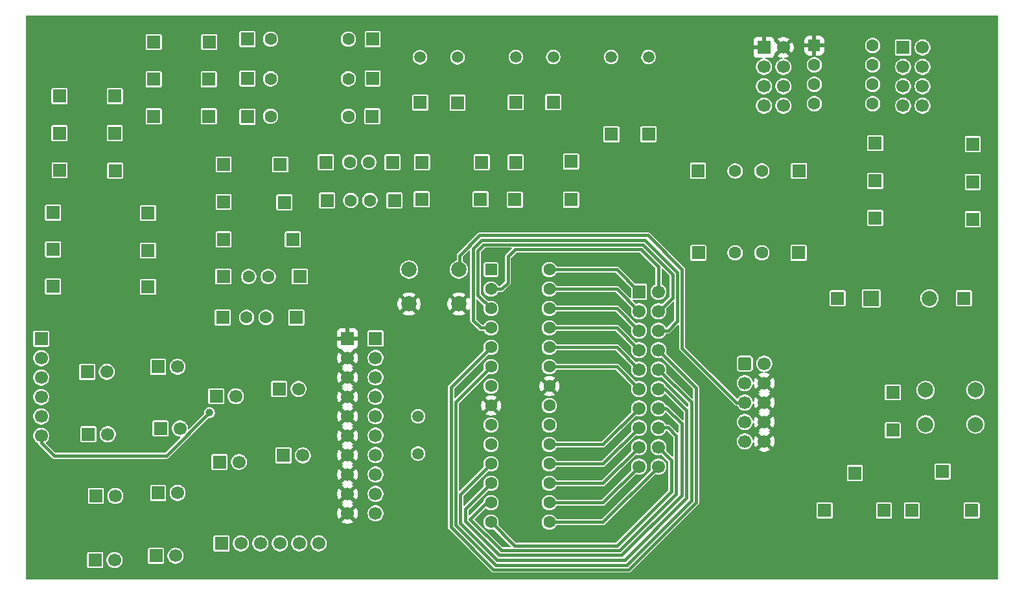
<source format=gbr>
%TF.GenerationSoftware,KiCad,Pcbnew,9.0.6*%
%TF.CreationDate,2025-11-04T19:56:49+01:00*%
%TF.ProjectId,Load_Board,4c6f6164-5f42-46f6-9172-642e6b696361,1.0*%
%TF.SameCoordinates,Original*%
%TF.FileFunction,Copper,L2,Bot*%
%TF.FilePolarity,Positive*%
%FSLAX46Y46*%
G04 Gerber Fmt 4.6, Leading zero omitted, Abs format (unit mm)*
G04 Created by KiCad (PCBNEW 9.0.6) date 2025-11-04 19:56:49*
%MOMM*%
%LPD*%
G01*
G04 APERTURE LIST*
G04 Aperture macros list*
%AMRoundRect*
0 Rectangle with rounded corners*
0 $1 Rounding radius*
0 $2 $3 $4 $5 $6 $7 $8 $9 X,Y pos of 4 corners*
0 Add a 4 corners polygon primitive as box body*
4,1,4,$2,$3,$4,$5,$6,$7,$8,$9,$2,$3,0*
0 Add four circle primitives for the rounded corners*
1,1,$1+$1,$2,$3*
1,1,$1+$1,$4,$5*
1,1,$1+$1,$6,$7*
1,1,$1+$1,$8,$9*
0 Add four rect primitives between the rounded corners*
20,1,$1+$1,$2,$3,$4,$5,0*
20,1,$1+$1,$4,$5,$6,$7,0*
20,1,$1+$1,$6,$7,$8,$9,0*
20,1,$1+$1,$8,$9,$2,$3,0*%
G04 Aperture macros list end*
%TA.AperFunction,ComponentPad*%
%ADD10C,5.600000*%
%TD*%
%TA.AperFunction,ComponentPad*%
%ADD11R,1.700000X1.700000*%
%TD*%
%TA.AperFunction,ComponentPad*%
%ADD12C,1.700000*%
%TD*%
%TA.AperFunction,ComponentPad*%
%ADD13C,1.600000*%
%TD*%
%TA.AperFunction,ComponentPad*%
%ADD14C,2.000000*%
%TD*%
%TA.AperFunction,ComponentPad*%
%ADD15RoundRect,0.250000X-0.550000X-0.550000X0.550000X-0.550000X0.550000X0.550000X-0.550000X0.550000X0*%
%TD*%
%TA.AperFunction,ComponentPad*%
%ADD16RoundRect,0.250000X-0.600000X-0.600000X0.600000X-0.600000X0.600000X0.600000X-0.600000X0.600000X0*%
%TD*%
%TA.AperFunction,ComponentPad*%
%ADD17C,1.500000*%
%TD*%
%TA.AperFunction,ComponentPad*%
%ADD18R,2.000000X2.000000*%
%TD*%
%TA.AperFunction,ViaPad*%
%ADD19C,1.000000*%
%TD*%
%TA.AperFunction,Conductor*%
%ADD20C,0.400000*%
%TD*%
G04 APERTURE END LIST*
D10*
%TO.P,H4,1,1*%
%TO.N,GND*%
X246450000Y-128700000D03*
%TD*%
D11*
%TO.P,J15,1,Pin_1*%
%TO.N,COM_3V3_5*%
X147500000Y-116350000D03*
D12*
%TO.P,J15,2,Pin_2*%
X150040000Y-116350000D03*
%TD*%
D11*
%TO.P,J16,1,Pin_1*%
%TO.N,COM_5V_5*%
X155850000Y-115500000D03*
D12*
%TO.P,J16,2,Pin_2*%
X158390000Y-115500000D03*
%TD*%
D13*
%TO.P,L4,1,1*%
%TO.N,Load_L_IN_4*%
X153865000Y-92100000D03*
%TO.P,L4,2,2*%
%TO.N,Load_L_OUT_4*%
X151325000Y-92100000D03*
%TD*%
%TO.P,L5,1,1*%
%TO.N,Load_L_IN_5*%
X153575000Y-97450000D03*
%TO.P,L5,2,2*%
%TO.N,Load_L_OUT_5*%
X151035000Y-97450000D03*
%TD*%
D11*
%TO.P,J17,1,Pin_1*%
%TO.N,Load_L_IN_5*%
X157525000Y-97450000D03*
%TD*%
%TO.P,J21,1,Pin_1*%
%TO.N,Load_L_IN_4*%
X157997500Y-92100000D03*
%TD*%
%TO.P,J32,1,Pin_1*%
%TO.N,Load_L_OUT_4*%
X147997500Y-92100000D03*
%TD*%
%TO.P,J28,1,Pin_1*%
%TO.N,Load_L_OUT_5*%
X147925000Y-97450000D03*
%TD*%
%TO.P,J70,1,Pin_1*%
%TO.N,Load_R_OUT_4*%
X133825000Y-68500000D03*
%TD*%
%TO.P,J64,1,Pin_1*%
%TO.N,Load_R_IN_4*%
X126600000Y-68500000D03*
%TD*%
%TO.P,J72,1,Pin_1*%
%TO.N,Load_R_OUT_6*%
X133862500Y-78250000D03*
%TD*%
%TO.P,J65,1,Pin_1*%
%TO.N,Load_R_IN_5*%
X126600000Y-73350000D03*
%TD*%
%TO.P,J66,1,Pin_1*%
%TO.N,Load_R_IN_6*%
X126612500Y-78200000D03*
%TD*%
%TO.P,J71,1,Pin_1*%
%TO.N,Load_R_OUT_5*%
X133800000Y-73350000D03*
%TD*%
%TO.P,J29,1,Pin_1*%
%TO.N,Load_L_OUT_1*%
X148025000Y-77450000D03*
%TD*%
%TO.P,J18,1,Pin_1*%
%TO.N,Load_L_IN_1*%
X155425000Y-77450000D03*
%TD*%
%TO.P,J30,1,Pin_1*%
%TO.N,Load_L_OUT_2*%
X148025000Y-82350000D03*
%TD*%
%TO.P,J20,1,Pin_1*%
%TO.N,Load_L_IN_3*%
X157075000Y-87250000D03*
%TD*%
%TO.P,J31,1,Pin_1*%
%TO.N,Load_L_OUT_3*%
X148025000Y-87250000D03*
%TD*%
%TO.P,J19,1,Pin_1*%
%TO.N,Load_L_IN_2*%
X155975000Y-82400000D03*
%TD*%
D12*
%TO.P,J6,2,Pin_2*%
%TO.N,COM_5V_2*%
X142327500Y-111975000D03*
D11*
%TO.P,J6,1,Pin_1*%
X139787500Y-111975000D03*
%TD*%
%TO.P,J5,1,Pin_1*%
%TO.N,COM_3V3_2*%
X130362500Y-112725000D03*
D12*
%TO.P,J5,2,Pin_2*%
X132902500Y-112725000D03*
%TD*%
D11*
%TO.P,J55,1,Pin_1*%
%TO.N,Load_R_OUT_3*%
X146100000Y-71150000D03*
%TD*%
%TO.P,J46,1,Pin_1*%
%TO.N,Load_R_IN_3*%
X138900000Y-71150000D03*
%TD*%
%TO.P,J53,1,Pin_1*%
%TO.N,Load_R_OUT_1*%
X146150000Y-61450000D03*
%TD*%
%TO.P,J54,1,Pin_1*%
%TO.N,Load_R_OUT_2*%
X146100000Y-66300000D03*
%TD*%
%TO.P,J44,1,Pin_1*%
%TO.N,Load_R_IN_1*%
X138900000Y-61450000D03*
%TD*%
%TO.P,J45,1,Pin_1*%
%TO.N,Load_R_IN_2*%
X138900000Y-66300000D03*
%TD*%
%TO.P,J77,1,Pin_1*%
%TO.N,Load_R_IN_9*%
X167450000Y-71150000D03*
%TD*%
D14*
%TO.P,SW2,1,1*%
%TO.N,RESET*%
X172260000Y-91190000D03*
X178760000Y-91190000D03*
%TO.P,SW2,2,2*%
%TO.N,GND*%
X172260000Y-95690000D03*
X178760000Y-95690000D03*
%TD*%
D11*
%TO.P,J36,1,Pin_1*%
%TO.N,Load_LED_OUT_1*%
X138150000Y-83800000D03*
%TD*%
%TO.P,J75,1,Pin_1*%
%TO.N,Load_R_IN_7*%
X167500000Y-61050000D03*
%TD*%
%TO.P,J57,1,Pin_1*%
%TO.N,Load_Crystal_OUT_2*%
X191100000Y-69300000D03*
%TD*%
%TO.P,J82,1,Pin_1*%
%TO.N,Load_R_OUT_8*%
X151150000Y-66200000D03*
%TD*%
%TO.P,J49,1,Pin_1*%
%TO.N,Load_Crystal_IN_3*%
X198690000Y-73500000D03*
%TD*%
%TO.P,J33,1,Pin_1*%
%TO.N,Divider_IN_2*%
X245900000Y-74800000D03*
%TD*%
%TO.P,J39,1,Pin_1*%
%TO.N,Load_C_IN_5*%
X223200000Y-78300000D03*
%TD*%
%TO.P,J27,1,Pin_1*%
%TO.N,Load_LED_IN_3*%
X125750000Y-93400000D03*
%TD*%
D10*
%TO.P,H2,1,1*%
%TO.N,GND*%
X125050000Y-61050000D03*
%TD*%
D11*
%TO.P,J84,1,Pin_1*%
%TO.N,T2_1*%
X237950000Y-122692500D03*
%TD*%
%TO.P,J58,1,Pin_1*%
%TO.N,Load_Crystal_OUT_3*%
X203540000Y-73500000D03*
%TD*%
D13*
%TO.P,R35,1*%
%TO.N,Load_R_OUT_8*%
X154170000Y-66250000D03*
%TO.P,R35,2*%
%TO.N,Load_R_IN_8*%
X164330000Y-66250000D03*
%TD*%
D11*
%TO.P,J43,1,Pin_1*%
%TO.N,Load_C_IN_4*%
X181600000Y-82000000D03*
%TD*%
D13*
%TO.P,C8,1*%
%TO.N,Load_C_IN_6*%
X218350000Y-89000000D03*
%TO.P,C8,2*%
%TO.N,Load_C_OUT_6*%
X214850000Y-89000000D03*
%TD*%
D11*
%TO.P,J13,1,Pin_1*%
%TO.N,COM_3V3_6*%
X147070000Y-107750000D03*
D12*
%TO.P,J13,2,Pin_2*%
X149610000Y-107750000D03*
%TD*%
D15*
%TO.P,U2,1,~{RESET}/PC6*%
%TO.N,RESET*%
X182970000Y-91195000D03*
D13*
%TO.P,U2,2,PD0*%
%TO.N,PD0*%
X182970000Y-93735000D03*
%TO.P,U2,3,PD1*%
%TO.N,PD1*%
X182970000Y-96275000D03*
%TO.P,U2,4,PD2*%
%TO.N,PD2*%
X182970000Y-98815000D03*
%TO.P,U2,5,PD3*%
%TO.N,PD3*%
X182970000Y-101355000D03*
%TO.P,U2,6,PD4*%
%TO.N,PD4*%
X182970000Y-103895000D03*
%TO.P,U2,7,VCC*%
%TO.N,5V*%
X182970000Y-106435000D03*
%TO.P,U2,8,GND*%
%TO.N,GND*%
X182970000Y-108975000D03*
%TO.P,U2,9,XTAL1/PB6*%
%TO.N,Net-(U2-XTAL1{slash}PB6)*%
X182970000Y-111515000D03*
%TO.P,U2,10,XTAL2/PB7*%
%TO.N,Net-(U2-XTAL2{slash}PB7)*%
X182970000Y-114055000D03*
%TO.P,U2,11,PD5*%
%TO.N,PD5*%
X182970000Y-116595000D03*
%TO.P,U2,12,PD6*%
%TO.N,PD6*%
X182970000Y-119135000D03*
%TO.P,U2,13,PD7*%
%TO.N,PD7*%
X182970000Y-121675000D03*
%TO.P,U2,14,PB0*%
%TO.N,PB0*%
X182970000Y-124215000D03*
%TO.P,U2,15,PB1*%
%TO.N,PB1*%
X190590000Y-124215000D03*
%TO.P,U2,16,PB2*%
%TO.N,PB2*%
X190590000Y-121675000D03*
%TO.P,U2,17,PB3*%
%TO.N,PB3*%
X190590000Y-119135000D03*
%TO.P,U2,18,PB4*%
%TO.N,PB4*%
X190590000Y-116595000D03*
%TO.P,U2,19,PB5*%
%TO.N,PB5*%
X190590000Y-114055000D03*
%TO.P,U2,20,AVCC*%
%TO.N,Net-(U2-AVCC)*%
X190590000Y-111515000D03*
%TO.P,U2,21,AREF*%
%TO.N,Net-(U2-AREF)*%
X190590000Y-108975000D03*
%TO.P,U2,22,GND*%
%TO.N,GND*%
X190590000Y-106435000D03*
%TO.P,U2,23,PC0*%
%TO.N,PC0*%
X190590000Y-103895000D03*
%TO.P,U2,24,PC1*%
%TO.N,PC1*%
X190590000Y-101355000D03*
%TO.P,U2,25,PC2*%
%TO.N,PC2*%
X190590000Y-98815000D03*
%TO.P,U2,26,PC3*%
%TO.N,PC3*%
X190590000Y-96275000D03*
%TO.P,U2,27,PC4*%
%TO.N,PC4*%
X190590000Y-93735000D03*
%TO.P,U2,28,PC5*%
%TO.N,PC5*%
X190590000Y-91195000D03*
%TD*%
D11*
%TO.P,J69,1,Pin_1*%
%TO.N,Load_C_OUT_8*%
X186075000Y-82050000D03*
%TD*%
%TO.P,J22,1,Pin_1*%
%TO.N,Divider_IN_1*%
X233150000Y-74650000D03*
%TD*%
%TO.P,J78,1,Pin_1*%
%TO.N,T1_1*%
X226550000Y-122692500D03*
%TD*%
%TO.P,J38,1,Pin_1*%
%TO.N,Load_LED_OUT_3*%
X138150000Y-93450000D03*
%TD*%
%TO.P,J92,1,Pin_1*%
%TO.N,5V*%
X167880000Y-100210000D03*
D12*
%TO.P,J92,2,Pin_2*%
X167880000Y-102750000D03*
%TO.P,J92,3,Pin_3*%
X167880000Y-105290000D03*
%TO.P,J92,4,Pin_4*%
X167880000Y-107830000D03*
%TO.P,J92,5,Pin_5*%
X167880000Y-110370000D03*
%TO.P,J92,6,Pin_6*%
X167880000Y-112910000D03*
%TO.P,J92,7,Pin_7*%
X167880000Y-115450000D03*
%TO.P,J92,8,Pin_8*%
X167880000Y-117990000D03*
%TO.P,J92,9,Pin_9*%
X167880000Y-120530000D03*
%TO.P,J92,10,Pin_10*%
X167880000Y-123070000D03*
%TD*%
D11*
%TO.P,J35,1,Pin_1*%
%TO.N,Divider_OUT_2*%
X245900000Y-84600000D03*
%TD*%
D13*
%TO.P,R34,1*%
%TO.N,Load_R_OUT_7*%
X154170000Y-61050000D03*
%TO.P,R34,2*%
%TO.N,Load_R_IN_7*%
X164330000Y-61050000D03*
%TD*%
D16*
%TO.P,J90,1,MOSI*%
%TO.N,PB3*%
X216120000Y-103490000D03*
D12*
%TO.P,J90,2,VCC*%
%TO.N,5V*%
X218660000Y-103490000D03*
%TO.P,J90,3,NC*%
%TO.N,unconnected-(J90-NC-Pad3)*%
X216120000Y-106030000D03*
%TO.P,J90,4,GND*%
%TO.N,GND*%
X218660000Y-106030000D03*
%TO.P,J90,5,~{RST}*%
%TO.N,RESET*%
X216120000Y-108570000D03*
%TO.P,J90,6,GND*%
%TO.N,GND*%
X218660000Y-108570000D03*
%TO.P,J90,7,SCK*%
%TO.N,PB5*%
X216120000Y-111110000D03*
%TO.P,J90,8,GND*%
%TO.N,GND*%
X218660000Y-111110000D03*
%TO.P,J90,9,MISO*%
%TO.N,PB4*%
X216120000Y-113650000D03*
%TO.P,J90,10,GND*%
%TO.N,GND*%
X218660000Y-113650000D03*
%TD*%
D11*
%TO.P,J76,1,Pin_1*%
%TO.N,Load_R_IN_8*%
X167500000Y-66200000D03*
%TD*%
%TO.P,J42,1,Pin_1*%
%TO.N,Load_C_IN_3*%
X181750000Y-77150000D03*
%TD*%
%TO.P,J93,1,Pin_1*%
%TO.N,GND*%
X164210000Y-100210000D03*
D12*
%TO.P,J93,2,Pin_2*%
X164210000Y-102750000D03*
%TO.P,J93,3,Pin_3*%
X164210000Y-105290000D03*
%TO.P,J93,4,Pin_4*%
X164210000Y-107830000D03*
%TO.P,J93,5,Pin_5*%
X164210000Y-110370000D03*
%TO.P,J93,6,Pin_6*%
X164210000Y-112910000D03*
%TO.P,J93,7,Pin_7*%
X164210000Y-115450000D03*
%TO.P,J93,8,Pin_8*%
X164210000Y-117990000D03*
%TO.P,J93,9,Pin_9*%
X164210000Y-120530000D03*
%TO.P,J93,10,Pin_10*%
X164210000Y-123070000D03*
%TD*%
D11*
%TO.P,J3,1,Pin_1*%
%TO.N,3V3_IN*%
X124200000Y-100230000D03*
D12*
%TO.P,J3,2,Pin_2*%
X124200000Y-102770000D03*
%TO.P,J3,3,Pin_3*%
X124200000Y-105310000D03*
%TO.P,J3,4,Pin_4*%
X124200000Y-107850000D03*
%TO.P,J3,5,Pin_5*%
X124200000Y-110390000D03*
%TO.P,J3,6,Pin_6*%
X124200000Y-112930000D03*
%TD*%
D11*
%TO.P,J10,1,Pin_1*%
%TO.N,COM_5V_4*%
X139200000Y-128625000D03*
D12*
%TO.P,J10,2,Pin_2*%
X141740000Y-128625000D03*
%TD*%
D11*
%TO.P,J62,1,Pin_1*%
%TO.N,Load_C_OUT_3*%
X173950000Y-77150000D03*
%TD*%
D17*
%TO.P,Y4,1,1*%
%TO.N,Net-(C18-Pad2)*%
X173425000Y-110375000D03*
%TO.P,Y4,2,2*%
%TO.N,Net-(C20-Pad1)*%
X173425000Y-115255000D03*
%TD*%
D11*
%TO.P,J51,1,Pin_1*%
%TO.N,Load_C_IN_7*%
X193425000Y-77050000D03*
%TD*%
%TO.P,J56,1,Pin_1*%
%TO.N,Load_Crystal_OUT_1*%
X178600000Y-69375000D03*
%TD*%
%TO.P,J8,1,Pin_1*%
%TO.N,COM_5V_1*%
X139475000Y-103900000D03*
D12*
%TO.P,J8,2,Pin_2*%
X142015000Y-103900000D03*
%TD*%
D13*
%TO.P,C3,1*%
%TO.N,Load_C_IN_1*%
X167000000Y-77150000D03*
%TO.P,C3,2*%
%TO.N,Load_C_OUT_1*%
X164500000Y-77150000D03*
%TD*%
D11*
%TO.P,J34,1,Pin_1*%
%TO.N,Divider_GND_2*%
X245900000Y-79740000D03*
%TD*%
%TO.P,J41,1,Pin_1*%
%TO.N,Load_C_IN_2*%
X170350000Y-82150000D03*
%TD*%
D13*
%TO.P,C7,1*%
%TO.N,Load_C_IN_5*%
X218350000Y-78300000D03*
%TO.P,C7,2*%
%TO.N,Load_C_OUT_5*%
X214850000Y-78300000D03*
%TD*%
D11*
%TO.P,J1,1,Pin_1*%
%TO.N,GND*%
X218610000Y-62150000D03*
D12*
%TO.P,J1,2,Pin_2*%
X221150000Y-62150000D03*
%TO.P,J1,3,Pin_3*%
%TO.N,U1_2*%
X218610000Y-64690000D03*
%TO.P,J1,4,Pin_4*%
X221150000Y-64690000D03*
%TO.P,J1,5,Pin_5*%
%TO.N,U1_3*%
X218610000Y-67230000D03*
%TO.P,J1,6,Pin_6*%
X221150000Y-67230000D03*
%TO.P,J1,7,Pin_7*%
%TO.N,U1_4*%
X218610000Y-69770000D03*
%TO.P,J1,8,Pin_8*%
X221150000Y-69770000D03*
%TD*%
D14*
%TO.P,SW1,1,1*%
%TO.N,SW_IN*%
X239750000Y-106950000D03*
X246250000Y-106950000D03*
%TO.P,SW1,2,2*%
%TO.N,SW_OUT*%
X239750000Y-111450000D03*
X246250000Y-111450000D03*
%TD*%
D11*
%TO.P,J48,1,Pin_1*%
%TO.N,Load_Crystal_IN_2*%
X186200000Y-69325000D03*
%TD*%
%TO.P,J87,1,Pin_1*%
%TO.N,BZ_IN*%
X228250000Y-94950000D03*
%TD*%
%TO.P,J59,1,Pin_1*%
%TO.N,Load_C_OUT_5*%
X210000000Y-78250000D03*
%TD*%
D17*
%TO.P,Y2,1,1*%
%TO.N,Load_Crystal_IN_2*%
X186220000Y-63400000D03*
%TO.P,Y2,2,2*%
%TO.N,Load_Crystal_OUT_2*%
X191100000Y-63400000D03*
%TD*%
D11*
%TO.P,J89,1,Pin_1*%
%TO.N,PC5*%
X202300000Y-94100000D03*
D12*
%TO.P,J89,2,Pin_2*%
%TO.N,PD0*%
X204840000Y-94100000D03*
%TO.P,J89,3,Pin_3*%
%TO.N,PC4*%
X202300000Y-96640000D03*
%TO.P,J89,4,Pin_4*%
%TO.N,PD1*%
X204840000Y-96640000D03*
%TO.P,J89,5,Pin_5*%
%TO.N,PC3*%
X202300000Y-99180000D03*
%TO.P,J89,6,Pin_6*%
%TO.N,PD2*%
X204840000Y-99180000D03*
%TO.P,J89,7,Pin_7*%
%TO.N,PC2*%
X202300000Y-101720000D03*
%TO.P,J89,8,Pin_8*%
%TO.N,PD3*%
X204840000Y-101720000D03*
%TO.P,J89,9,Pin_9*%
%TO.N,PC1*%
X202300000Y-104260000D03*
%TO.P,J89,10,Pin_10*%
%TO.N,PD4*%
X204840000Y-104260000D03*
%TO.P,J89,11,Pin_11*%
%TO.N,PC0*%
X202300000Y-106800000D03*
%TO.P,J89,12,Pin_12*%
%TO.N,PD5*%
X204840000Y-106800000D03*
%TO.P,J89,13,Pin_13*%
%TO.N,PB5*%
X202300000Y-109340000D03*
%TO.P,J89,14,Pin_14*%
%TO.N,PD6*%
X204840000Y-109340000D03*
%TO.P,J89,15,Pin_15*%
%TO.N,PB4*%
X202300000Y-111880000D03*
%TO.P,J89,16,Pin_16*%
%TO.N,PD7*%
X204840000Y-111880000D03*
%TO.P,J89,17,Pin_17*%
%TO.N,PB3*%
X202300000Y-114420000D03*
%TO.P,J89,18,Pin_18*%
%TO.N,PB0*%
X204840000Y-114420000D03*
%TO.P,J89,19,Pin_19*%
%TO.N,PB2*%
X202300000Y-116960000D03*
%TO.P,J89,20,Pin_20*%
%TO.N,PB1*%
X204840000Y-116960000D03*
%TD*%
D11*
%TO.P,J2,1,Pin_1*%
%TO.N,U1_8*%
X236800000Y-62150000D03*
D12*
%TO.P,J2,2,Pin_2*%
X239340000Y-62150000D03*
%TO.P,J2,3,Pin_3*%
%TO.N,U1_7*%
X236800000Y-64690000D03*
%TO.P,J2,4,Pin_4*%
X239340000Y-64690000D03*
%TO.P,J2,5,Pin_5*%
%TO.N,U1_6*%
X236800000Y-67230000D03*
%TO.P,J2,6,Pin_6*%
X239340000Y-67230000D03*
%TO.P,J2,7,Pin_7*%
%TO.N,U1_5*%
X236800000Y-69770000D03*
%TO.P,J2,8,Pin_8*%
X239340000Y-69770000D03*
%TD*%
D11*
%TO.P,J81,1,Pin_1*%
%TO.N,Load_R_OUT_7*%
X151150000Y-61050000D03*
%TD*%
%TO.P,J40,1,Pin_1*%
%TO.N,Load_C_IN_1*%
X170100000Y-77150000D03*
%TD*%
%TO.P,J74,1,Pin_1*%
%TO.N,SW_OUT*%
X235450000Y-112200000D03*
%TD*%
D13*
%TO.P,R36,1*%
%TO.N,Load_R_OUT_9*%
X154170000Y-71150000D03*
%TO.P,R36,2*%
%TO.N,Load_R_IN_9*%
X164330000Y-71150000D03*
%TD*%
D11*
%TO.P,J63,1,Pin_1*%
%TO.N,Load_C_OUT_4*%
X173900000Y-82000000D03*
%TD*%
D17*
%TO.P,Y1,1,1*%
%TO.N,Load_Crystal_IN_1*%
X173695000Y-63425000D03*
%TO.P,Y1,2,2*%
%TO.N,Load_Crystal_OUT_1*%
X178575000Y-63425000D03*
%TD*%
D11*
%TO.P,J12,1,Pin_1*%
%TO.N,COM_5V_3*%
X139475000Y-120400000D03*
D12*
%TO.P,J12,2,Pin_2*%
X142015000Y-120400000D03*
%TD*%
D11*
%TO.P,J4,1,Pin_1*%
%TO.N,5V_IN*%
X147760000Y-127000000D03*
D12*
%TO.P,J4,2,Pin_2*%
X150300000Y-127000000D03*
%TO.P,J4,3,Pin_3*%
X152840000Y-127000000D03*
%TO.P,J4,4,Pin_4*%
X155380000Y-127000000D03*
%TO.P,J4,5,Pin_5*%
X157920000Y-127000000D03*
%TO.P,J4,6,Pin_6*%
X160460000Y-127000000D03*
%TD*%
D11*
%TO.P,J68,1,Pin_1*%
%TO.N,Load_C_OUT_7*%
X186175000Y-77150000D03*
%TD*%
%TO.P,J7,1,Pin_1*%
%TO.N,COM_3V3_1*%
X130225000Y-104575000D03*
D12*
%TO.P,J7,2,Pin_2*%
X132765000Y-104575000D03*
%TD*%
D11*
%TO.P,J26,1,Pin_1*%
%TO.N,Load_LED_IN_2*%
X125750000Y-88550000D03*
%TD*%
%TO.P,J86,1,Pin_1*%
%TO.N,T2_3*%
X241950000Y-117592500D03*
%TD*%
%TO.P,J80,1,Pin_1*%
%TO.N,T1_3*%
X230500000Y-117792500D03*
%TD*%
%TO.P,J60,1,Pin_1*%
%TO.N,Load_C_OUT_1*%
X161400000Y-77150000D03*
%TD*%
%TO.P,J79,1,Pin_1*%
%TO.N,T1_2*%
X234300000Y-122692500D03*
%TD*%
%TO.P,J37,1,Pin_1*%
%TO.N,Load_LED_OUT_2*%
X138150000Y-88700000D03*
%TD*%
%TO.P,J50,1,Pin_1*%
%TO.N,Load_C_IN_6*%
X223150000Y-89000000D03*
%TD*%
%TO.P,J61,1,Pin_1*%
%TO.N,Load_C_OUT_2*%
X161550000Y-82150000D03*
%TD*%
%TO.P,J85,1,Pin_1*%
%TO.N,T2_2*%
X245750000Y-122692500D03*
%TD*%
D10*
%TO.P,H3,1,1*%
%TO.N,GND*%
X125050000Y-128850000D03*
%TD*%
D11*
%TO.P,J14,1,Pin_1*%
%TO.N,COM_5V_6*%
X155270000Y-106800000D03*
D12*
%TO.P,J14,2,Pin_2*%
X157810000Y-106800000D03*
%TD*%
D11*
%TO.P,J52,1,Pin_1*%
%TO.N,Load_C_IN_8*%
X193425000Y-82050000D03*
%TD*%
%TO.P,J73,1,Pin_1*%
%TO.N,SW_IN*%
X235450000Y-107250000D03*
%TD*%
%TO.P,J24,1,Pin_1*%
%TO.N,Divider_OUT_1*%
X233150000Y-84450000D03*
%TD*%
%TO.P,J25,1,Pin_1*%
%TO.N,Load_LED_IN_1*%
X125750000Y-83750000D03*
%TD*%
D15*
%TO.P,U1,1,GND*%
%TO.N,GND*%
X225195000Y-61890000D03*
D13*
%TO.P,U1,2,TR*%
%TO.N,U1_2*%
X225195000Y-64430000D03*
%TO.P,U1,3,Q*%
%TO.N,U1_3*%
X225195000Y-66970000D03*
%TO.P,U1,4,R*%
%TO.N,U1_4*%
X225195000Y-69510000D03*
%TO.P,U1,5,CV*%
%TO.N,U1_5*%
X232815000Y-69510000D03*
%TO.P,U1,6,THR*%
%TO.N,U1_6*%
X232815000Y-66970000D03*
%TO.P,U1,7,DIS*%
%TO.N,U1_7*%
X232815000Y-64430000D03*
%TO.P,U1,8,VCC*%
%TO.N,U1_8*%
X232815000Y-61890000D03*
%TD*%
D11*
%TO.P,J11,1,Pin_1*%
%TO.N,COM_3V3_3*%
X131350000Y-120800000D03*
D12*
%TO.P,J11,2,Pin_2*%
X133890000Y-120800000D03*
%TD*%
D17*
%TO.P,Y3,1,1*%
%TO.N,Net-(C11-Pad2)*%
X198660000Y-63400000D03*
%TO.P,Y3,2,2*%
%TO.N,Net-(C12-Pad1)*%
X203540000Y-63400000D03*
%TD*%
D11*
%TO.P,J47,1,Pin_1*%
%TO.N,Load_Crystal_IN_1*%
X173725000Y-69350000D03*
%TD*%
D13*
%TO.P,C4,1*%
%TO.N,Load_C_IN_2*%
X167150000Y-82150000D03*
%TO.P,C4,2*%
%TO.N,Load_C_OUT_2*%
X164650000Y-82150000D03*
%TD*%
D11*
%TO.P,J83,1,Pin_1*%
%TO.N,Load_R_OUT_9*%
X151150000Y-71200000D03*
%TD*%
%TO.P,J67,1,Pin_1*%
%TO.N,Load_C_OUT_6*%
X210050000Y-89000000D03*
%TD*%
D18*
%TO.P,BZ1,1,+*%
%TO.N,BZ_IN*%
X232650000Y-94950000D03*
D14*
%TO.P,BZ1,2,-*%
%TO.N,BZ_OUT*%
X240250000Y-94950000D03*
%TD*%
D10*
%TO.P,H1,1,1*%
%TO.N,GND*%
X246450000Y-61050000D03*
%TD*%
D11*
%TO.P,J88,1,Pin_1*%
%TO.N,BZ_OUT*%
X244750000Y-94950000D03*
%TD*%
%TO.P,J23,1,Pin_1*%
%TO.N,Divider_GND_1*%
X233150000Y-79600000D03*
%TD*%
%TO.P,J9,1,Pin_1*%
%TO.N,COM_3V3_4*%
X131250000Y-129175000D03*
D12*
%TO.P,J9,2,Pin_2*%
X133790000Y-129175000D03*
%TD*%
D19*
%TO.N,GND*%
X155600000Y-119400000D03*
%TO.N,3V3_IN*%
X146200000Y-109900000D03*
%TO.N,GND*%
X218100000Y-116270000D03*
%TD*%
D20*
%TO.N,PD7*%
X204840000Y-111880000D02*
X204870000Y-111850000D01*
X204870000Y-111850000D02*
X206090000Y-111850000D01*
X206090000Y-111850000D02*
X207170000Y-112930000D01*
X207170000Y-112930000D02*
X207170000Y-120510000D01*
X207170000Y-120510000D02*
X199760000Y-127920000D01*
X199760000Y-127920000D02*
X184320000Y-127920000D01*
X184320000Y-127920000D02*
X180230000Y-123830000D01*
X180230000Y-123830000D02*
X182385000Y-121675000D01*
X182385000Y-121675000D02*
X182970000Y-121675000D01*
%TO.N,3V3_IN*%
X124200000Y-112930000D02*
X124200000Y-113850000D01*
X124200000Y-113850000D02*
X125900000Y-115550000D01*
X140550000Y-115550000D02*
X146200000Y-109900000D01*
X125900000Y-115550000D02*
X140550000Y-115550000D01*
%TO.N,RESET*%
X207920000Y-101450000D02*
X207920000Y-91180000D01*
X215040000Y-108570000D02*
X207920000Y-101450000D01*
X181510000Y-86710000D02*
X178870000Y-89350000D01*
X216120000Y-108570000D02*
X215040000Y-108570000D01*
X178870000Y-89350000D02*
X178870000Y-91080000D01*
X178870000Y-91080000D02*
X178760000Y-91190000D01*
X182965000Y-91190000D02*
X182970000Y-91195000D01*
X203450000Y-86710000D02*
X181510000Y-86710000D01*
X207920000Y-91180000D02*
X203450000Y-86710000D01*
%TO.N,PD3*%
X183290000Y-130420000D02*
X200950000Y-130420000D01*
X182970000Y-101355000D02*
X177740000Y-106585000D01*
X209740000Y-106620000D02*
X204840000Y-101720000D01*
X209740000Y-121630000D02*
X209740000Y-106620000D01*
X177740000Y-106585000D02*
X177740000Y-124870000D01*
X200950000Y-130420000D02*
X209740000Y-121630000D01*
X177740000Y-124870000D02*
X183290000Y-130420000D01*
%TO.N,PC4*%
X190590000Y-93735000D02*
X199395000Y-93735000D01*
X199395000Y-93735000D02*
X202300000Y-96640000D01*
%TO.N,PD4*%
X209120000Y-121400000D02*
X200700000Y-129820000D01*
X178340000Y-124600000D02*
X178340000Y-108525000D01*
X204840000Y-104260000D02*
X209120000Y-108540000D01*
X209120000Y-108540000D02*
X209120000Y-121400000D01*
X200700000Y-129820000D02*
X183560000Y-129820000D01*
X178340000Y-108525000D02*
X182970000Y-103895000D01*
X183560000Y-129820000D02*
X178340000Y-124600000D01*
%TO.N,PB5*%
X197585000Y-114055000D02*
X202300000Y-109340000D01*
X190590000Y-114055000D02*
X197585000Y-114055000D01*
%TO.N,PB4*%
X190590000Y-116595000D02*
X197585000Y-116595000D01*
X197585000Y-116595000D02*
X202300000Y-111880000D01*
%TO.N,PB2*%
X190590000Y-121675000D02*
X197585000Y-121675000D01*
X197585000Y-121675000D02*
X202300000Y-116960000D01*
%TO.N,PD6*%
X200030000Y-128520000D02*
X184010000Y-128520000D01*
X179620000Y-122485000D02*
X182970000Y-119135000D01*
X179620000Y-124130000D02*
X179620000Y-122485000D01*
X205870000Y-109340000D02*
X207850000Y-111320000D01*
X207850000Y-120700000D02*
X200030000Y-128520000D01*
X207850000Y-111320000D02*
X207850000Y-120700000D01*
X204840000Y-109340000D02*
X205870000Y-109340000D01*
X184010000Y-128520000D02*
X179620000Y-124130000D01*
%TO.N,PC3*%
X190590000Y-96275000D02*
X199395000Y-96275000D01*
X199395000Y-96275000D02*
X202300000Y-99180000D01*
%TO.N,PC0*%
X199395000Y-103895000D02*
X202300000Y-106800000D01*
X190590000Y-103895000D02*
X199395000Y-103895000D01*
%TO.N,PC5*%
X199395000Y-91195000D02*
X202300000Y-94100000D01*
X190590000Y-91195000D02*
X199395000Y-91195000D01*
%TO.N,PB1*%
X190590000Y-124215000D02*
X197585000Y-124215000D01*
X197585000Y-124215000D02*
X204840000Y-116960000D01*
%TO.N,PD0*%
X186130000Y-88540000D02*
X185160000Y-89510000D01*
X185160000Y-89510000D02*
X185160000Y-92900000D01*
X185160000Y-92900000D02*
X184325000Y-93735000D01*
X202520000Y-88540000D02*
X186130000Y-88540000D01*
X204840000Y-90860000D02*
X202520000Y-88540000D01*
X184325000Y-93735000D02*
X182970000Y-93735000D01*
X182970000Y-93735000D02*
X183735000Y-93735000D01*
X204840000Y-94100000D02*
X204840000Y-90860000D01*
%TO.N,PD2*%
X204840000Y-99180000D02*
X206070000Y-99180000D01*
X207310000Y-97940000D02*
X207310000Y-91570000D01*
X206070000Y-99180000D02*
X207310000Y-97940000D01*
X181625000Y-98815000D02*
X182970000Y-98815000D01*
X203060000Y-87320000D02*
X181760000Y-87320000D01*
X180620000Y-97810000D02*
X181625000Y-98815000D01*
X180620000Y-88460000D02*
X180620000Y-97810000D01*
X181760000Y-87320000D02*
X180620000Y-88460000D01*
X207310000Y-91570000D02*
X203060000Y-87320000D01*
%TO.N,PB3*%
X190590000Y-119135000D02*
X197585000Y-119135000D01*
X197585000Y-119135000D02*
X202300000Y-114420000D01*
%TO.N,PC2*%
X190590000Y-98815000D02*
X199395000Y-98815000D01*
X199395000Y-98815000D02*
X202300000Y-101720000D01*
%TO.N,PD5*%
X178950000Y-124320000D02*
X183770000Y-129140000D01*
X182970000Y-116595000D02*
X178950000Y-120615000D01*
X178950000Y-120615000D02*
X178950000Y-124320000D01*
X208510000Y-109620000D02*
X205690000Y-106800000D01*
X200400000Y-129140000D02*
X208510000Y-121030000D01*
X205690000Y-106800000D02*
X204840000Y-106800000D01*
X208510000Y-121030000D02*
X208510000Y-109620000D01*
X183770000Y-129140000D02*
X200400000Y-129140000D01*
%TO.N,PD1*%
X204940000Y-96640000D02*
X206690000Y-94890000D01*
X182020000Y-87920000D02*
X181240000Y-88700000D01*
X181240000Y-94545000D02*
X182970000Y-96275000D01*
X206690000Y-94890000D02*
X206690000Y-91810000D01*
X181240000Y-88700000D02*
X181240000Y-94545000D01*
X204840000Y-96640000D02*
X204940000Y-96640000D01*
X202800000Y-87920000D02*
X182020000Y-87920000D01*
X206690000Y-91810000D02*
X202800000Y-87920000D01*
%TO.N,PB0*%
X206550000Y-120170000D02*
X206550000Y-116130000D01*
X182970000Y-124215000D02*
X186075000Y-127320000D01*
X206550000Y-116130000D02*
X204840000Y-114420000D01*
X199400000Y-127320000D02*
X206550000Y-120170000D01*
X186075000Y-127320000D02*
X199400000Y-127320000D01*
%TO.N,PC1*%
X199395000Y-101355000D02*
X202300000Y-104260000D01*
X190590000Y-101355000D02*
X199395000Y-101355000D01*
%TD*%
%TA.AperFunction,Conductor*%
%TO.N,GND*%
G36*
X249221280Y-57958982D02*
G01*
X249248300Y-58005782D01*
X249249500Y-58019500D01*
X249249500Y-131615500D01*
X249231018Y-131666280D01*
X249184218Y-131693300D01*
X249170500Y-131694500D01*
X122286652Y-131694500D01*
X122235872Y-131676018D01*
X122208852Y-131629218D01*
X122207652Y-131615500D01*
X122207652Y-128305252D01*
X130199500Y-128305252D01*
X130199500Y-130044747D01*
X130211132Y-130103230D01*
X130211133Y-130103231D01*
X130255448Y-130169552D01*
X130321769Y-130213867D01*
X130321768Y-130213867D01*
X130380252Y-130225500D01*
X132119748Y-130225500D01*
X132178231Y-130213867D01*
X132244552Y-130169552D01*
X132288867Y-130103231D01*
X132300500Y-130044748D01*
X132300500Y-129071535D01*
X132739500Y-129071535D01*
X132739500Y-129278464D01*
X132779869Y-129481420D01*
X132779870Y-129481422D01*
X132859056Y-129672592D01*
X132859059Y-129672598D01*
X132974021Y-129844653D01*
X132974027Y-129844660D01*
X133120339Y-129990972D01*
X133120345Y-129990977D01*
X133292402Y-130105941D01*
X133292407Y-130105943D01*
X133483577Y-130185129D01*
X133483579Y-130185130D01*
X133686535Y-130225500D01*
X133893465Y-130225500D01*
X134096420Y-130185130D01*
X134096422Y-130185129D01*
X134134028Y-130169552D01*
X134287598Y-130105941D01*
X134459655Y-129990977D01*
X134605977Y-129844655D01*
X134720941Y-129672598D01*
X134800130Y-129481420D01*
X134840500Y-129278465D01*
X134840500Y-129071535D01*
X134800130Y-128868580D01*
X134720941Y-128677402D01*
X134605977Y-128505345D01*
X134605972Y-128505339D01*
X134459660Y-128359027D01*
X134459653Y-128359021D01*
X134287598Y-128244059D01*
X134287592Y-128244056D01*
X134096422Y-128164870D01*
X134096420Y-128164869D01*
X133893465Y-128124500D01*
X133686535Y-128124500D01*
X133483579Y-128164869D01*
X133483577Y-128164870D01*
X133292407Y-128244056D01*
X133292401Y-128244059D01*
X133120346Y-128359021D01*
X133120339Y-128359027D01*
X132974027Y-128505339D01*
X132974021Y-128505346D01*
X132859059Y-128677401D01*
X132859056Y-128677407D01*
X132779870Y-128868577D01*
X132779869Y-128868579D01*
X132739500Y-129071535D01*
X132300500Y-129071535D01*
X132300500Y-128305252D01*
X132288867Y-128246769D01*
X132244552Y-128180448D01*
X132178231Y-128136133D01*
X132178230Y-128136132D01*
X132178231Y-128136132D01*
X132119748Y-128124500D01*
X130380252Y-128124500D01*
X130321769Y-128136132D01*
X130255448Y-128180448D01*
X130211132Y-128246769D01*
X130199500Y-128305252D01*
X122207652Y-128305252D01*
X122207652Y-127755252D01*
X138149500Y-127755252D01*
X138149500Y-129494747D01*
X138161132Y-129553230D01*
X138161133Y-129553231D01*
X138205448Y-129619552D01*
X138271769Y-129663867D01*
X138271768Y-129663867D01*
X138330252Y-129675500D01*
X140069748Y-129675500D01*
X140128231Y-129663867D01*
X140194552Y-129619552D01*
X140238867Y-129553231D01*
X140250500Y-129494748D01*
X140250500Y-128521535D01*
X140689500Y-128521535D01*
X140689500Y-128728464D01*
X140729869Y-128931420D01*
X140729870Y-128931422D01*
X140809056Y-129122592D01*
X140809059Y-129122598D01*
X140924021Y-129294653D01*
X140924027Y-129294660D01*
X141070339Y-129440972D01*
X141070345Y-129440977D01*
X141242402Y-129555941D01*
X141242407Y-129555943D01*
X141433577Y-129635129D01*
X141433579Y-129635130D01*
X141636535Y-129675500D01*
X141843465Y-129675500D01*
X142046420Y-129635130D01*
X142046422Y-129635129D01*
X142084028Y-129619552D01*
X142237598Y-129555941D01*
X142409655Y-129440977D01*
X142555977Y-129294655D01*
X142670941Y-129122598D01*
X142750130Y-128931420D01*
X142790500Y-128728465D01*
X142790500Y-128521535D01*
X142787278Y-128505339D01*
X142750130Y-128318579D01*
X142750129Y-128318577D01*
X142686460Y-128164869D01*
X142670941Y-128127402D01*
X142582174Y-127994552D01*
X142555978Y-127955346D01*
X142555972Y-127955339D01*
X142409660Y-127809027D01*
X142409653Y-127809021D01*
X142237598Y-127694059D01*
X142237592Y-127694056D01*
X142046422Y-127614870D01*
X142046420Y-127614869D01*
X141843465Y-127574500D01*
X141636535Y-127574500D01*
X141433579Y-127614869D01*
X141433577Y-127614870D01*
X141242407Y-127694056D01*
X141242401Y-127694059D01*
X141070346Y-127809021D01*
X141070339Y-127809027D01*
X140924027Y-127955339D01*
X140924021Y-127955346D01*
X140809059Y-128127401D01*
X140809056Y-128127407D01*
X140729870Y-128318577D01*
X140729869Y-128318579D01*
X140689500Y-128521535D01*
X140250500Y-128521535D01*
X140250500Y-127755252D01*
X140238867Y-127696769D01*
X140194552Y-127630448D01*
X140128231Y-127586133D01*
X140128230Y-127586132D01*
X140128231Y-127586132D01*
X140069748Y-127574500D01*
X138330252Y-127574500D01*
X138271769Y-127586132D01*
X138205448Y-127630448D01*
X138161132Y-127696769D01*
X138149500Y-127755252D01*
X122207652Y-127755252D01*
X122207652Y-126130252D01*
X146709500Y-126130252D01*
X146709500Y-127869747D01*
X146721132Y-127928230D01*
X146721133Y-127928231D01*
X146765448Y-127994552D01*
X146831769Y-128038867D01*
X146831768Y-128038867D01*
X146890252Y-128050500D01*
X148629748Y-128050500D01*
X148688231Y-128038867D01*
X148754552Y-127994552D01*
X148798867Y-127928231D01*
X148810500Y-127869748D01*
X148810500Y-126896535D01*
X149249500Y-126896535D01*
X149249500Y-127103464D01*
X149289869Y-127306420D01*
X149289870Y-127306422D01*
X149369056Y-127497592D01*
X149369059Y-127497598D01*
X149484021Y-127669653D01*
X149484027Y-127669660D01*
X149630339Y-127815972D01*
X149630345Y-127815977D01*
X149802402Y-127930941D01*
X149802407Y-127930943D01*
X149993577Y-128010129D01*
X149993579Y-128010130D01*
X150196535Y-128050500D01*
X150403465Y-128050500D01*
X150606420Y-128010130D01*
X150606422Y-128010129D01*
X150644028Y-127994552D01*
X150797598Y-127930941D01*
X150969655Y-127815977D01*
X151115977Y-127669655D01*
X151230941Y-127497598D01*
X151310130Y-127306420D01*
X151350500Y-127103465D01*
X151350500Y-126896535D01*
X151789500Y-126896535D01*
X151789500Y-127103464D01*
X151829869Y-127306420D01*
X151829870Y-127306422D01*
X151909056Y-127497592D01*
X151909059Y-127497598D01*
X152024021Y-127669653D01*
X152024027Y-127669660D01*
X152170339Y-127815972D01*
X152170345Y-127815977D01*
X152342402Y-127930941D01*
X152342407Y-127930943D01*
X152533577Y-128010129D01*
X152533579Y-128010130D01*
X152736535Y-128050500D01*
X152943465Y-128050500D01*
X153146420Y-128010130D01*
X153146422Y-128010129D01*
X153184028Y-127994552D01*
X153337598Y-127930941D01*
X153509655Y-127815977D01*
X153655977Y-127669655D01*
X153770941Y-127497598D01*
X153850130Y-127306420D01*
X153890500Y-127103465D01*
X153890500Y-126896535D01*
X154329500Y-126896535D01*
X154329500Y-127103464D01*
X154369869Y-127306420D01*
X154369870Y-127306422D01*
X154449056Y-127497592D01*
X154449059Y-127497598D01*
X154564021Y-127669653D01*
X154564027Y-127669660D01*
X154710339Y-127815972D01*
X154710345Y-127815977D01*
X154882402Y-127930941D01*
X154882407Y-127930943D01*
X155073577Y-128010129D01*
X155073579Y-128010130D01*
X155276535Y-128050500D01*
X155483465Y-128050500D01*
X155686420Y-128010130D01*
X155686422Y-128010129D01*
X155724028Y-127994552D01*
X155877598Y-127930941D01*
X156049655Y-127815977D01*
X156195977Y-127669655D01*
X156310941Y-127497598D01*
X156390130Y-127306420D01*
X156430500Y-127103465D01*
X156430500Y-126896535D01*
X156869500Y-126896535D01*
X156869500Y-127103464D01*
X156909869Y-127306420D01*
X156909870Y-127306422D01*
X156989056Y-127497592D01*
X156989059Y-127497598D01*
X157104021Y-127669653D01*
X157104027Y-127669660D01*
X157250339Y-127815972D01*
X157250345Y-127815977D01*
X157422402Y-127930941D01*
X157422407Y-127930943D01*
X157613577Y-128010129D01*
X157613579Y-128010130D01*
X157816535Y-128050500D01*
X158023465Y-128050500D01*
X158226420Y-128010130D01*
X158226422Y-128010129D01*
X158264028Y-127994552D01*
X158417598Y-127930941D01*
X158589655Y-127815977D01*
X158735977Y-127669655D01*
X158850941Y-127497598D01*
X158930130Y-127306420D01*
X158970500Y-127103465D01*
X158970500Y-126896535D01*
X159409500Y-126896535D01*
X159409500Y-127103464D01*
X159449869Y-127306420D01*
X159449870Y-127306422D01*
X159529056Y-127497592D01*
X159529059Y-127497598D01*
X159644021Y-127669653D01*
X159644027Y-127669660D01*
X159790339Y-127815972D01*
X159790345Y-127815977D01*
X159962402Y-127930941D01*
X159962407Y-127930943D01*
X160153577Y-128010129D01*
X160153579Y-128010130D01*
X160356535Y-128050500D01*
X160563465Y-128050500D01*
X160766420Y-128010130D01*
X160766422Y-128010129D01*
X160804028Y-127994552D01*
X160957598Y-127930941D01*
X161129655Y-127815977D01*
X161275977Y-127669655D01*
X161390941Y-127497598D01*
X161470130Y-127306420D01*
X161510500Y-127103465D01*
X161510500Y-126896535D01*
X161470130Y-126693580D01*
X161390941Y-126502402D01*
X161275977Y-126330345D01*
X161275972Y-126330339D01*
X161129660Y-126184027D01*
X161129653Y-126184021D01*
X160957598Y-126069059D01*
X160957592Y-126069056D01*
X160766422Y-125989870D01*
X160766420Y-125989869D01*
X160563465Y-125949500D01*
X160356535Y-125949500D01*
X160153579Y-125989869D01*
X160153577Y-125989870D01*
X159962407Y-126069056D01*
X159962401Y-126069059D01*
X159790346Y-126184021D01*
X159790339Y-126184027D01*
X159644027Y-126330339D01*
X159644021Y-126330346D01*
X159529059Y-126502401D01*
X159529056Y-126502407D01*
X159449870Y-126693577D01*
X159449869Y-126693579D01*
X159409500Y-126896535D01*
X158970500Y-126896535D01*
X158930130Y-126693580D01*
X158850941Y-126502402D01*
X158735977Y-126330345D01*
X158735972Y-126330339D01*
X158589660Y-126184027D01*
X158589653Y-126184021D01*
X158417598Y-126069059D01*
X158417592Y-126069056D01*
X158226422Y-125989870D01*
X158226420Y-125989869D01*
X158023465Y-125949500D01*
X157816535Y-125949500D01*
X157613579Y-125989869D01*
X157613577Y-125989870D01*
X157422407Y-126069056D01*
X157422401Y-126069059D01*
X157250346Y-126184021D01*
X157250339Y-126184027D01*
X157104027Y-126330339D01*
X157104021Y-126330346D01*
X156989059Y-126502401D01*
X156989056Y-126502407D01*
X156909870Y-126693577D01*
X156909869Y-126693579D01*
X156869500Y-126896535D01*
X156430500Y-126896535D01*
X156390130Y-126693580D01*
X156310941Y-126502402D01*
X156195977Y-126330345D01*
X156195972Y-126330339D01*
X156049660Y-126184027D01*
X156049653Y-126184021D01*
X155877598Y-126069059D01*
X155877592Y-126069056D01*
X155686422Y-125989870D01*
X155686420Y-125989869D01*
X155483465Y-125949500D01*
X155276535Y-125949500D01*
X155073579Y-125989869D01*
X155073577Y-125989870D01*
X154882407Y-126069056D01*
X154882401Y-126069059D01*
X154710346Y-126184021D01*
X154710339Y-126184027D01*
X154564027Y-126330339D01*
X154564021Y-126330346D01*
X154449059Y-126502401D01*
X154449056Y-126502407D01*
X154369870Y-126693577D01*
X154369869Y-126693579D01*
X154329500Y-126896535D01*
X153890500Y-126896535D01*
X153850130Y-126693580D01*
X153770941Y-126502402D01*
X153655977Y-126330345D01*
X153655972Y-126330339D01*
X153509660Y-126184027D01*
X153509653Y-126184021D01*
X153337598Y-126069059D01*
X153337592Y-126069056D01*
X153146422Y-125989870D01*
X153146420Y-125989869D01*
X152943465Y-125949500D01*
X152736535Y-125949500D01*
X152533579Y-125989869D01*
X152533577Y-125989870D01*
X152342407Y-126069056D01*
X152342401Y-126069059D01*
X152170346Y-126184021D01*
X152170339Y-126184027D01*
X152024027Y-126330339D01*
X152024021Y-126330346D01*
X151909059Y-126502401D01*
X151909056Y-126502407D01*
X151829870Y-126693577D01*
X151829869Y-126693579D01*
X151789500Y-126896535D01*
X151350500Y-126896535D01*
X151310130Y-126693580D01*
X151230941Y-126502402D01*
X151115977Y-126330345D01*
X151115972Y-126330339D01*
X150969660Y-126184027D01*
X150969653Y-126184021D01*
X150797598Y-126069059D01*
X150797592Y-126069056D01*
X150606422Y-125989870D01*
X150606420Y-125989869D01*
X150403465Y-125949500D01*
X150196535Y-125949500D01*
X149993579Y-125989869D01*
X149993577Y-125989870D01*
X149802407Y-126069056D01*
X149802401Y-126069059D01*
X149630346Y-126184021D01*
X149630339Y-126184027D01*
X149484027Y-126330339D01*
X149484021Y-126330346D01*
X149369059Y-126502401D01*
X149369056Y-126502407D01*
X149289870Y-126693577D01*
X149289869Y-126693579D01*
X149249500Y-126896535D01*
X148810500Y-126896535D01*
X148810500Y-126130252D01*
X148798867Y-126071769D01*
X148754552Y-126005448D01*
X148688231Y-125961133D01*
X148688230Y-125961132D01*
X148688231Y-125961132D01*
X148629748Y-125949500D01*
X146890252Y-125949500D01*
X146831769Y-125961132D01*
X146765448Y-126005448D01*
X146721132Y-126071769D01*
X146709500Y-126130252D01*
X122207652Y-126130252D01*
X122207652Y-119930252D01*
X130299500Y-119930252D01*
X130299500Y-121669747D01*
X130311132Y-121728230D01*
X130311133Y-121728231D01*
X130355448Y-121794552D01*
X130421769Y-121838867D01*
X130421768Y-121838867D01*
X130480252Y-121850500D01*
X132219748Y-121850500D01*
X132278231Y-121838867D01*
X132344552Y-121794552D01*
X132388867Y-121728231D01*
X132400500Y-121669748D01*
X132400500Y-120696535D01*
X132839500Y-120696535D01*
X132839500Y-120903464D01*
X132879869Y-121106420D01*
X132879870Y-121106422D01*
X132959056Y-121297592D01*
X132959059Y-121297598D01*
X133074021Y-121469653D01*
X133074027Y-121469660D01*
X133220339Y-121615972D01*
X133220346Y-121615978D01*
X133300818Y-121669747D01*
X133392402Y-121730941D01*
X133435719Y-121748883D01*
X133583577Y-121810129D01*
X133583579Y-121810130D01*
X133786535Y-121850500D01*
X133993465Y-121850500D01*
X134196420Y-121810130D01*
X134196422Y-121810129D01*
X134234028Y-121794552D01*
X134387598Y-121730941D01*
X134559655Y-121615977D01*
X134559660Y-121615972D01*
X134616333Y-121559300D01*
X134705972Y-121469660D01*
X134705977Y-121469655D01*
X134820941Y-121297598D01*
X134900130Y-121106420D01*
X134940500Y-120903465D01*
X134940500Y-120696535D01*
X134927955Y-120633465D01*
X134900130Y-120493579D01*
X134900129Y-120493577D01*
X134820943Y-120302407D01*
X134820940Y-120302401D01*
X134768273Y-120223579D01*
X134761780Y-120213861D01*
X134705978Y-120130346D01*
X134705972Y-120130339D01*
X134559660Y-119984027D01*
X134559653Y-119984021D01*
X134387598Y-119869059D01*
X134387592Y-119869056D01*
X134196422Y-119789870D01*
X134196420Y-119789869D01*
X133993465Y-119749500D01*
X133786535Y-119749500D01*
X133583579Y-119789869D01*
X133583577Y-119789870D01*
X133392407Y-119869056D01*
X133392401Y-119869059D01*
X133220346Y-119984021D01*
X133220339Y-119984027D01*
X133074027Y-120130339D01*
X133074021Y-120130346D01*
X132959059Y-120302401D01*
X132959056Y-120302407D01*
X132879870Y-120493577D01*
X132879869Y-120493579D01*
X132839500Y-120696535D01*
X132400500Y-120696535D01*
X132400500Y-119930252D01*
X132388867Y-119871769D01*
X132344552Y-119805448D01*
X132278231Y-119761133D01*
X132278230Y-119761132D01*
X132278231Y-119761132D01*
X132219748Y-119749500D01*
X130480252Y-119749500D01*
X130421769Y-119761132D01*
X130355448Y-119805448D01*
X130311132Y-119871769D01*
X130299500Y-119930252D01*
X122207652Y-119930252D01*
X122207652Y-119530252D01*
X138424500Y-119530252D01*
X138424500Y-121269747D01*
X138436132Y-121328230D01*
X138436133Y-121328231D01*
X138480448Y-121394552D01*
X138546769Y-121438867D01*
X138546768Y-121438867D01*
X138605252Y-121450500D01*
X140344748Y-121450500D01*
X140403231Y-121438867D01*
X140469552Y-121394552D01*
X140513867Y-121328231D01*
X140525500Y-121269748D01*
X140525500Y-120296535D01*
X140964500Y-120296535D01*
X140964500Y-120503464D01*
X141004869Y-120706420D01*
X141004870Y-120706422D01*
X141084056Y-120897592D01*
X141084059Y-120897598D01*
X141199021Y-121069653D01*
X141199027Y-121069660D01*
X141345339Y-121215972D01*
X141345345Y-121215977D01*
X141517402Y-121330941D01*
X141517407Y-121330943D01*
X141708577Y-121410129D01*
X141708579Y-121410130D01*
X141911535Y-121450500D01*
X142118465Y-121450500D01*
X142321420Y-121410130D01*
X142321422Y-121410129D01*
X142359028Y-121394552D01*
X142512598Y-121330941D01*
X142684655Y-121215977D01*
X142830977Y-121069655D01*
X142945941Y-120897598D01*
X143025130Y-120706420D01*
X143065500Y-120503465D01*
X143065500Y-120296535D01*
X143057856Y-120258107D01*
X143025130Y-120093579D01*
X143025129Y-120093577D01*
X142945943Y-119902407D01*
X142945940Y-119902401D01*
X142917839Y-119860345D01*
X142830977Y-119730345D01*
X142830972Y-119730339D01*
X142684660Y-119584027D01*
X142684653Y-119584021D01*
X142512598Y-119469059D01*
X142512592Y-119469056D01*
X142321422Y-119389870D01*
X142321420Y-119389869D01*
X142118465Y-119349500D01*
X141911535Y-119349500D01*
X141708579Y-119389869D01*
X141708577Y-119389870D01*
X141517407Y-119469056D01*
X141517401Y-119469059D01*
X141345346Y-119584021D01*
X141345339Y-119584027D01*
X141199027Y-119730339D01*
X141199021Y-119730346D01*
X141084059Y-119902401D01*
X141084056Y-119902407D01*
X141004870Y-120093577D01*
X141004869Y-120093579D01*
X140964500Y-120296535D01*
X140525500Y-120296535D01*
X140525500Y-119530252D01*
X140513867Y-119471769D01*
X140469552Y-119405448D01*
X140403231Y-119361133D01*
X140403230Y-119361132D01*
X140403231Y-119361132D01*
X140344748Y-119349500D01*
X138605252Y-119349500D01*
X138546769Y-119361132D01*
X138480448Y-119405448D01*
X138436132Y-119471769D01*
X138424500Y-119530252D01*
X122207652Y-119530252D01*
X122207652Y-112826535D01*
X123149500Y-112826535D01*
X123149500Y-113033464D01*
X123189869Y-113236420D01*
X123189870Y-113236422D01*
X123269056Y-113427592D01*
X123269059Y-113427598D01*
X123384021Y-113599653D01*
X123384027Y-113599660D01*
X123530339Y-113745972D01*
X123530346Y-113745978D01*
X123587697Y-113784298D01*
X123702402Y-113860941D01*
X123719947Y-113868208D01*
X123763034Y-113886056D01*
X123802876Y-113922564D01*
X123809110Y-113938595D01*
X123826792Y-114004587D01*
X123826793Y-114004589D01*
X123879521Y-114095915D01*
X125654084Y-115870478D01*
X125654086Y-115870479D01*
X125654087Y-115870480D01*
X125745412Y-115923207D01*
X125847273Y-115950500D01*
X125847275Y-115950500D01*
X140602725Y-115950500D01*
X140602727Y-115950500D01*
X140704588Y-115923207D01*
X140795913Y-115870480D01*
X141018147Y-115648246D01*
X141186142Y-115480252D01*
X146449500Y-115480252D01*
X146449500Y-117219747D01*
X146461132Y-117278230D01*
X146463949Y-117282446D01*
X146505448Y-117344552D01*
X146571769Y-117388867D01*
X146571768Y-117388867D01*
X146630252Y-117400500D01*
X148369748Y-117400500D01*
X148428231Y-117388867D01*
X148494552Y-117344552D01*
X148538867Y-117278231D01*
X148550500Y-117219748D01*
X148550500Y-116246535D01*
X148989500Y-116246535D01*
X148989500Y-116453465D01*
X148991278Y-116462402D01*
X149029869Y-116656420D01*
X149029870Y-116656422D01*
X149109056Y-116847592D01*
X149109059Y-116847598D01*
X149224021Y-117019653D01*
X149224027Y-117019660D01*
X149370339Y-117165972D01*
X149370346Y-117165978D01*
X149450818Y-117219747D01*
X149542402Y-117280941D01*
X149585719Y-117298883D01*
X149733577Y-117360129D01*
X149733579Y-117360130D01*
X149936535Y-117400500D01*
X150143465Y-117400500D01*
X150346420Y-117360130D01*
X150346422Y-117360129D01*
X150384028Y-117344552D01*
X150537598Y-117280941D01*
X150709655Y-117165977D01*
X150855977Y-117019655D01*
X150970941Y-116847598D01*
X151050130Y-116656420D01*
X151090500Y-116453465D01*
X151090500Y-116246535D01*
X151070109Y-116144021D01*
X151050130Y-116043579D01*
X151050129Y-116043577D01*
X150970943Y-115852407D01*
X150970940Y-115852401D01*
X150947861Y-115817861D01*
X150855977Y-115680345D01*
X150855972Y-115680339D01*
X150709660Y-115534027D01*
X150709653Y-115534021D01*
X150537598Y-115419059D01*
X150537592Y-115419056D01*
X150346422Y-115339870D01*
X150346420Y-115339869D01*
X150143465Y-115299500D01*
X149936535Y-115299500D01*
X149733579Y-115339869D01*
X149733577Y-115339870D01*
X149542407Y-115419056D01*
X149542401Y-115419059D01*
X149370346Y-115534021D01*
X149370339Y-115534027D01*
X149224027Y-115680339D01*
X149224021Y-115680346D01*
X149109059Y-115852401D01*
X149109056Y-115852407D01*
X149029870Y-116043577D01*
X149029869Y-116043579D01*
X148989500Y-116246535D01*
X148550500Y-116246535D01*
X148550500Y-115480252D01*
X148538867Y-115421769D01*
X148494552Y-115355448D01*
X148428231Y-115311133D01*
X148428230Y-115311132D01*
X148428231Y-115311132D01*
X148369748Y-115299500D01*
X146630252Y-115299500D01*
X146571769Y-115311132D01*
X146505448Y-115355448D01*
X146461132Y-115421769D01*
X146449500Y-115480252D01*
X141186142Y-115480252D01*
X141245884Y-115420510D01*
X142036141Y-114630252D01*
X154799500Y-114630252D01*
X154799500Y-116369747D01*
X154811132Y-116428230D01*
X154811133Y-116428231D01*
X154855448Y-116494552D01*
X154921769Y-116538867D01*
X154921768Y-116538867D01*
X154980252Y-116550500D01*
X156719748Y-116550500D01*
X156778231Y-116538867D01*
X156844552Y-116494552D01*
X156888867Y-116428231D01*
X156900500Y-116369748D01*
X156900500Y-115396535D01*
X157339500Y-115396535D01*
X157339500Y-115603465D01*
X157345365Y-115632949D01*
X157379869Y-115806420D01*
X157379870Y-115806422D01*
X157459056Y-115997592D01*
X157459059Y-115997598D01*
X157574021Y-116169653D01*
X157574027Y-116169660D01*
X157720339Y-116315972D01*
X157720345Y-116315977D01*
X157892402Y-116430941D01*
X157892407Y-116430943D01*
X158083577Y-116510129D01*
X158083579Y-116510130D01*
X158286535Y-116550500D01*
X158493465Y-116550500D01*
X158696420Y-116510130D01*
X158696422Y-116510129D01*
X158812194Y-116462175D01*
X158848528Y-116447124D01*
X158887598Y-116430941D01*
X159059655Y-116315977D01*
X159205977Y-116169655D01*
X159320941Y-115997598D01*
X159400130Y-115806420D01*
X159440500Y-115603465D01*
X159440500Y-115396535D01*
X159412746Y-115257007D01*
X159400130Y-115193578D01*
X159400129Y-115193577D01*
X159320943Y-115002407D01*
X159320940Y-115002401D01*
X159319334Y-114999998D01*
X159226355Y-114860843D01*
X159205978Y-114830346D01*
X159205972Y-114830339D01*
X159059660Y-114684027D01*
X159059653Y-114684021D01*
X158887598Y-114569059D01*
X158887592Y-114569056D01*
X158696422Y-114489870D01*
X158696420Y-114489869D01*
X158493465Y-114449500D01*
X158286535Y-114449500D01*
X158083579Y-114489869D01*
X158083577Y-114489870D01*
X157892407Y-114569056D01*
X157892401Y-114569059D01*
X157720346Y-114684021D01*
X157720339Y-114684027D01*
X157574027Y-114830339D01*
X157574021Y-114830346D01*
X157459059Y-115002401D01*
X157459056Y-115002407D01*
X157379870Y-115193577D01*
X157379869Y-115193579D01*
X157341959Y-115384174D01*
X157339500Y-115396535D01*
X156900500Y-115396535D01*
X156900500Y-114630252D01*
X156888867Y-114571769D01*
X156844552Y-114505448D01*
X156778231Y-114461133D01*
X156778230Y-114461132D01*
X156778231Y-114461132D01*
X156719748Y-114449500D01*
X154980252Y-114449500D01*
X154921769Y-114461132D01*
X154855448Y-114505448D01*
X154811132Y-114571769D01*
X154799500Y-114630252D01*
X142036141Y-114630252D01*
X142095883Y-114570510D01*
X142727093Y-113939300D01*
X143921604Y-112744788D01*
X144587928Y-112078464D01*
X146046836Y-110619554D01*
X146095811Y-110596717D01*
X146118107Y-110597933D01*
X146131007Y-110600500D01*
X146131008Y-110600500D01*
X146268993Y-110600500D01*
X146404328Y-110573580D01*
X146404330Y-110573579D01*
X146429887Y-110562993D01*
X146531811Y-110520775D01*
X146646542Y-110444114D01*
X146744114Y-110346542D01*
X146820775Y-110231811D01*
X146873580Y-110104328D01*
X146900500Y-109968993D01*
X146900500Y-109831007D01*
X146891526Y-109785893D01*
X146873580Y-109695671D01*
X146873579Y-109695669D01*
X146823193Y-109574027D01*
X146820775Y-109568189D01*
X146757856Y-109474024D01*
X146744115Y-109453459D01*
X146744109Y-109453452D01*
X146646547Y-109355890D01*
X146646540Y-109355884D01*
X146531811Y-109279225D01*
X146531805Y-109279222D01*
X146404330Y-109226420D01*
X146404328Y-109226419D01*
X146268993Y-109199500D01*
X146131007Y-109199500D01*
X145995671Y-109226419D01*
X145995669Y-109226420D01*
X145868194Y-109279222D01*
X145868188Y-109279225D01*
X145753459Y-109355884D01*
X145753452Y-109355890D01*
X145655890Y-109453452D01*
X145655884Y-109453459D01*
X145579225Y-109568188D01*
X145579222Y-109568194D01*
X145526420Y-109695669D01*
X145526419Y-109695671D01*
X145499500Y-109831007D01*
X145499500Y-109968993D01*
X145502065Y-109981890D01*
X145493844Y-110035300D01*
X145480444Y-110053162D01*
X143512861Y-112020746D01*
X143463885Y-112043584D01*
X143411687Y-112029598D01*
X143380692Y-111985332D01*
X143378000Y-111964885D01*
X143378000Y-111871535D01*
X143337630Y-111668579D01*
X143337629Y-111668577D01*
X143258443Y-111477407D01*
X143258440Y-111477401D01*
X143248653Y-111462754D01*
X143194968Y-111382407D01*
X143143478Y-111305346D01*
X143143472Y-111305339D01*
X142997160Y-111159027D01*
X142997153Y-111159021D01*
X142825098Y-111044059D01*
X142825092Y-111044056D01*
X142633922Y-110964870D01*
X142633920Y-110964869D01*
X142430965Y-110924500D01*
X142224035Y-110924500D01*
X142021079Y-110964869D01*
X142021077Y-110964870D01*
X141829907Y-111044056D01*
X141829901Y-111044059D01*
X141657846Y-111159021D01*
X141657839Y-111159027D01*
X141511527Y-111305339D01*
X141511521Y-111305346D01*
X141396559Y-111477401D01*
X141396556Y-111477407D01*
X141317370Y-111668577D01*
X141317369Y-111668579D01*
X141287737Y-111817554D01*
X141277000Y-111871535D01*
X141277000Y-112078465D01*
X141283697Y-112112136D01*
X141317369Y-112281420D01*
X141317370Y-112281422D01*
X141396556Y-112472592D01*
X141396559Y-112472598D01*
X141511521Y-112644653D01*
X141511527Y-112644660D01*
X141657839Y-112790972D01*
X141657846Y-112790978D01*
X141713950Y-112828465D01*
X141829902Y-112905941D01*
X141839704Y-112910001D01*
X142021077Y-112985129D01*
X142021079Y-112985130D01*
X142224035Y-113025500D01*
X142317384Y-113025500D01*
X142368164Y-113043982D01*
X142395184Y-113090782D01*
X142385800Y-113144000D01*
X142373245Y-113160361D01*
X140407246Y-115126361D01*
X140358270Y-115149199D01*
X140351385Y-115149500D01*
X126098615Y-115149500D01*
X126047835Y-115131018D01*
X126042754Y-115126361D01*
X124813463Y-113897070D01*
X124790625Y-113848094D01*
X124804611Y-113795896D01*
X124825433Y-113775524D01*
X124869655Y-113745977D01*
X125015977Y-113599655D01*
X125130941Y-113427598D01*
X125210130Y-113236420D01*
X125250500Y-113033465D01*
X125250500Y-112826535D01*
X125210130Y-112623580D01*
X125209037Y-112620942D01*
X125139218Y-112452385D01*
X125130941Y-112432402D01*
X125056400Y-112320842D01*
X125015978Y-112260346D01*
X125015972Y-112260339D01*
X124869660Y-112114027D01*
X124869653Y-112114021D01*
X124697598Y-111999059D01*
X124697592Y-111999056D01*
X124517254Y-111924357D01*
X124506422Y-111919870D01*
X124506420Y-111919869D01*
X124303465Y-111879500D01*
X124096535Y-111879500D01*
X123893579Y-111919869D01*
X123893577Y-111919870D01*
X123702407Y-111999056D01*
X123702401Y-111999059D01*
X123530346Y-112114021D01*
X123530339Y-112114027D01*
X123384027Y-112260339D01*
X123384021Y-112260346D01*
X123269059Y-112432401D01*
X123269056Y-112432407D01*
X123189870Y-112623577D01*
X123189869Y-112623579D01*
X123149500Y-112826535D01*
X122207652Y-112826535D01*
X122207652Y-111855252D01*
X129312000Y-111855252D01*
X129312000Y-113594747D01*
X129323632Y-113653230D01*
X129324481Y-113654500D01*
X129367948Y-113719552D01*
X129434269Y-113763867D01*
X129434268Y-113763867D01*
X129492752Y-113775500D01*
X131232248Y-113775500D01*
X131290731Y-113763867D01*
X131357052Y-113719552D01*
X131401367Y-113653231D01*
X131413000Y-113594748D01*
X131413000Y-112621535D01*
X131852000Y-112621535D01*
X131852000Y-112828465D01*
X131855125Y-112844174D01*
X131892369Y-113031420D01*
X131892370Y-113031422D01*
X131971556Y-113222592D01*
X131971559Y-113222598D01*
X132086521Y-113394653D01*
X132086527Y-113394660D01*
X132232839Y-113540972D01*
X132232846Y-113540978D01*
X132292870Y-113581084D01*
X132404902Y-113655941D01*
X132404907Y-113655943D01*
X132596077Y-113735129D01*
X132596079Y-113735130D01*
X132799035Y-113775500D01*
X133005965Y-113775500D01*
X133208920Y-113735130D01*
X133208922Y-113735129D01*
X133210243Y-113734582D01*
X133400098Y-113655941D01*
X133572155Y-113540977D01*
X133718477Y-113394655D01*
X133833441Y-113222598D01*
X133912630Y-113031420D01*
X133953000Y-112828465D01*
X133953000Y-112621535D01*
X133935733Y-112534729D01*
X133912630Y-112418579D01*
X133912629Y-112418577D01*
X133833443Y-112227407D01*
X133833440Y-112227401D01*
X133832015Y-112225269D01*
X133734416Y-112079199D01*
X133718478Y-112055346D01*
X133718472Y-112055339D01*
X133572160Y-111909027D01*
X133572153Y-111909021D01*
X133400098Y-111794059D01*
X133400092Y-111794056D01*
X133208922Y-111714870D01*
X133208920Y-111714869D01*
X133005965Y-111674500D01*
X132799035Y-111674500D01*
X132596079Y-111714869D01*
X132596077Y-111714870D01*
X132404907Y-111794056D01*
X132404901Y-111794059D01*
X132232846Y-111909021D01*
X132232839Y-111909027D01*
X132086527Y-112055339D01*
X132086521Y-112055346D01*
X131971559Y-112227401D01*
X131971556Y-112227407D01*
X131892370Y-112418577D01*
X131892369Y-112418579D01*
X131863733Y-112562547D01*
X131852000Y-112621535D01*
X131413000Y-112621535D01*
X131413000Y-111855252D01*
X131401367Y-111796769D01*
X131357052Y-111730448D01*
X131290731Y-111686133D01*
X131290730Y-111686132D01*
X131290731Y-111686132D01*
X131232248Y-111674500D01*
X129492752Y-111674500D01*
X129434269Y-111686132D01*
X129367948Y-111730448D01*
X129323632Y-111796769D01*
X129312000Y-111855252D01*
X122207652Y-111855252D01*
X122207652Y-110286535D01*
X123149500Y-110286535D01*
X123149500Y-110493464D01*
X123189869Y-110696420D01*
X123189870Y-110696422D01*
X123269056Y-110887592D01*
X123269059Y-110887598D01*
X123384021Y-111059653D01*
X123384027Y-111059660D01*
X123530339Y-111205972D01*
X123530346Y-111205978D01*
X123608429Y-111258151D01*
X123702402Y-111320941D01*
X123702407Y-111320943D01*
X123893577Y-111400129D01*
X123893579Y-111400130D01*
X124096535Y-111440500D01*
X124303465Y-111440500D01*
X124506420Y-111400130D01*
X124506422Y-111400129D01*
X124697598Y-111320941D01*
X124869655Y-111205977D01*
X124970380Y-111105252D01*
X138737000Y-111105252D01*
X138737000Y-112844747D01*
X138748632Y-112903230D01*
X138763336Y-112925236D01*
X138792948Y-112969552D01*
X138859269Y-113013867D01*
X138859268Y-113013867D01*
X138917752Y-113025500D01*
X140657248Y-113025500D01*
X140715731Y-113013867D01*
X140782052Y-112969552D01*
X140826367Y-112903231D01*
X140838000Y-112844748D01*
X140838000Y-111105252D01*
X140826367Y-111046769D01*
X140782052Y-110980448D01*
X140715731Y-110936133D01*
X140715730Y-110936132D01*
X140715731Y-110936132D01*
X140657248Y-110924500D01*
X138917752Y-110924500D01*
X138859269Y-110936132D01*
X138792948Y-110980448D01*
X138748632Y-111046769D01*
X138737000Y-111105252D01*
X124970380Y-111105252D01*
X125015977Y-111059655D01*
X125016445Y-111058953D01*
X125017431Y-111057480D01*
X125079310Y-110964870D01*
X125130941Y-110887598D01*
X125210130Y-110696420D01*
X125250500Y-110493465D01*
X125250500Y-110286535D01*
X125214257Y-110104328D01*
X125210130Y-110083579D01*
X125210129Y-110083577D01*
X125144348Y-109924769D01*
X125130941Y-109892402D01*
X125073459Y-109806373D01*
X125015978Y-109720346D01*
X125015972Y-109720339D01*
X124869660Y-109574027D01*
X124869653Y-109574021D01*
X124697598Y-109459059D01*
X124697592Y-109459056D01*
X124506422Y-109379870D01*
X124506420Y-109379869D01*
X124303465Y-109339500D01*
X124096535Y-109339500D01*
X123893579Y-109379869D01*
X123893577Y-109379870D01*
X123702407Y-109459056D01*
X123702401Y-109459059D01*
X123530346Y-109574021D01*
X123530339Y-109574027D01*
X123384027Y-109720339D01*
X123384021Y-109720346D01*
X123269059Y-109892401D01*
X123269056Y-109892407D01*
X123189870Y-110083577D01*
X123189869Y-110083579D01*
X123149500Y-110286535D01*
X122207652Y-110286535D01*
X122207652Y-107746535D01*
X123149500Y-107746535D01*
X123149500Y-107953464D01*
X123189869Y-108156420D01*
X123189870Y-108156422D01*
X123269056Y-108347592D01*
X123269059Y-108347598D01*
X123384021Y-108519653D01*
X123384027Y-108519660D01*
X123530339Y-108665972D01*
X123530346Y-108665978D01*
X123590084Y-108705893D01*
X123702402Y-108780941D01*
X123702407Y-108780943D01*
X123893577Y-108860129D01*
X123893579Y-108860130D01*
X124096535Y-108900500D01*
X124303465Y-108900500D01*
X124506420Y-108860130D01*
X124506422Y-108860129D01*
X124549768Y-108842175D01*
X124619914Y-108813118D01*
X124697598Y-108780941D01*
X124869655Y-108665977D01*
X125015977Y-108519655D01*
X125130941Y-108347598D01*
X125210130Y-108156420D01*
X125250500Y-107953465D01*
X125250500Y-107746535D01*
X125213370Y-107559869D01*
X125210130Y-107543579D01*
X125210129Y-107543577D01*
X125145420Y-107387358D01*
X125130941Y-107352402D01*
X125064123Y-107252401D01*
X125015978Y-107180346D01*
X125015972Y-107180339D01*
X124869660Y-107034027D01*
X124869653Y-107034021D01*
X124732017Y-106942057D01*
X124697598Y-106919059D01*
X124697592Y-106919056D01*
X124603912Y-106880252D01*
X146019500Y-106880252D01*
X146019500Y-108619747D01*
X146031132Y-108678230D01*
X146045836Y-108700236D01*
X146075448Y-108744552D01*
X146141769Y-108788867D01*
X146141768Y-108788867D01*
X146200252Y-108800500D01*
X147939748Y-108800500D01*
X147998231Y-108788867D01*
X148064552Y-108744552D01*
X148108867Y-108678231D01*
X148120500Y-108619748D01*
X148120500Y-107646535D01*
X148559500Y-107646535D01*
X148559500Y-107853465D01*
X148561425Y-107863144D01*
X148599869Y-108056420D01*
X148599870Y-108056422D01*
X148679056Y-108247592D01*
X148679059Y-108247598D01*
X148794021Y-108419653D01*
X148794027Y-108419660D01*
X148940339Y-108565972D01*
X148940346Y-108565978D01*
X148946367Y-108570001D01*
X149112402Y-108680941D01*
X149112407Y-108680943D01*
X149303577Y-108760129D01*
X149303579Y-108760130D01*
X149506535Y-108800500D01*
X149713465Y-108800500D01*
X149916420Y-108760130D01*
X149916422Y-108760129D01*
X149954028Y-108744552D01*
X150107598Y-108680941D01*
X150279655Y-108565977D01*
X150425977Y-108419655D01*
X150540941Y-108247598D01*
X150620130Y-108056420D01*
X150660500Y-107853465D01*
X150660500Y-107646535D01*
X150634110Y-107513861D01*
X150620130Y-107443579D01*
X150620129Y-107443577D01*
X150540943Y-107252407D01*
X150540940Y-107252401D01*
X150526719Y-107231118D01*
X150425977Y-107080345D01*
X150425972Y-107080339D01*
X150279660Y-106934027D01*
X150279653Y-106934021D01*
X150107598Y-106819059D01*
X150107592Y-106819056D01*
X149916422Y-106739870D01*
X149916420Y-106739869D01*
X149713465Y-106699500D01*
X149506535Y-106699500D01*
X149303579Y-106739869D01*
X149303577Y-106739870D01*
X149112407Y-106819056D01*
X149112401Y-106819059D01*
X148940346Y-106934021D01*
X148940339Y-106934027D01*
X148794027Y-107080339D01*
X148794021Y-107080346D01*
X148679059Y-107252401D01*
X148679056Y-107252407D01*
X148599870Y-107443577D01*
X148599869Y-107443579D01*
X148565579Y-107615972D01*
X148559500Y-107646535D01*
X148120500Y-107646535D01*
X148120500Y-106880252D01*
X148108867Y-106821769D01*
X148064552Y-106755448D01*
X147998231Y-106711133D01*
X147998230Y-106711132D01*
X147998231Y-106711132D01*
X147939748Y-106699500D01*
X146200252Y-106699500D01*
X146141769Y-106711132D01*
X146075448Y-106755448D01*
X146031132Y-106821769D01*
X146019500Y-106880252D01*
X124603912Y-106880252D01*
X124506422Y-106839870D01*
X124506420Y-106839869D01*
X124303465Y-106799500D01*
X124096535Y-106799500D01*
X123893579Y-106839869D01*
X123893577Y-106839870D01*
X123702407Y-106919056D01*
X123702401Y-106919059D01*
X123530346Y-107034021D01*
X123530339Y-107034027D01*
X123384027Y-107180339D01*
X123384021Y-107180346D01*
X123269059Y-107352401D01*
X123269056Y-107352407D01*
X123189870Y-107543577D01*
X123189869Y-107543579D01*
X123149500Y-107746535D01*
X122207652Y-107746535D01*
X122207652Y-105206535D01*
X123149500Y-105206535D01*
X123149500Y-105413464D01*
X123189869Y-105616420D01*
X123189870Y-105616422D01*
X123269056Y-105807592D01*
X123269059Y-105807598D01*
X123384021Y-105979653D01*
X123384027Y-105979660D01*
X123530339Y-106125972D01*
X123530346Y-106125978D01*
X123608429Y-106178151D01*
X123702402Y-106240941D01*
X123702407Y-106240943D01*
X123893577Y-106320129D01*
X123893579Y-106320130D01*
X124096535Y-106360500D01*
X124303465Y-106360500D01*
X124506420Y-106320130D01*
X124506422Y-106320129D01*
X124697598Y-106240941D01*
X124869655Y-106125977D01*
X125015977Y-105979655D01*
X125048987Y-105930252D01*
X154219500Y-105930252D01*
X154219500Y-107669747D01*
X154231132Y-107728230D01*
X154245836Y-107750236D01*
X154275448Y-107794552D01*
X154341769Y-107838867D01*
X154341768Y-107838867D01*
X154400252Y-107850500D01*
X156139748Y-107850500D01*
X156198231Y-107838867D01*
X156264552Y-107794552D01*
X156308867Y-107728231D01*
X156320500Y-107669748D01*
X156320500Y-106696535D01*
X156759500Y-106696535D01*
X156759500Y-106903464D01*
X156799869Y-107106420D01*
X156799870Y-107106422D01*
X156879056Y-107297592D01*
X156879059Y-107297598D01*
X156994021Y-107469653D01*
X156994027Y-107469660D01*
X157140339Y-107615972D01*
X157140346Y-107615978D01*
X157198692Y-107654963D01*
X157312402Y-107730941D01*
X157322201Y-107735000D01*
X157503577Y-107810129D01*
X157503579Y-107810130D01*
X157706535Y-107850500D01*
X157913465Y-107850500D01*
X158116420Y-107810130D01*
X158116422Y-107810129D01*
X158307598Y-107730941D01*
X158479655Y-107615977D01*
X158625977Y-107469655D01*
X158740941Y-107297598D01*
X158820130Y-107106420D01*
X158860500Y-106903465D01*
X158860500Y-106696535D01*
X158839482Y-106590868D01*
X158820130Y-106493579D01*
X158820129Y-106493577D01*
X158783602Y-106405393D01*
X158740943Y-106302407D01*
X158740940Y-106302401D01*
X158740939Y-106302400D01*
X158634543Y-106143165D01*
X158625978Y-106130346D01*
X158625972Y-106130339D01*
X158479660Y-105984027D01*
X158479653Y-105984021D01*
X158307598Y-105869059D01*
X158307592Y-105869056D01*
X158116422Y-105789870D01*
X158116420Y-105789869D01*
X157913465Y-105749500D01*
X157706535Y-105749500D01*
X157503579Y-105789869D01*
X157503577Y-105789870D01*
X157312407Y-105869056D01*
X157312401Y-105869059D01*
X157140346Y-105984021D01*
X157140339Y-105984027D01*
X156994027Y-106130339D01*
X156994021Y-106130346D01*
X156879059Y-106302401D01*
X156879056Y-106302407D01*
X156799870Y-106493577D01*
X156799869Y-106493579D01*
X156759500Y-106696535D01*
X156320500Y-106696535D01*
X156320500Y-105930252D01*
X156308867Y-105871769D01*
X156264552Y-105805448D01*
X156198231Y-105761133D01*
X156198230Y-105761132D01*
X156198231Y-105761132D01*
X156139748Y-105749500D01*
X154400252Y-105749500D01*
X154341769Y-105761132D01*
X154275448Y-105805448D01*
X154231132Y-105871769D01*
X154219500Y-105930252D01*
X125048987Y-105930252D01*
X125130941Y-105807598D01*
X125210130Y-105616420D01*
X125250500Y-105413465D01*
X125250500Y-105206535D01*
X125224530Y-105075972D01*
X125210130Y-105003579D01*
X125210129Y-105003577D01*
X125130943Y-104812407D01*
X125130940Y-104812401D01*
X125117577Y-104792402D01*
X125029899Y-104661181D01*
X125015978Y-104640346D01*
X125015972Y-104640339D01*
X124869660Y-104494027D01*
X124869653Y-104494021D01*
X124697598Y-104379059D01*
X124697592Y-104379056D01*
X124506422Y-104299870D01*
X124506420Y-104299869D01*
X124303465Y-104259500D01*
X124096535Y-104259500D01*
X123893579Y-104299869D01*
X123893577Y-104299870D01*
X123702407Y-104379056D01*
X123702401Y-104379059D01*
X123530346Y-104494021D01*
X123530339Y-104494027D01*
X123384027Y-104640339D01*
X123384021Y-104640346D01*
X123269059Y-104812401D01*
X123269056Y-104812407D01*
X123189870Y-105003577D01*
X123189869Y-105003579D01*
X123149500Y-105206535D01*
X122207652Y-105206535D01*
X122207652Y-102666535D01*
X123149500Y-102666535D01*
X123149500Y-102873464D01*
X123189869Y-103076420D01*
X123189870Y-103076422D01*
X123269056Y-103267592D01*
X123269059Y-103267598D01*
X123384021Y-103439653D01*
X123384027Y-103439660D01*
X123530339Y-103585972D01*
X123530346Y-103585978D01*
X123604739Y-103635685D01*
X123702402Y-103700941D01*
X123702407Y-103700943D01*
X123893577Y-103780129D01*
X123893579Y-103780130D01*
X124096535Y-103820500D01*
X124303465Y-103820500D01*
X124506420Y-103780130D01*
X124506422Y-103780129D01*
X124687190Y-103705252D01*
X129174500Y-103705252D01*
X129174500Y-105444747D01*
X129186132Y-105503230D01*
X129200836Y-105525236D01*
X129230448Y-105569552D01*
X129296769Y-105613867D01*
X129296768Y-105613867D01*
X129355252Y-105625500D01*
X131094748Y-105625500D01*
X131153231Y-105613867D01*
X131219552Y-105569552D01*
X131263867Y-105503231D01*
X131275500Y-105444748D01*
X131275500Y-104471535D01*
X131714500Y-104471535D01*
X131714500Y-104678464D01*
X131754869Y-104881420D01*
X131754870Y-104881422D01*
X131834056Y-105072592D01*
X131834059Y-105072598D01*
X131949021Y-105244653D01*
X131949027Y-105244660D01*
X132095339Y-105390972D01*
X132095346Y-105390978D01*
X132128999Y-105413464D01*
X132267402Y-105505941D01*
X132267407Y-105505943D01*
X132458577Y-105585129D01*
X132458579Y-105585130D01*
X132661535Y-105625500D01*
X132868465Y-105625500D01*
X133071420Y-105585130D01*
X133071422Y-105585129D01*
X133109028Y-105569552D01*
X133262598Y-105505941D01*
X133434655Y-105390977D01*
X133580977Y-105244655D01*
X133695941Y-105072598D01*
X133775130Y-104881420D01*
X133815500Y-104678465D01*
X133815500Y-104471535D01*
X133800792Y-104397592D01*
X133775130Y-104268579D01*
X133775129Y-104268577D01*
X133695943Y-104077407D01*
X133695940Y-104077401D01*
X133678211Y-104050868D01*
X133613317Y-103953745D01*
X133580978Y-103905346D01*
X133580972Y-103905339D01*
X133434660Y-103759027D01*
X133434653Y-103759021D01*
X133262598Y-103644059D01*
X133262592Y-103644056D01*
X133071422Y-103564870D01*
X133071420Y-103564869D01*
X132868465Y-103524500D01*
X132661535Y-103524500D01*
X132458579Y-103564869D01*
X132458577Y-103564870D01*
X132267407Y-103644056D01*
X132267401Y-103644059D01*
X132095346Y-103759021D01*
X132095339Y-103759027D01*
X131949027Y-103905339D01*
X131949021Y-103905346D01*
X131834059Y-104077401D01*
X131834056Y-104077407D01*
X131754870Y-104268577D01*
X131754869Y-104268579D01*
X131714500Y-104471535D01*
X131275500Y-104471535D01*
X131275500Y-103705252D01*
X131263867Y-103646769D01*
X131219552Y-103580448D01*
X131153231Y-103536133D01*
X131153230Y-103536132D01*
X131153231Y-103536132D01*
X131094748Y-103524500D01*
X129355252Y-103524500D01*
X129296769Y-103536132D01*
X129230448Y-103580448D01*
X129186132Y-103646769D01*
X129174500Y-103705252D01*
X124687190Y-103705252D01*
X124697598Y-103700941D01*
X124869655Y-103585977D01*
X125015977Y-103439655D01*
X125130941Y-103267598D01*
X125210130Y-103076420D01*
X125219313Y-103030252D01*
X138424500Y-103030252D01*
X138424500Y-104769747D01*
X138436132Y-104828230D01*
X138436133Y-104828231D01*
X138480448Y-104894552D01*
X138546769Y-104938867D01*
X138546768Y-104938867D01*
X138605252Y-104950500D01*
X140344748Y-104950500D01*
X140403231Y-104938867D01*
X140469552Y-104894552D01*
X140513867Y-104828231D01*
X140525500Y-104769748D01*
X140525500Y-103796535D01*
X140964500Y-103796535D01*
X140964500Y-104003464D01*
X141004869Y-104206420D01*
X141004870Y-104206422D01*
X141084056Y-104397592D01*
X141084059Y-104397598D01*
X141199021Y-104569653D01*
X141199027Y-104569660D01*
X141345339Y-104715972D01*
X141345345Y-104715977D01*
X141517402Y-104830941D01*
X141517407Y-104830943D01*
X141708577Y-104910129D01*
X141708579Y-104910130D01*
X141911535Y-104950500D01*
X142118465Y-104950500D01*
X142321420Y-104910130D01*
X142321422Y-104910129D01*
X142512598Y-104830941D01*
X142684655Y-104715977D01*
X142830977Y-104569655D01*
X142945941Y-104397598D01*
X143025130Y-104206420D01*
X143065500Y-104003465D01*
X143065500Y-103796535D01*
X143046485Y-103700940D01*
X143025130Y-103593579D01*
X143025129Y-103593577D01*
X142953679Y-103421084D01*
X142945941Y-103402402D01*
X142870896Y-103290089D01*
X142830978Y-103230346D01*
X142830972Y-103230339D01*
X142684660Y-103084027D01*
X142684653Y-103084021D01*
X142512598Y-102969059D01*
X142512592Y-102969056D01*
X142321422Y-102889870D01*
X142321420Y-102889869D01*
X142118465Y-102849500D01*
X141911535Y-102849500D01*
X141708579Y-102889869D01*
X141708577Y-102889870D01*
X141517407Y-102969056D01*
X141517401Y-102969059D01*
X141345346Y-103084021D01*
X141345339Y-103084027D01*
X141199027Y-103230339D01*
X141199021Y-103230346D01*
X141084059Y-103402401D01*
X141084056Y-103402407D01*
X141004870Y-103593577D01*
X141004869Y-103593579D01*
X140964500Y-103796535D01*
X140525500Y-103796535D01*
X140525500Y-103030252D01*
X140513867Y-102971769D01*
X140469552Y-102905448D01*
X140403231Y-102861133D01*
X140403230Y-102861132D01*
X140403231Y-102861132D01*
X140344748Y-102849500D01*
X138605252Y-102849500D01*
X138546769Y-102861132D01*
X138480448Y-102905448D01*
X138436132Y-102971769D01*
X138424500Y-103030252D01*
X125219313Y-103030252D01*
X125250500Y-102873465D01*
X125250500Y-102666535D01*
X125245966Y-102643741D01*
X125210130Y-102463579D01*
X125210129Y-102463577D01*
X125130943Y-102272407D01*
X125130940Y-102272401D01*
X125117577Y-102252402D01*
X125015977Y-102100345D01*
X125015972Y-102100339D01*
X124869660Y-101954027D01*
X124869653Y-101954021D01*
X124697598Y-101839059D01*
X124697592Y-101839056D01*
X124506422Y-101759870D01*
X124506420Y-101759869D01*
X124303465Y-101719500D01*
X124096535Y-101719500D01*
X123893579Y-101759869D01*
X123893577Y-101759870D01*
X123702407Y-101839056D01*
X123702401Y-101839059D01*
X123530346Y-101954021D01*
X123530339Y-101954027D01*
X123384027Y-102100339D01*
X123384021Y-102100346D01*
X123269059Y-102272401D01*
X123269056Y-102272407D01*
X123189870Y-102463577D01*
X123189869Y-102463579D01*
X123149500Y-102666535D01*
X122207652Y-102666535D01*
X122207652Y-99360252D01*
X123149500Y-99360252D01*
X123149500Y-101099747D01*
X123161132Y-101158230D01*
X123161133Y-101158231D01*
X123205448Y-101224552D01*
X123271769Y-101268867D01*
X123271768Y-101268867D01*
X123330252Y-101280500D01*
X125069748Y-101280500D01*
X125128231Y-101268867D01*
X125194552Y-101224552D01*
X125238867Y-101158231D01*
X125250500Y-101099748D01*
X125250500Y-99360252D01*
X125240935Y-99312164D01*
X162860000Y-99312164D01*
X162860000Y-99960000D01*
X163776988Y-99960000D01*
X163744075Y-100017007D01*
X163710000Y-100144174D01*
X163710000Y-100275826D01*
X163744075Y-100402993D01*
X163776988Y-100460000D01*
X162860000Y-100460000D01*
X162860000Y-101107835D01*
X162866401Y-101167369D01*
X162866403Y-101167381D01*
X162916643Y-101302083D01*
X162916650Y-101302094D01*
X163002810Y-101417189D01*
X163117905Y-101503349D01*
X163117916Y-101503356D01*
X163252618Y-101553596D01*
X163252630Y-101553598D01*
X163312165Y-101560000D01*
X163368702Y-101560000D01*
X163419482Y-101578482D01*
X163446502Y-101625282D01*
X163446888Y-101633336D01*
X164080590Y-102267037D01*
X164017007Y-102284075D01*
X163902993Y-102349901D01*
X163809901Y-102442993D01*
X163744075Y-102557007D01*
X163727037Y-102620589D01*
X163094729Y-101988281D01*
X163055376Y-102042446D01*
X162958910Y-102231769D01*
X162958903Y-102231785D01*
X162893245Y-102433861D01*
X162893239Y-102433884D01*
X162860001Y-102643741D01*
X162860000Y-102643757D01*
X162860000Y-102856242D01*
X162860001Y-102856258D01*
X162893239Y-103066115D01*
X162893245Y-103066138D01*
X162958903Y-103268214D01*
X162958910Y-103268230D01*
X163055377Y-103457554D01*
X163094729Y-103511717D01*
X163727037Y-102879409D01*
X163744075Y-102942993D01*
X163809901Y-103057007D01*
X163902993Y-103150099D01*
X164017007Y-103215925D01*
X164080589Y-103232962D01*
X163448281Y-103865269D01*
X163502445Y-103904622D01*
X163590739Y-103949611D01*
X163627593Y-103989133D01*
X163630421Y-104043098D01*
X163597899Y-104086255D01*
X163590739Y-104090389D01*
X163502446Y-104135376D01*
X163448281Y-104174729D01*
X164080590Y-104807037D01*
X164017007Y-104824075D01*
X163902993Y-104889901D01*
X163809901Y-104982993D01*
X163744075Y-105097007D01*
X163727037Y-105160589D01*
X163094729Y-104528281D01*
X163055376Y-104582446D01*
X162958910Y-104771769D01*
X162958903Y-104771785D01*
X162893245Y-104973861D01*
X162893239Y-104973884D01*
X162860001Y-105183741D01*
X162860000Y-105183757D01*
X162860000Y-105396242D01*
X162860001Y-105396258D01*
X162893239Y-105606115D01*
X162893245Y-105606138D01*
X162958903Y-105808214D01*
X162958910Y-105808230D01*
X163055377Y-105997554D01*
X163094729Y-106051717D01*
X163727037Y-105419409D01*
X163744075Y-105482993D01*
X163809901Y-105597007D01*
X163902993Y-105690099D01*
X164017007Y-105755925D01*
X164080589Y-105772962D01*
X163448281Y-106405269D01*
X163502445Y-106444622D01*
X163590739Y-106489611D01*
X163627593Y-106529133D01*
X163630421Y-106583098D01*
X163597899Y-106626255D01*
X163590739Y-106630389D01*
X163502446Y-106675376D01*
X163448281Y-106714729D01*
X164080590Y-107347037D01*
X164017007Y-107364075D01*
X163902993Y-107429901D01*
X163809901Y-107522993D01*
X163744075Y-107637007D01*
X163727037Y-107700589D01*
X163094729Y-107068281D01*
X163055376Y-107122446D01*
X162958910Y-107311769D01*
X162958903Y-107311785D01*
X162893245Y-107513861D01*
X162893239Y-107513884D01*
X162860001Y-107723741D01*
X162860000Y-107723757D01*
X162860000Y-107936242D01*
X162860001Y-107936258D01*
X162893239Y-108146115D01*
X162893245Y-108146138D01*
X162958903Y-108348214D01*
X162958910Y-108348230D01*
X163055377Y-108537554D01*
X163094729Y-108591717D01*
X163727037Y-107959409D01*
X163744075Y-108022993D01*
X163809901Y-108137007D01*
X163902993Y-108230099D01*
X164017007Y-108295925D01*
X164080589Y-108312962D01*
X163448281Y-108945269D01*
X163502445Y-108984622D01*
X163590739Y-109029611D01*
X163627593Y-109069133D01*
X163630421Y-109123098D01*
X163597899Y-109166255D01*
X163590739Y-109170389D01*
X163502446Y-109215376D01*
X163448281Y-109254729D01*
X164080590Y-109887037D01*
X164017007Y-109904075D01*
X163902993Y-109969901D01*
X163809901Y-110062993D01*
X163744075Y-110177007D01*
X163727037Y-110240589D01*
X163094729Y-109608281D01*
X163055376Y-109662446D01*
X162958910Y-109851769D01*
X162958903Y-109851785D01*
X162893245Y-110053861D01*
X162893239Y-110053884D01*
X162860001Y-110263741D01*
X162860000Y-110263757D01*
X162860000Y-110476242D01*
X162860001Y-110476254D01*
X162893239Y-110686115D01*
X162893245Y-110686138D01*
X162958903Y-110888214D01*
X162958910Y-110888230D01*
X163055377Y-111077554D01*
X163094729Y-111131717D01*
X163727037Y-110499409D01*
X163744075Y-110562993D01*
X163809901Y-110677007D01*
X163902993Y-110770099D01*
X164017007Y-110835925D01*
X164080589Y-110852962D01*
X163448281Y-111485269D01*
X163502445Y-111524622D01*
X163590739Y-111569611D01*
X163627593Y-111609133D01*
X163630421Y-111663098D01*
X163597899Y-111706255D01*
X163590739Y-111710389D01*
X163502446Y-111755376D01*
X163448281Y-111794729D01*
X164080590Y-112427037D01*
X164017007Y-112444075D01*
X163902993Y-112509901D01*
X163809901Y-112602993D01*
X163744075Y-112717007D01*
X163727037Y-112780589D01*
X163094729Y-112148281D01*
X163055376Y-112202446D01*
X162958910Y-112391769D01*
X162958903Y-112391785D01*
X162893245Y-112593861D01*
X162893239Y-112593884D01*
X162860001Y-112803741D01*
X162860000Y-112803757D01*
X162860000Y-113016242D01*
X162860001Y-113016258D01*
X162893239Y-113226115D01*
X162893245Y-113226138D01*
X162958903Y-113428214D01*
X162958910Y-113428230D01*
X163055377Y-113617554D01*
X163094729Y-113671717D01*
X163727037Y-113039409D01*
X163744075Y-113102993D01*
X163809901Y-113217007D01*
X163902993Y-113310099D01*
X164017007Y-113375925D01*
X164080589Y-113392962D01*
X163448281Y-114025269D01*
X163502445Y-114064622D01*
X163590739Y-114109611D01*
X163627593Y-114149133D01*
X163630421Y-114203098D01*
X163597899Y-114246255D01*
X163590739Y-114250389D01*
X163502446Y-114295376D01*
X163448281Y-114334729D01*
X164080590Y-114967037D01*
X164017007Y-114984075D01*
X163902993Y-115049901D01*
X163809901Y-115142993D01*
X163744075Y-115257007D01*
X163727037Y-115320589D01*
X163094729Y-114688281D01*
X163055376Y-114742446D01*
X162958910Y-114931769D01*
X162958903Y-114931785D01*
X162893245Y-115133861D01*
X162893239Y-115133884D01*
X162860001Y-115343741D01*
X162860000Y-115343757D01*
X162860000Y-115556242D01*
X162860001Y-115556258D01*
X162893239Y-115766115D01*
X162893245Y-115766138D01*
X162958903Y-115968214D01*
X162958910Y-115968230D01*
X163055377Y-116157554D01*
X163094729Y-116211717D01*
X163727037Y-115579409D01*
X163744075Y-115642993D01*
X163809901Y-115757007D01*
X163902993Y-115850099D01*
X164017007Y-115915925D01*
X164080589Y-115932962D01*
X163448281Y-116565269D01*
X163502445Y-116604622D01*
X163590739Y-116649611D01*
X163627593Y-116689133D01*
X163630421Y-116743098D01*
X163597899Y-116786255D01*
X163590739Y-116790389D01*
X163502446Y-116835376D01*
X163448281Y-116874729D01*
X164080590Y-117507037D01*
X164017007Y-117524075D01*
X163902993Y-117589901D01*
X163809901Y-117682993D01*
X163744075Y-117797007D01*
X163727037Y-117860589D01*
X163094729Y-117228281D01*
X163055376Y-117282446D01*
X162958910Y-117471769D01*
X162958903Y-117471785D01*
X162893245Y-117673861D01*
X162893239Y-117673884D01*
X162860001Y-117883741D01*
X162860000Y-117883757D01*
X162860000Y-118096242D01*
X162860001Y-118096258D01*
X162893239Y-118306115D01*
X162893245Y-118306138D01*
X162958903Y-118508214D01*
X162958910Y-118508230D01*
X163055377Y-118697554D01*
X163094729Y-118751717D01*
X163727037Y-118119409D01*
X163744075Y-118182993D01*
X163809901Y-118297007D01*
X163902993Y-118390099D01*
X164017007Y-118455925D01*
X164080589Y-118472962D01*
X163448281Y-119105269D01*
X163502445Y-119144622D01*
X163590739Y-119189611D01*
X163627593Y-119229133D01*
X163630421Y-119283098D01*
X163597899Y-119326255D01*
X163590739Y-119330389D01*
X163502446Y-119375376D01*
X163448281Y-119414729D01*
X164080590Y-120047037D01*
X164017007Y-120064075D01*
X163902993Y-120129901D01*
X163809901Y-120222993D01*
X163744075Y-120337007D01*
X163727037Y-120400589D01*
X163094729Y-119768281D01*
X163055376Y-119822446D01*
X162958910Y-120011769D01*
X162958903Y-120011785D01*
X162893245Y-120213861D01*
X162893239Y-120213884D01*
X162860001Y-120423741D01*
X162860000Y-120423757D01*
X162860000Y-120636242D01*
X162860001Y-120636258D01*
X162893239Y-120846115D01*
X162893245Y-120846138D01*
X162958903Y-121048214D01*
X162958910Y-121048230D01*
X163055377Y-121237554D01*
X163094729Y-121291717D01*
X163727037Y-120659409D01*
X163744075Y-120722993D01*
X163809901Y-120837007D01*
X163902993Y-120930099D01*
X164017007Y-120995925D01*
X164080589Y-121012962D01*
X163448281Y-121645269D01*
X163502445Y-121684622D01*
X163590739Y-121729611D01*
X163627593Y-121769133D01*
X163630421Y-121823098D01*
X163597899Y-121866255D01*
X163590739Y-121870389D01*
X163502446Y-121915376D01*
X163448281Y-121954729D01*
X164080590Y-122587037D01*
X164017007Y-122604075D01*
X163902993Y-122669901D01*
X163809901Y-122762993D01*
X163744075Y-122877007D01*
X163727037Y-122940589D01*
X163094729Y-122308281D01*
X163055376Y-122362446D01*
X162958910Y-122551769D01*
X162958903Y-122551785D01*
X162893245Y-122753861D01*
X162893239Y-122753884D01*
X162860001Y-122963741D01*
X162860000Y-122963757D01*
X162860000Y-123176242D01*
X162860001Y-123176258D01*
X162893239Y-123386115D01*
X162893245Y-123386138D01*
X162958903Y-123588214D01*
X162958910Y-123588230D01*
X163055377Y-123777554D01*
X163094729Y-123831717D01*
X163727037Y-123199409D01*
X163744075Y-123262993D01*
X163809901Y-123377007D01*
X163902993Y-123470099D01*
X164017007Y-123535925D01*
X164080589Y-123552962D01*
X163448281Y-124185269D01*
X163502445Y-124224622D01*
X163691769Y-124321089D01*
X163691785Y-124321096D01*
X163893861Y-124386754D01*
X163893884Y-124386760D01*
X164103741Y-124419998D01*
X164103758Y-124420000D01*
X164316242Y-124420000D01*
X164316258Y-124419998D01*
X164526115Y-124386760D01*
X164526138Y-124386754D01*
X164728214Y-124321096D01*
X164728230Y-124321089D01*
X164917547Y-124224625D01*
X164917557Y-124224620D01*
X164971717Y-124185269D01*
X164339410Y-123552962D01*
X164402993Y-123535925D01*
X164517007Y-123470099D01*
X164610099Y-123377007D01*
X164675925Y-123262993D01*
X164692962Y-123199410D01*
X165325269Y-123831717D01*
X165364620Y-123777557D01*
X165364625Y-123777547D01*
X165461089Y-123588230D01*
X165461096Y-123588214D01*
X165526754Y-123386138D01*
X165526760Y-123386115D01*
X165559998Y-123176258D01*
X165560000Y-123176242D01*
X165560000Y-122966535D01*
X166829500Y-122966535D01*
X166829500Y-123173465D01*
X166830056Y-123176258D01*
X166869869Y-123376420D01*
X166869870Y-123376422D01*
X166949056Y-123567592D01*
X166949059Y-123567598D01*
X167064021Y-123739653D01*
X167064027Y-123739660D01*
X167210339Y-123885972D01*
X167210346Y-123885978D01*
X167266001Y-123923165D01*
X167382402Y-124000941D01*
X167382407Y-124000943D01*
X167573577Y-124080129D01*
X167573579Y-124080130D01*
X167776535Y-124120500D01*
X167983465Y-124120500D01*
X168186420Y-124080130D01*
X168186422Y-124080129D01*
X168377598Y-124000941D01*
X168549655Y-123885977D01*
X168695977Y-123739655D01*
X168810941Y-123567598D01*
X168890130Y-123376420D01*
X168930500Y-123173465D01*
X168930500Y-122966535D01*
X168890130Y-122763580D01*
X168870606Y-122716446D01*
X168810943Y-122572407D01*
X168810940Y-122572401D01*
X168803744Y-122561632D01*
X168730585Y-122452140D01*
X168695978Y-122400346D01*
X168695972Y-122400339D01*
X168549660Y-122254027D01*
X168549653Y-122254021D01*
X168377598Y-122139059D01*
X168377592Y-122139056D01*
X168186422Y-122059870D01*
X168186420Y-122059869D01*
X167983465Y-122019500D01*
X167776535Y-122019500D01*
X167573579Y-122059869D01*
X167573577Y-122059870D01*
X167382407Y-122139056D01*
X167382401Y-122139059D01*
X167210346Y-122254021D01*
X167210339Y-122254027D01*
X167064027Y-122400339D01*
X167064021Y-122400346D01*
X166949059Y-122572401D01*
X166949056Y-122572407D01*
X166869870Y-122763577D01*
X166869869Y-122763579D01*
X166847308Y-122877007D01*
X166829500Y-122966535D01*
X165560000Y-122966535D01*
X165560000Y-122963757D01*
X165559998Y-122963741D01*
X165526760Y-122753884D01*
X165526754Y-122753861D01*
X165461096Y-122551785D01*
X165461089Y-122551769D01*
X165364622Y-122362445D01*
X165325269Y-122308281D01*
X164692962Y-122940588D01*
X164675925Y-122877007D01*
X164610099Y-122762993D01*
X164517007Y-122669901D01*
X164402993Y-122604075D01*
X164339409Y-122587037D01*
X164971717Y-121954729D01*
X164917554Y-121915377D01*
X164917549Y-121915374D01*
X164829261Y-121870389D01*
X164792406Y-121830868D01*
X164789578Y-121776903D01*
X164822100Y-121733745D01*
X164829261Y-121729611D01*
X164917543Y-121684628D01*
X164917557Y-121684620D01*
X164971717Y-121645269D01*
X164339410Y-121012962D01*
X164402993Y-120995925D01*
X164517007Y-120930099D01*
X164610099Y-120837007D01*
X164675925Y-120722993D01*
X164692962Y-120659410D01*
X165325269Y-121291717D01*
X165364620Y-121237557D01*
X165364625Y-121237547D01*
X165461089Y-121048230D01*
X165461096Y-121048214D01*
X165526754Y-120846138D01*
X165526760Y-120846115D01*
X165559998Y-120636258D01*
X165560000Y-120636242D01*
X165560000Y-120426535D01*
X166829500Y-120426535D01*
X166829500Y-120633465D01*
X166830056Y-120636258D01*
X166869869Y-120836420D01*
X166869870Y-120836422D01*
X166949056Y-121027592D01*
X166949059Y-121027598D01*
X167064021Y-121199653D01*
X167064027Y-121199660D01*
X167210339Y-121345972D01*
X167210346Y-121345978D01*
X167266001Y-121383165D01*
X167382402Y-121460941D01*
X167382407Y-121460943D01*
X167573577Y-121540129D01*
X167573579Y-121540130D01*
X167776535Y-121580500D01*
X167983465Y-121580500D01*
X168186420Y-121540130D01*
X168186422Y-121540129D01*
X168256487Y-121511107D01*
X168377598Y-121460941D01*
X168549655Y-121345977D01*
X168695977Y-121199655D01*
X168810941Y-121027598D01*
X168890130Y-120836420D01*
X168930500Y-120633465D01*
X168930500Y-120426535D01*
X168890130Y-120223580D01*
X168870606Y-120176446D01*
X168810943Y-120032407D01*
X168810940Y-120032401D01*
X168803744Y-120021632D01*
X168730585Y-119912140D01*
X168695978Y-119860346D01*
X168695972Y-119860339D01*
X168549660Y-119714027D01*
X168549653Y-119714021D01*
X168377598Y-119599059D01*
X168377592Y-119599056D01*
X168186422Y-119519870D01*
X168186420Y-119519869D01*
X167983465Y-119479500D01*
X167776535Y-119479500D01*
X167573579Y-119519869D01*
X167573577Y-119519870D01*
X167382407Y-119599056D01*
X167382401Y-119599059D01*
X167210346Y-119714021D01*
X167210339Y-119714027D01*
X167064027Y-119860339D01*
X167064021Y-119860346D01*
X166949059Y-120032401D01*
X166949056Y-120032407D01*
X166869870Y-120223577D01*
X166869869Y-120223579D01*
X166854191Y-120302402D01*
X166829500Y-120426535D01*
X165560000Y-120426535D01*
X165560000Y-120423757D01*
X165559998Y-120423741D01*
X165526760Y-120213884D01*
X165526754Y-120213861D01*
X165461096Y-120011785D01*
X165461089Y-120011769D01*
X165364622Y-119822445D01*
X165325269Y-119768281D01*
X164692962Y-120400588D01*
X164675925Y-120337007D01*
X164610099Y-120222993D01*
X164517007Y-120129901D01*
X164402993Y-120064075D01*
X164339409Y-120047037D01*
X164971717Y-119414729D01*
X164917554Y-119375377D01*
X164917549Y-119375374D01*
X164829261Y-119330389D01*
X164792406Y-119290868D01*
X164789578Y-119236903D01*
X164822100Y-119193745D01*
X164829261Y-119189611D01*
X164917543Y-119144628D01*
X164917557Y-119144620D01*
X164971717Y-119105269D01*
X164339410Y-118472962D01*
X164402993Y-118455925D01*
X164517007Y-118390099D01*
X164610099Y-118297007D01*
X164675925Y-118182993D01*
X164692962Y-118119410D01*
X165325269Y-118751717D01*
X165364620Y-118697557D01*
X165364625Y-118697547D01*
X165461089Y-118508230D01*
X165461096Y-118508214D01*
X165526754Y-118306138D01*
X165526760Y-118306115D01*
X165559998Y-118096258D01*
X165560000Y-118096242D01*
X165560000Y-117886535D01*
X166829500Y-117886535D01*
X166829500Y-118093465D01*
X166830056Y-118096258D01*
X166869869Y-118296420D01*
X166869870Y-118296422D01*
X166949056Y-118487592D01*
X166949059Y-118487598D01*
X167064021Y-118659653D01*
X167064027Y-118659660D01*
X167210339Y-118805972D01*
X167210346Y-118805978D01*
X167266001Y-118843165D01*
X167382402Y-118920941D01*
X167382407Y-118920943D01*
X167573577Y-119000129D01*
X167573579Y-119000130D01*
X167776535Y-119040500D01*
X167983465Y-119040500D01*
X168186420Y-119000130D01*
X168186422Y-119000129D01*
X168377598Y-118920941D01*
X168549655Y-118805977D01*
X168695977Y-118659655D01*
X168810941Y-118487598D01*
X168890130Y-118296420D01*
X168930500Y-118093465D01*
X168930500Y-117886535D01*
X168890130Y-117683580D01*
X168870606Y-117636446D01*
X168810943Y-117492407D01*
X168810940Y-117492401D01*
X168803744Y-117481632D01*
X168749763Y-117400842D01*
X168695978Y-117320346D01*
X168695972Y-117320339D01*
X168549660Y-117174027D01*
X168549653Y-117174021D01*
X168377598Y-117059059D01*
X168377592Y-117059056D01*
X168186422Y-116979870D01*
X168186420Y-116979869D01*
X167983465Y-116939500D01*
X167776535Y-116939500D01*
X167573579Y-116979869D01*
X167573577Y-116979870D01*
X167382407Y-117059056D01*
X167382401Y-117059059D01*
X167210346Y-117174021D01*
X167210339Y-117174027D01*
X167064027Y-117320339D01*
X167064021Y-117320346D01*
X166949059Y-117492401D01*
X166949056Y-117492407D01*
X166869870Y-117683577D01*
X166869869Y-117683579D01*
X166847308Y-117797007D01*
X166829500Y-117886535D01*
X165560000Y-117886535D01*
X165560000Y-117883757D01*
X165559998Y-117883741D01*
X165526760Y-117673884D01*
X165526754Y-117673861D01*
X165461096Y-117471785D01*
X165461089Y-117471769D01*
X165364622Y-117282445D01*
X165325269Y-117228281D01*
X164692962Y-117860588D01*
X164675925Y-117797007D01*
X164610099Y-117682993D01*
X164517007Y-117589901D01*
X164402993Y-117524075D01*
X164339409Y-117507037D01*
X164971717Y-116874729D01*
X164917554Y-116835377D01*
X164917549Y-116835374D01*
X164829261Y-116790389D01*
X164792406Y-116750868D01*
X164789578Y-116696903D01*
X164822100Y-116653745D01*
X164829261Y-116649611D01*
X164917543Y-116604628D01*
X164917557Y-116604620D01*
X164971717Y-116565269D01*
X164339410Y-115932962D01*
X164402993Y-115915925D01*
X164517007Y-115850099D01*
X164610099Y-115757007D01*
X164675925Y-115642993D01*
X164692962Y-115579410D01*
X165325269Y-116211717D01*
X165364620Y-116157557D01*
X165364625Y-116157547D01*
X165461089Y-115968230D01*
X165461096Y-115968214D01*
X165526754Y-115766138D01*
X165526760Y-115766115D01*
X165559998Y-115556258D01*
X165560000Y-115556242D01*
X165560000Y-115346535D01*
X166829500Y-115346535D01*
X166829500Y-115553465D01*
X166830056Y-115556258D01*
X166869869Y-115756420D01*
X166869870Y-115756422D01*
X166949056Y-115947592D01*
X166949059Y-115947598D01*
X167064021Y-116119653D01*
X167064027Y-116119660D01*
X167210339Y-116265972D01*
X167210346Y-116265978D01*
X167266001Y-116303165D01*
X167382402Y-116380941D01*
X167382407Y-116380943D01*
X167573577Y-116460129D01*
X167573579Y-116460130D01*
X167776535Y-116500500D01*
X167983465Y-116500500D01*
X168186420Y-116460130D01*
X168186422Y-116460129D01*
X168377598Y-116380941D01*
X168549655Y-116265977D01*
X168695977Y-116119655D01*
X168810941Y-115947598D01*
X168890130Y-115756420D01*
X168930500Y-115553465D01*
X168930500Y-115346535D01*
X168893671Y-115161384D01*
X172474500Y-115161384D01*
X172474500Y-115348616D01*
X172474963Y-115350943D01*
X172511026Y-115532251D01*
X172511027Y-115532253D01*
X172582675Y-115705225D01*
X172582678Y-115705231D01*
X172686696Y-115860906D01*
X172686702Y-115860913D01*
X172819086Y-115993297D01*
X172819092Y-115993302D01*
X172974769Y-116097322D01*
X172974774Y-116097324D01*
X173147746Y-116168972D01*
X173147748Y-116168973D01*
X173331384Y-116205500D01*
X173518616Y-116205500D01*
X173702251Y-116168973D01*
X173702253Y-116168972D01*
X173875231Y-116097322D01*
X174030908Y-115993302D01*
X174163302Y-115860908D01*
X174267322Y-115705231D01*
X174338973Y-115532251D01*
X174375500Y-115348616D01*
X174375500Y-115161384D01*
X174346791Y-115017051D01*
X174338973Y-114977748D01*
X174338972Y-114977746D01*
X174267324Y-114804774D01*
X174267321Y-114804768D01*
X174267225Y-114804625D01*
X174192495Y-114692782D01*
X174163303Y-114649093D01*
X174163297Y-114649086D01*
X174030913Y-114516702D01*
X174030906Y-114516696D01*
X173875231Y-114412678D01*
X173875225Y-114412675D01*
X173702253Y-114341027D01*
X173702251Y-114341026D01*
X173518616Y-114304500D01*
X173331384Y-114304500D01*
X173147748Y-114341026D01*
X173147746Y-114341027D01*
X172974774Y-114412675D01*
X172974768Y-114412678D01*
X172819093Y-114516696D01*
X172819086Y-114516702D01*
X172686702Y-114649086D01*
X172686696Y-114649093D01*
X172582678Y-114804768D01*
X172582675Y-114804774D01*
X172511027Y-114977746D01*
X172511026Y-114977748D01*
X172478041Y-115143580D01*
X172474500Y-115161384D01*
X168893671Y-115161384D01*
X168890130Y-115143580D01*
X168870606Y-115096446D01*
X168810943Y-114952407D01*
X168810940Y-114952401D01*
X168803744Y-114941632D01*
X168730585Y-114832140D01*
X168695978Y-114780346D01*
X168695972Y-114780339D01*
X168549660Y-114634027D01*
X168549653Y-114634021D01*
X168377598Y-114519059D01*
X168377592Y-114519056D01*
X168186422Y-114439870D01*
X168186420Y-114439869D01*
X167983465Y-114399500D01*
X167776535Y-114399500D01*
X167573579Y-114439869D01*
X167573577Y-114439870D01*
X167382407Y-114519056D01*
X167382401Y-114519059D01*
X167210346Y-114634021D01*
X167210339Y-114634027D01*
X167064027Y-114780339D01*
X167064021Y-114780346D01*
X166949059Y-114952401D01*
X166949056Y-114952407D01*
X166869870Y-115143577D01*
X166869869Y-115143579D01*
X166847308Y-115257007D01*
X166829500Y-115346535D01*
X165560000Y-115346535D01*
X165560000Y-115343757D01*
X165559998Y-115343741D01*
X165526760Y-115133884D01*
X165526754Y-115133861D01*
X165461096Y-114931785D01*
X165461089Y-114931769D01*
X165364622Y-114742445D01*
X165325269Y-114688281D01*
X164692962Y-115320588D01*
X164675925Y-115257007D01*
X164610099Y-115142993D01*
X164517007Y-115049901D01*
X164402993Y-114984075D01*
X164339409Y-114967037D01*
X164971717Y-114334729D01*
X164917554Y-114295377D01*
X164917549Y-114295374D01*
X164829261Y-114250389D01*
X164792406Y-114210868D01*
X164789578Y-114156903D01*
X164822100Y-114113745D01*
X164829261Y-114109611D01*
X164917543Y-114064628D01*
X164917557Y-114064620D01*
X164971717Y-114025269D01*
X164339410Y-113392962D01*
X164402993Y-113375925D01*
X164517007Y-113310099D01*
X164610099Y-113217007D01*
X164675925Y-113102993D01*
X164692962Y-113039410D01*
X165325269Y-113671717D01*
X165364620Y-113617557D01*
X165364625Y-113617547D01*
X165461089Y-113428230D01*
X165461096Y-113428214D01*
X165526754Y-113226138D01*
X165526760Y-113226115D01*
X165559998Y-113016258D01*
X165560000Y-113016242D01*
X165560000Y-112806535D01*
X166829500Y-112806535D01*
X166829500Y-113013465D01*
X166833072Y-113031422D01*
X166869869Y-113216420D01*
X166869870Y-113216422D01*
X166949056Y-113407592D01*
X166949059Y-113407598D01*
X167064021Y-113579653D01*
X167064027Y-113579660D01*
X167210339Y-113725972D01*
X167210346Y-113725978D01*
X167266001Y-113763165D01*
X167382402Y-113840941D01*
X167382407Y-113840943D01*
X167573577Y-113920129D01*
X167573579Y-113920130D01*
X167776535Y-113960500D01*
X167983465Y-113960500D01*
X168186420Y-113920130D01*
X168186422Y-113920129D01*
X168268681Y-113886056D01*
X168377598Y-113840941D01*
X168549655Y-113725977D01*
X168695977Y-113579655D01*
X168810941Y-113407598D01*
X168890130Y-113216420D01*
X168930500Y-113013465D01*
X168930500Y-112806535D01*
X168913100Y-112719059D01*
X168890130Y-112603579D01*
X168890129Y-112603577D01*
X168810943Y-112412407D01*
X168810940Y-112412401D01*
X168803744Y-112401632D01*
X168735348Y-112299268D01*
X168695978Y-112240346D01*
X168695972Y-112240339D01*
X168549660Y-112094027D01*
X168549653Y-112094021D01*
X168377598Y-111979059D01*
X168377592Y-111979056D01*
X168186422Y-111899870D01*
X168186420Y-111899869D01*
X167983465Y-111859500D01*
X167776535Y-111859500D01*
X167573579Y-111899869D01*
X167573577Y-111899870D01*
X167382407Y-111979056D01*
X167382401Y-111979059D01*
X167210346Y-112094021D01*
X167210339Y-112094027D01*
X167064027Y-112240339D01*
X167064021Y-112240346D01*
X166949059Y-112412401D01*
X166949056Y-112412407D01*
X166869870Y-112603577D01*
X166869869Y-112603579D01*
X166841782Y-112744788D01*
X166829500Y-112806535D01*
X165560000Y-112806535D01*
X165560000Y-112803757D01*
X165559998Y-112803741D01*
X165526760Y-112593884D01*
X165526754Y-112593861D01*
X165461096Y-112391785D01*
X165461089Y-112391769D01*
X165364622Y-112202445D01*
X165325269Y-112148281D01*
X164692962Y-112780588D01*
X164675925Y-112717007D01*
X164610099Y-112602993D01*
X164517007Y-112509901D01*
X164402993Y-112444075D01*
X164339409Y-112427037D01*
X164971717Y-111794729D01*
X164917554Y-111755377D01*
X164917549Y-111755374D01*
X164829261Y-111710389D01*
X164792406Y-111670868D01*
X164789578Y-111616903D01*
X164822100Y-111573745D01*
X164829261Y-111569611D01*
X164917543Y-111524628D01*
X164917557Y-111524620D01*
X164971717Y-111485269D01*
X164339410Y-110852962D01*
X164402993Y-110835925D01*
X164517007Y-110770099D01*
X164610099Y-110677007D01*
X164675925Y-110562993D01*
X164692962Y-110499410D01*
X165325269Y-111131717D01*
X165364620Y-111077557D01*
X165364625Y-111077547D01*
X165461089Y-110888230D01*
X165461096Y-110888214D01*
X165526754Y-110686138D01*
X165526760Y-110686115D01*
X165559999Y-110476254D01*
X165560000Y-110476242D01*
X165560000Y-110266535D01*
X166829500Y-110266535D01*
X166829500Y-110473465D01*
X166830055Y-110476254D01*
X166869869Y-110676420D01*
X166869870Y-110676422D01*
X166949056Y-110867592D01*
X166949059Y-110867598D01*
X167064021Y-111039653D01*
X167064027Y-111039660D01*
X167210339Y-111185972D01*
X167210346Y-111185978D01*
X167266001Y-111223165D01*
X167382402Y-111300941D01*
X167382407Y-111300943D01*
X167573577Y-111380129D01*
X167573579Y-111380130D01*
X167776535Y-111420500D01*
X167983465Y-111420500D01*
X168186420Y-111380130D01*
X168186422Y-111380129D01*
X168377598Y-111300941D01*
X168549655Y-111185977D01*
X168695977Y-111039655D01*
X168810941Y-110867598D01*
X168890130Y-110676420D01*
X168930500Y-110473465D01*
X168930500Y-110281384D01*
X172474500Y-110281384D01*
X172474500Y-110468615D01*
X172511026Y-110652251D01*
X172511027Y-110652253D01*
X172582675Y-110825225D01*
X172582678Y-110825231D01*
X172686696Y-110980906D01*
X172686702Y-110980913D01*
X172819086Y-111113297D01*
X172819092Y-111113302D01*
X172974769Y-111217322D01*
X172974774Y-111217324D01*
X173147746Y-111288972D01*
X173147748Y-111288973D01*
X173331384Y-111325500D01*
X173518616Y-111325500D01*
X173702251Y-111288973D01*
X173702253Y-111288972D01*
X173875231Y-111217322D01*
X174030908Y-111113302D01*
X174163302Y-110980908D01*
X174267322Y-110825231D01*
X174338973Y-110652251D01*
X174375500Y-110468616D01*
X174375500Y-110281384D01*
X174355284Y-110179750D01*
X174338973Y-110097748D01*
X174338972Y-110097746D01*
X174267324Y-109924774D01*
X174267321Y-109924768D01*
X174257713Y-109910389D01*
X174163302Y-109769092D01*
X174163297Y-109769086D01*
X174030913Y-109636702D01*
X174030906Y-109636696D01*
X173875231Y-109532678D01*
X173875225Y-109532675D01*
X173702253Y-109461027D01*
X173702251Y-109461026D01*
X173518616Y-109424500D01*
X173331384Y-109424500D01*
X173147748Y-109461026D01*
X173147746Y-109461027D01*
X172974774Y-109532675D01*
X172974768Y-109532678D01*
X172819093Y-109636696D01*
X172819086Y-109636702D01*
X172686702Y-109769086D01*
X172686696Y-109769093D01*
X172582678Y-109924768D01*
X172582675Y-109924774D01*
X172511027Y-110097746D01*
X172511026Y-110097748D01*
X172474500Y-110281384D01*
X168930500Y-110281384D01*
X168930500Y-110266535D01*
X168913100Y-110179059D01*
X168890130Y-110063579D01*
X168890129Y-110063577D01*
X168810943Y-109872407D01*
X168810940Y-109872401D01*
X168810053Y-109871074D01*
X168730585Y-109752140D01*
X168695978Y-109700346D01*
X168695972Y-109700339D01*
X168549660Y-109554027D01*
X168549653Y-109554021D01*
X168377598Y-109439059D01*
X168377592Y-109439056D01*
X168186422Y-109359870D01*
X168186420Y-109359869D01*
X167983465Y-109319500D01*
X167776535Y-109319500D01*
X167573579Y-109359869D01*
X167573577Y-109359870D01*
X167382407Y-109439056D01*
X167382401Y-109439059D01*
X167210346Y-109554021D01*
X167210339Y-109554027D01*
X167064027Y-109700339D01*
X167064021Y-109700346D01*
X166949059Y-109872401D01*
X166949056Y-109872407D01*
X166869870Y-110063577D01*
X166869869Y-110063579D01*
X166846762Y-110179750D01*
X166829500Y-110266535D01*
X165560000Y-110266535D01*
X165560000Y-110263757D01*
X165559998Y-110263741D01*
X165526760Y-110053884D01*
X165526754Y-110053861D01*
X165461096Y-109851785D01*
X165461089Y-109851769D01*
X165364622Y-109662445D01*
X165325269Y-109608281D01*
X164692962Y-110240588D01*
X164675925Y-110177007D01*
X164610099Y-110062993D01*
X164517007Y-109969901D01*
X164402993Y-109904075D01*
X164339409Y-109887037D01*
X164971717Y-109254729D01*
X164917554Y-109215377D01*
X164917549Y-109215374D01*
X164829261Y-109170389D01*
X164792406Y-109130868D01*
X164789578Y-109076903D01*
X164822100Y-109033745D01*
X164829261Y-109029611D01*
X164917543Y-108984628D01*
X164917557Y-108984620D01*
X164971717Y-108945269D01*
X164339410Y-108312962D01*
X164402993Y-108295925D01*
X164517007Y-108230099D01*
X164610099Y-108137007D01*
X164675925Y-108022993D01*
X164692962Y-107959410D01*
X165325269Y-108591717D01*
X165364620Y-108537557D01*
X165364625Y-108537547D01*
X165461089Y-108348230D01*
X165461096Y-108348214D01*
X165526754Y-108146138D01*
X165526760Y-108146115D01*
X165559998Y-107936258D01*
X165560000Y-107936242D01*
X165560000Y-107726535D01*
X166829500Y-107726535D01*
X166829500Y-107933465D01*
X166830056Y-107936258D01*
X166869869Y-108136420D01*
X166869870Y-108136422D01*
X166949056Y-108327592D01*
X166949059Y-108327598D01*
X167064021Y-108499653D01*
X167064027Y-108499660D01*
X167210339Y-108645972D01*
X167210346Y-108645978D01*
X167266001Y-108683165D01*
X167382402Y-108760941D01*
X167382407Y-108760943D01*
X167573577Y-108840129D01*
X167573579Y-108840130D01*
X167776535Y-108880500D01*
X167983465Y-108880500D01*
X168186420Y-108840130D01*
X168186422Y-108840129D01*
X168377598Y-108760941D01*
X168549655Y-108645977D01*
X168695977Y-108499655D01*
X168810941Y-108327598D01*
X168890130Y-108136420D01*
X168930500Y-107933465D01*
X168930500Y-107726535D01*
X168913100Y-107639059D01*
X168890130Y-107523579D01*
X168890129Y-107523577D01*
X168810943Y-107332407D01*
X168810940Y-107332401D01*
X168803744Y-107321632D01*
X168730585Y-107212140D01*
X168695978Y-107160346D01*
X168695972Y-107160339D01*
X168549660Y-107014027D01*
X168549653Y-107014021D01*
X168377598Y-106899059D01*
X168377592Y-106899056D01*
X168186422Y-106819870D01*
X168186420Y-106819869D01*
X167983465Y-106779500D01*
X167776535Y-106779500D01*
X167573579Y-106819869D01*
X167573577Y-106819870D01*
X167382407Y-106899056D01*
X167382401Y-106899059D01*
X167210346Y-107014021D01*
X167210339Y-107014027D01*
X167064027Y-107160339D01*
X167064021Y-107160346D01*
X166949059Y-107332401D01*
X166949056Y-107332407D01*
X166869870Y-107523577D01*
X166869869Y-107523579D01*
X166834184Y-107702987D01*
X166829500Y-107726535D01*
X165560000Y-107726535D01*
X165560000Y-107723757D01*
X165559998Y-107723741D01*
X165526760Y-107513884D01*
X165526754Y-107513861D01*
X165461096Y-107311785D01*
X165461089Y-107311769D01*
X165364622Y-107122445D01*
X165325269Y-107068281D01*
X164692962Y-107700588D01*
X164675925Y-107637007D01*
X164610099Y-107522993D01*
X164517007Y-107429901D01*
X164402993Y-107364075D01*
X164339409Y-107347037D01*
X164971717Y-106714729D01*
X164917554Y-106675377D01*
X164917549Y-106675374D01*
X164829261Y-106630389D01*
X164817049Y-106617294D01*
X164802034Y-106607543D01*
X164799145Y-106598094D01*
X164792406Y-106590868D01*
X164791468Y-106572987D01*
X164786234Y-106555865D01*
X164790095Y-106546769D01*
X164789578Y-106536903D01*
X164793067Y-106532273D01*
X177339500Y-106532273D01*
X177339500Y-106536985D01*
X177339500Y-124922729D01*
X177366792Y-125024585D01*
X177366793Y-125024589D01*
X177419521Y-125115915D01*
X183044084Y-130740478D01*
X183044086Y-130740479D01*
X183044087Y-130740480D01*
X183135412Y-130793207D01*
X183237273Y-130820500D01*
X183237275Y-130820500D01*
X201002725Y-130820500D01*
X201002727Y-130820500D01*
X201104588Y-130793207D01*
X201195913Y-130740480D01*
X210060480Y-121875913D01*
X210091173Y-121822752D01*
X225499500Y-121822752D01*
X225499500Y-123562247D01*
X225511132Y-123620730D01*
X225511133Y-123620731D01*
X225555448Y-123687052D01*
X225621769Y-123731367D01*
X225621768Y-123731367D01*
X225680252Y-123743000D01*
X227419748Y-123743000D01*
X227478231Y-123731367D01*
X227544552Y-123687052D01*
X227588867Y-123620731D01*
X227600500Y-123562248D01*
X227600500Y-121822752D01*
X233249500Y-121822752D01*
X233249500Y-123562247D01*
X233261132Y-123620730D01*
X233261133Y-123620731D01*
X233305448Y-123687052D01*
X233371769Y-123731367D01*
X233371768Y-123731367D01*
X233430252Y-123743000D01*
X235169748Y-123743000D01*
X235228231Y-123731367D01*
X235294552Y-123687052D01*
X235338867Y-123620731D01*
X235350500Y-123562248D01*
X235350500Y-121822752D01*
X236899500Y-121822752D01*
X236899500Y-123562247D01*
X236911132Y-123620730D01*
X236911133Y-123620731D01*
X236955448Y-123687052D01*
X237021769Y-123731367D01*
X237021768Y-123731367D01*
X237080252Y-123743000D01*
X238819748Y-123743000D01*
X238878231Y-123731367D01*
X238944552Y-123687052D01*
X238988867Y-123620731D01*
X239000500Y-123562248D01*
X239000500Y-121822752D01*
X244699500Y-121822752D01*
X244699500Y-123562247D01*
X244711132Y-123620730D01*
X244711133Y-123620731D01*
X244755448Y-123687052D01*
X244821769Y-123731367D01*
X244821768Y-123731367D01*
X244880252Y-123743000D01*
X246619748Y-123743000D01*
X246678231Y-123731367D01*
X246744552Y-123687052D01*
X246788867Y-123620731D01*
X246800500Y-123562248D01*
X246800500Y-121822752D01*
X246788867Y-121764269D01*
X246744552Y-121697948D01*
X246678231Y-121653633D01*
X246678230Y-121653632D01*
X246678231Y-121653632D01*
X246619748Y-121642000D01*
X244880252Y-121642000D01*
X244821769Y-121653632D01*
X244755448Y-121697948D01*
X244711132Y-121764269D01*
X244699500Y-121822752D01*
X239000500Y-121822752D01*
X238988867Y-121764269D01*
X238944552Y-121697948D01*
X238878231Y-121653633D01*
X238878230Y-121653632D01*
X238878231Y-121653632D01*
X238819748Y-121642000D01*
X237080252Y-121642000D01*
X237021769Y-121653632D01*
X236955448Y-121697948D01*
X236911132Y-121764269D01*
X236899500Y-121822752D01*
X235350500Y-121822752D01*
X235338867Y-121764269D01*
X235294552Y-121697948D01*
X235228231Y-121653633D01*
X235228230Y-121653632D01*
X235228231Y-121653632D01*
X235169748Y-121642000D01*
X233430252Y-121642000D01*
X233371769Y-121653632D01*
X233305448Y-121697948D01*
X233261132Y-121764269D01*
X233249500Y-121822752D01*
X227600500Y-121822752D01*
X227588867Y-121764269D01*
X227544552Y-121697948D01*
X227478231Y-121653633D01*
X227478230Y-121653632D01*
X227478231Y-121653632D01*
X227419748Y-121642000D01*
X225680252Y-121642000D01*
X225621769Y-121653632D01*
X225555448Y-121697948D01*
X225511132Y-121764269D01*
X225499500Y-121822752D01*
X210091173Y-121822752D01*
X210113207Y-121784588D01*
X210140500Y-121682727D01*
X210140500Y-121577273D01*
X210140500Y-116922752D01*
X229449500Y-116922752D01*
X229449500Y-118662247D01*
X229461132Y-118720730D01*
X229461133Y-118720731D01*
X229505448Y-118787052D01*
X229571769Y-118831367D01*
X229571768Y-118831367D01*
X229630252Y-118843000D01*
X231369748Y-118843000D01*
X231428231Y-118831367D01*
X231494552Y-118787052D01*
X231538867Y-118720731D01*
X231550500Y-118662248D01*
X231550500Y-116922752D01*
X231538867Y-116864269D01*
X231494552Y-116797948D01*
X231494550Y-116797947D01*
X231494550Y-116797946D01*
X231474513Y-116784557D01*
X231474511Y-116784557D01*
X231428231Y-116753633D01*
X231428230Y-116753632D01*
X231428231Y-116753632D01*
X231369748Y-116742000D01*
X229630252Y-116742000D01*
X229571769Y-116753632D01*
X229505448Y-116797948D01*
X229461132Y-116864269D01*
X229449500Y-116922752D01*
X210140500Y-116922752D01*
X210140500Y-116722752D01*
X240899500Y-116722752D01*
X240899500Y-118462247D01*
X240911132Y-118520730D01*
X240911133Y-118520731D01*
X240955448Y-118587052D01*
X241021769Y-118631367D01*
X241021768Y-118631367D01*
X241080252Y-118643000D01*
X242819748Y-118643000D01*
X242878231Y-118631367D01*
X242944552Y-118587052D01*
X242988867Y-118520731D01*
X243000500Y-118462248D01*
X243000500Y-116722752D01*
X242988867Y-116664269D01*
X242944552Y-116597948D01*
X242878231Y-116553633D01*
X242878230Y-116553632D01*
X242878231Y-116553632D01*
X242819748Y-116542000D01*
X241080252Y-116542000D01*
X241021769Y-116553632D01*
X240955448Y-116597948D01*
X240911132Y-116664269D01*
X240899500Y-116722752D01*
X210140500Y-116722752D01*
X210140500Y-106567273D01*
X210113207Y-106465413D01*
X210108179Y-106456705D01*
X210078483Y-106405269D01*
X210060480Y-106374087D01*
X209985913Y-106299520D01*
X205847236Y-102160843D01*
X205824398Y-102111867D01*
X205830111Y-102074749D01*
X205832453Y-102069094D01*
X205850130Y-102026420D01*
X205890500Y-101823465D01*
X205890500Y-101616535D01*
X205877981Y-101553596D01*
X205850130Y-101413579D01*
X205850129Y-101413577D01*
X205781903Y-101248867D01*
X205770941Y-101222402D01*
X205688986Y-101099747D01*
X205655978Y-101050346D01*
X205655972Y-101050339D01*
X205509660Y-100904027D01*
X205509653Y-100904021D01*
X205337598Y-100789059D01*
X205337592Y-100789056D01*
X205146422Y-100709870D01*
X205146420Y-100709869D01*
X204943465Y-100669500D01*
X204736535Y-100669500D01*
X204533579Y-100709869D01*
X204533577Y-100709870D01*
X204342407Y-100789056D01*
X204342401Y-100789059D01*
X204170346Y-100904021D01*
X204170339Y-100904027D01*
X204024027Y-101050339D01*
X204024021Y-101050346D01*
X203909059Y-101222401D01*
X203909056Y-101222407D01*
X203829870Y-101413577D01*
X203829869Y-101413579D01*
X203789500Y-101616535D01*
X203789500Y-101823464D01*
X203829869Y-102026420D01*
X203829870Y-102026422D01*
X203909056Y-102217592D01*
X203909059Y-102217598D01*
X204024021Y-102389653D01*
X204024027Y-102389660D01*
X204170339Y-102535972D01*
X204170346Y-102535978D01*
X204256373Y-102593459D01*
X204342402Y-102650941D01*
X204342407Y-102650943D01*
X204533577Y-102730129D01*
X204533579Y-102730130D01*
X204736535Y-102770500D01*
X204943465Y-102770500D01*
X205146420Y-102730130D01*
X205194749Y-102710111D01*
X205248736Y-102707753D01*
X205280843Y-102727236D01*
X209316361Y-106762754D01*
X209339199Y-106811730D01*
X209339500Y-106818615D01*
X209339500Y-108002385D01*
X209321018Y-108053165D01*
X209274218Y-108080185D01*
X209221000Y-108070801D01*
X209204639Y-108058246D01*
X205847236Y-104700843D01*
X205824398Y-104651867D01*
X205830111Y-104614749D01*
X205832453Y-104609094D01*
X205850130Y-104566420D01*
X205890500Y-104363465D01*
X205890500Y-104156535D01*
X205860053Y-104003465D01*
X205850130Y-103953579D01*
X205850129Y-103953577D01*
X205770943Y-103762407D01*
X205770940Y-103762401D01*
X205655978Y-103590346D01*
X205655972Y-103590339D01*
X205509660Y-103444027D01*
X205509653Y-103444021D01*
X205337598Y-103329059D01*
X205337592Y-103329056D01*
X205146422Y-103249870D01*
X205146420Y-103249869D01*
X204943465Y-103209500D01*
X204736535Y-103209500D01*
X204533579Y-103249869D01*
X204533577Y-103249870D01*
X204342407Y-103329056D01*
X204342401Y-103329059D01*
X204170346Y-103444021D01*
X204170339Y-103444027D01*
X204024027Y-103590339D01*
X204024021Y-103590346D01*
X203909059Y-103762401D01*
X203909056Y-103762407D01*
X203829870Y-103953577D01*
X203829869Y-103953579D01*
X203789500Y-104156535D01*
X203789500Y-104363464D01*
X203829869Y-104566420D01*
X203829870Y-104566422D01*
X203909056Y-104757592D01*
X203909059Y-104757598D01*
X204024021Y-104929653D01*
X204024027Y-104929660D01*
X204170339Y-105075972D01*
X204170345Y-105075977D01*
X204342402Y-105190941D01*
X204342407Y-105190943D01*
X204533577Y-105270129D01*
X204533579Y-105270130D01*
X204736535Y-105310500D01*
X204943465Y-105310500D01*
X205146420Y-105270130D01*
X205194749Y-105250111D01*
X205248736Y-105247753D01*
X205280843Y-105267236D01*
X208696361Y-108682754D01*
X208719199Y-108731730D01*
X208719500Y-108738615D01*
X208719500Y-109072384D01*
X208701018Y-109123164D01*
X208654218Y-109150184D01*
X208601000Y-109140800D01*
X208584639Y-109128245D01*
X205935915Y-106479521D01*
X205840104Y-106424204D01*
X205841344Y-106422055D01*
X205808265Y-106391729D01*
X205805361Y-106385499D01*
X205770942Y-106302405D01*
X205770941Y-106302402D01*
X205664543Y-106143165D01*
X205655978Y-106130346D01*
X205655972Y-106130339D01*
X205509660Y-105984027D01*
X205509653Y-105984021D01*
X205337598Y-105869059D01*
X205337592Y-105869056D01*
X205146422Y-105789870D01*
X205146420Y-105789869D01*
X204943465Y-105749500D01*
X204736535Y-105749500D01*
X204533579Y-105789869D01*
X204533577Y-105789870D01*
X204342407Y-105869056D01*
X204342401Y-105869059D01*
X204170346Y-105984021D01*
X204170339Y-105984027D01*
X204024027Y-106130339D01*
X204024021Y-106130346D01*
X203909059Y-106302401D01*
X203909056Y-106302407D01*
X203829870Y-106493577D01*
X203829869Y-106493579D01*
X203789500Y-106696535D01*
X203789500Y-106903464D01*
X203829869Y-107106420D01*
X203829870Y-107106422D01*
X203909056Y-107297592D01*
X203909059Y-107297598D01*
X204024021Y-107469653D01*
X204024027Y-107469660D01*
X204170339Y-107615972D01*
X204170346Y-107615978D01*
X204228692Y-107654963D01*
X204342402Y-107730941D01*
X204352201Y-107735000D01*
X204533577Y-107810129D01*
X204533579Y-107810130D01*
X204736535Y-107850500D01*
X204943465Y-107850500D01*
X205146420Y-107810130D01*
X205146422Y-107810129D01*
X205337598Y-107730941D01*
X205509655Y-107615977D01*
X205655977Y-107469655D01*
X205657479Y-107467406D01*
X205658340Y-107466774D01*
X205658439Y-107466655D01*
X205658469Y-107466680D01*
X205701049Y-107435447D01*
X205754973Y-107438970D01*
X205779032Y-107455425D01*
X208086361Y-109762754D01*
X208109199Y-109811730D01*
X208109500Y-109818615D01*
X208109500Y-110822384D01*
X208091018Y-110873164D01*
X208044218Y-110900184D01*
X207991000Y-110890800D01*
X207974639Y-110878245D01*
X206115915Y-109019521D01*
X206024589Y-108966793D01*
X206024585Y-108966792D01*
X205922729Y-108939500D01*
X205922727Y-108939500D01*
X205863946Y-108939500D01*
X205813166Y-108921018D01*
X205790961Y-108890736D01*
X205770941Y-108842402D01*
X205664543Y-108683165D01*
X205655978Y-108670346D01*
X205655972Y-108670339D01*
X205509660Y-108524027D01*
X205509653Y-108524021D01*
X205337598Y-108409059D01*
X205337592Y-108409056D01*
X205146422Y-108329870D01*
X205146420Y-108329869D01*
X204943465Y-108289500D01*
X204736535Y-108289500D01*
X204533579Y-108329869D01*
X204533577Y-108329870D01*
X204342407Y-108409056D01*
X204342401Y-108409059D01*
X204170346Y-108524021D01*
X204170339Y-108524027D01*
X204024027Y-108670339D01*
X204024021Y-108670346D01*
X203909059Y-108842401D01*
X203909056Y-108842407D01*
X203829870Y-109033577D01*
X203829869Y-109033579D01*
X203789500Y-109236535D01*
X203789500Y-109443464D01*
X203829869Y-109646420D01*
X203829870Y-109646422D01*
X203909056Y-109837592D01*
X203909059Y-109837598D01*
X204024021Y-110009653D01*
X204024027Y-110009660D01*
X204170339Y-110155972D01*
X204170346Y-110155978D01*
X204256373Y-110213459D01*
X204342402Y-110270941D01*
X204380049Y-110286535D01*
X204533577Y-110350129D01*
X204533579Y-110350130D01*
X204736535Y-110390500D01*
X204943465Y-110390500D01*
X205146420Y-110350130D01*
X205146422Y-110350129D01*
X205337598Y-110270941D01*
X205509655Y-110155977D01*
X205655977Y-110009655D01*
X205729583Y-109899494D01*
X205773162Y-109867540D01*
X205827085Y-109871074D01*
X205851130Y-109887523D01*
X207426361Y-111462754D01*
X207449199Y-111511730D01*
X207449500Y-111518615D01*
X207449500Y-112452385D01*
X207431018Y-112503165D01*
X207384218Y-112530185D01*
X207331000Y-112520801D01*
X207314639Y-112508246D01*
X206335915Y-111529521D01*
X206244589Y-111476793D01*
X206244585Y-111476792D01*
X206142729Y-111449500D01*
X206142727Y-111449500D01*
X205851520Y-111449500D01*
X205800740Y-111431018D01*
X205778534Y-111400732D01*
X205770943Y-111382407D01*
X205770940Y-111382401D01*
X205732920Y-111325500D01*
X205664543Y-111223165D01*
X205655978Y-111210346D01*
X205655972Y-111210339D01*
X205509660Y-111064027D01*
X205509653Y-111064021D01*
X205337598Y-110949059D01*
X205337592Y-110949056D01*
X205146422Y-110869870D01*
X205146420Y-110869869D01*
X204943465Y-110829500D01*
X204736535Y-110829500D01*
X204533579Y-110869869D01*
X204533577Y-110869870D01*
X204342407Y-110949056D01*
X204342401Y-110949059D01*
X204170346Y-111064021D01*
X204170339Y-111064027D01*
X204024027Y-111210339D01*
X204024021Y-111210346D01*
X203909059Y-111382401D01*
X203909056Y-111382407D01*
X203829870Y-111573577D01*
X203829869Y-111573579D01*
X203789500Y-111776535D01*
X203789500Y-111983465D01*
X203790583Y-111988910D01*
X203829869Y-112186420D01*
X203829870Y-112186422D01*
X203909056Y-112377592D01*
X203909059Y-112377598D01*
X204024021Y-112549653D01*
X204024027Y-112549660D01*
X204170339Y-112695972D01*
X204170345Y-112695977D01*
X204342402Y-112810941D01*
X204342407Y-112810943D01*
X204533577Y-112890129D01*
X204533579Y-112890130D01*
X204736535Y-112930500D01*
X204943465Y-112930500D01*
X205146420Y-112890130D01*
X205146422Y-112890129D01*
X205337598Y-112810941D01*
X205509655Y-112695977D01*
X205655977Y-112549655D01*
X205770941Y-112377598D01*
X205797390Y-112313745D01*
X205803387Y-112299268D01*
X205807022Y-112295300D01*
X205807957Y-112290000D01*
X205824929Y-112275757D01*
X205839895Y-112259426D01*
X205846244Y-112257872D01*
X205849353Y-112255264D01*
X205876373Y-112250500D01*
X205891385Y-112250500D01*
X205942165Y-112268982D01*
X205947246Y-112273639D01*
X206746361Y-113072753D01*
X206769199Y-113121729D01*
X206769500Y-113128614D01*
X206769500Y-115592385D01*
X206751018Y-115643165D01*
X206704218Y-115670185D01*
X206651000Y-115660801D01*
X206634639Y-115648246D01*
X205847236Y-114860843D01*
X205824398Y-114811867D01*
X205830111Y-114774749D01*
X205834038Y-114765269D01*
X205850130Y-114726420D01*
X205890500Y-114523465D01*
X205890500Y-114316535D01*
X205867936Y-114203098D01*
X205850130Y-114113579D01*
X205850129Y-114113577D01*
X205770943Y-113922407D01*
X205770940Y-113922401D01*
X205757794Y-113902727D01*
X205664543Y-113763165D01*
X205655978Y-113750346D01*
X205655972Y-113750339D01*
X205509660Y-113604027D01*
X205509653Y-113604021D01*
X205337598Y-113489059D01*
X205337592Y-113489056D01*
X205146422Y-113409870D01*
X205146420Y-113409869D01*
X204943465Y-113369500D01*
X204736535Y-113369500D01*
X204533579Y-113409869D01*
X204533577Y-113409870D01*
X204342407Y-113489056D01*
X204342401Y-113489059D01*
X204170346Y-113604021D01*
X204170339Y-113604027D01*
X204024027Y-113750339D01*
X204024021Y-113750346D01*
X203909059Y-113922401D01*
X203909056Y-113922407D01*
X203829870Y-114113577D01*
X203829869Y-114113579D01*
X203789500Y-114316535D01*
X203789500Y-114523464D01*
X203829869Y-114726420D01*
X203829870Y-114726422D01*
X203909056Y-114917592D01*
X203909059Y-114917598D01*
X204024021Y-115089653D01*
X204024027Y-115089660D01*
X204170339Y-115235972D01*
X204170345Y-115235977D01*
X204342402Y-115350941D01*
X204342407Y-115350943D01*
X204533577Y-115430129D01*
X204533579Y-115430130D01*
X204736535Y-115470500D01*
X204943465Y-115470500D01*
X205146420Y-115430130D01*
X205194749Y-115410111D01*
X205248736Y-115407753D01*
X205280843Y-115427236D01*
X206126361Y-116272754D01*
X206149199Y-116321730D01*
X206149500Y-116328615D01*
X206149500Y-119971385D01*
X206131018Y-120022165D01*
X206126361Y-120027246D01*
X199257246Y-126896361D01*
X199208270Y-126919199D01*
X199201385Y-126919500D01*
X186273615Y-126919500D01*
X186222835Y-126901018D01*
X186217754Y-126896361D01*
X183938967Y-124617574D01*
X183916129Y-124568598D01*
X183921841Y-124531483D01*
X183932051Y-124506835D01*
X183970500Y-124313541D01*
X183970500Y-124116459D01*
X189589500Y-124116459D01*
X189589500Y-124313541D01*
X189591003Y-124321096D01*
X189627948Y-124506835D01*
X189627949Y-124506837D01*
X189703366Y-124688910D01*
X189703369Y-124688915D01*
X189812859Y-124852780D01*
X189812865Y-124852787D01*
X189952212Y-124992134D01*
X189952218Y-124992139D01*
X190116086Y-125101632D01*
X190207125Y-125139341D01*
X190298162Y-125177050D01*
X190298164Y-125177051D01*
X190491459Y-125215500D01*
X190688541Y-125215500D01*
X190881835Y-125177051D01*
X190881837Y-125177050D01*
X191063914Y-125101632D01*
X191227782Y-124992139D01*
X191367139Y-124852782D01*
X191476632Y-124688914D01*
X191486841Y-124664266D01*
X191523349Y-124624426D01*
X191559827Y-124615500D01*
X197637725Y-124615500D01*
X197637727Y-124615500D01*
X197739588Y-124588207D01*
X197830913Y-124535480D01*
X204399157Y-117967234D01*
X204448132Y-117944397D01*
X204485246Y-117950109D01*
X204533580Y-117970130D01*
X204736535Y-118010500D01*
X204943465Y-118010500D01*
X205146420Y-117970130D01*
X205146422Y-117970129D01*
X205194752Y-117950110D01*
X205337598Y-117890941D01*
X205509655Y-117775977D01*
X205655977Y-117629655D01*
X205770941Y-117457598D01*
X205850130Y-117266420D01*
X205890500Y-117063465D01*
X205890500Y-116856535D01*
X205870032Y-116753633D01*
X205850130Y-116653579D01*
X205850129Y-116653577D01*
X205770943Y-116462407D01*
X205770940Y-116462401D01*
X205764969Y-116453465D01*
X205676948Y-116321730D01*
X205655978Y-116290346D01*
X205655972Y-116290339D01*
X205509660Y-116144027D01*
X205509653Y-116144021D01*
X205337598Y-116029059D01*
X205337592Y-116029056D01*
X205146422Y-115949870D01*
X205146420Y-115949869D01*
X204943465Y-115909500D01*
X204736535Y-115909500D01*
X204533579Y-115949869D01*
X204533577Y-115949870D01*
X204342407Y-116029056D01*
X204342401Y-116029059D01*
X204170346Y-116144021D01*
X204170339Y-116144027D01*
X204024027Y-116290339D01*
X204024021Y-116290346D01*
X203909059Y-116462401D01*
X203909056Y-116462407D01*
X203829870Y-116653577D01*
X203829869Y-116653579D01*
X203789500Y-116856535D01*
X203789500Y-117063464D01*
X203829869Y-117266420D01*
X203829870Y-117266422D01*
X203849888Y-117314749D01*
X203852246Y-117368737D01*
X203832763Y-117400842D01*
X197442246Y-123791361D01*
X197393270Y-123814199D01*
X197386385Y-123814500D01*
X191559827Y-123814500D01*
X191509047Y-123796018D01*
X191486841Y-123765734D01*
X191476632Y-123741086D01*
X191374497Y-123588230D01*
X191367140Y-123577219D01*
X191367134Y-123577212D01*
X191227787Y-123437865D01*
X191227780Y-123437859D01*
X191118536Y-123364865D01*
X191063914Y-123328368D01*
X191063911Y-123328367D01*
X191063910Y-123328366D01*
X190881837Y-123252949D01*
X190881835Y-123252948D01*
X190688541Y-123214500D01*
X190491459Y-123214500D01*
X190298164Y-123252948D01*
X190298162Y-123252949D01*
X190116089Y-123328366D01*
X190116084Y-123328369D01*
X189952219Y-123437859D01*
X189952212Y-123437865D01*
X189812865Y-123577212D01*
X189812859Y-123577219D01*
X189703369Y-123741084D01*
X189703366Y-123741089D01*
X189627949Y-123923162D01*
X189627948Y-123923164D01*
X189596726Y-124080130D01*
X189589500Y-124116459D01*
X183970500Y-124116459D01*
X183932051Y-123923165D01*
X183856632Y-123741086D01*
X183754497Y-123588230D01*
X183747140Y-123577219D01*
X183747134Y-123577212D01*
X183607787Y-123437865D01*
X183607780Y-123437859D01*
X183498536Y-123364865D01*
X183443914Y-123328368D01*
X183443911Y-123328367D01*
X183443910Y-123328366D01*
X183261837Y-123252949D01*
X183261835Y-123252948D01*
X183068541Y-123214500D01*
X182871459Y-123214500D01*
X182678164Y-123252948D01*
X182678162Y-123252949D01*
X182496089Y-123328366D01*
X182496084Y-123328369D01*
X182332219Y-123437859D01*
X182332212Y-123437865D01*
X182192865Y-123577212D01*
X182192859Y-123577219D01*
X182083369Y-123741084D01*
X182083366Y-123741089D01*
X182007949Y-123923162D01*
X182007948Y-123923164D01*
X181976726Y-124080130D01*
X181969500Y-124116459D01*
X181969500Y-124313541D01*
X181971003Y-124321096D01*
X182007948Y-124506835D01*
X182007949Y-124506837D01*
X182083366Y-124688910D01*
X182083369Y-124688915D01*
X182192859Y-124852780D01*
X182192865Y-124852787D01*
X182332212Y-124992134D01*
X182332218Y-124992139D01*
X182496086Y-125101632D01*
X182587125Y-125139341D01*
X182678162Y-125177050D01*
X182678164Y-125177051D01*
X182871459Y-125215500D01*
X183068541Y-125215500D01*
X183261835Y-125177051D01*
X183286482Y-125166841D01*
X183340467Y-125164484D01*
X183372574Y-125183967D01*
X185573246Y-127384639D01*
X185596084Y-127433615D01*
X185582098Y-127485813D01*
X185537832Y-127516808D01*
X185517385Y-127519500D01*
X184518615Y-127519500D01*
X184467835Y-127501018D01*
X184462754Y-127496361D01*
X180852254Y-123885861D01*
X180829416Y-123836885D01*
X180843402Y-123784687D01*
X180852254Y-123774139D01*
X181490567Y-123135826D01*
X182197375Y-122429017D01*
X182246350Y-122406180D01*
X182298548Y-122420166D01*
X182309096Y-122429018D01*
X182332212Y-122452134D01*
X182332218Y-122452139D01*
X182496086Y-122561632D01*
X182587125Y-122599341D01*
X182678162Y-122637050D01*
X182678164Y-122637051D01*
X182871459Y-122675500D01*
X183068541Y-122675500D01*
X183261835Y-122637051D01*
X183261837Y-122637050D01*
X183443914Y-122561632D01*
X183607782Y-122452139D01*
X183747139Y-122312782D01*
X183856632Y-122148914D01*
X183932051Y-121966835D01*
X183970500Y-121773541D01*
X183970500Y-121576459D01*
X189589500Y-121576459D01*
X189589500Y-121773541D01*
X189593679Y-121794551D01*
X189627948Y-121966835D01*
X189627949Y-121966837D01*
X189703366Y-122148910D01*
X189703369Y-122148915D01*
X189812859Y-122312780D01*
X189812865Y-122312787D01*
X189952212Y-122452134D01*
X189952218Y-122452139D01*
X190116086Y-122561632D01*
X190207125Y-122599341D01*
X190298162Y-122637050D01*
X190298164Y-122637051D01*
X190491459Y-122675500D01*
X190688541Y-122675500D01*
X190881835Y-122637051D01*
X190881837Y-122637050D01*
X191063914Y-122561632D01*
X191227782Y-122452139D01*
X191367139Y-122312782D01*
X191476632Y-122148914D01*
X191486841Y-122124266D01*
X191523349Y-122084426D01*
X191559827Y-122075500D01*
X197637725Y-122075500D01*
X197637727Y-122075500D01*
X197739588Y-122048207D01*
X197830913Y-121995480D01*
X201859157Y-117967234D01*
X201908132Y-117944397D01*
X201945246Y-117950109D01*
X201993580Y-117970130D01*
X202196535Y-118010500D01*
X202403465Y-118010500D01*
X202606420Y-117970130D01*
X202606422Y-117970129D01*
X202654752Y-117950110D01*
X202797598Y-117890941D01*
X202969655Y-117775977D01*
X203115977Y-117629655D01*
X203230941Y-117457598D01*
X203310130Y-117266420D01*
X203350500Y-117063465D01*
X203350500Y-116856535D01*
X203330032Y-116753633D01*
X203310130Y-116653579D01*
X203310129Y-116653577D01*
X203230943Y-116462407D01*
X203230940Y-116462401D01*
X203224969Y-116453465D01*
X203136948Y-116321730D01*
X203115978Y-116290346D01*
X203115972Y-116290339D01*
X202969660Y-116144027D01*
X202969653Y-116144021D01*
X202797598Y-116029059D01*
X202797592Y-116029056D01*
X202606422Y-115949870D01*
X202606420Y-115949869D01*
X202403465Y-115909500D01*
X202196535Y-115909500D01*
X201993579Y-115949869D01*
X201993577Y-115949870D01*
X201802407Y-116029056D01*
X201802401Y-116029059D01*
X201630346Y-116144021D01*
X201630339Y-116144027D01*
X201484027Y-116290339D01*
X201484021Y-116290346D01*
X201369059Y-116462401D01*
X201369056Y-116462407D01*
X201289870Y-116653577D01*
X201289869Y-116653579D01*
X201249500Y-116856535D01*
X201249500Y-117063464D01*
X201289869Y-117266420D01*
X201289870Y-117266422D01*
X201309888Y-117314749D01*
X201312246Y-117368737D01*
X201292763Y-117400842D01*
X197442246Y-121251361D01*
X197393270Y-121274199D01*
X197386385Y-121274500D01*
X191559827Y-121274500D01*
X191509047Y-121256018D01*
X191486841Y-121225734D01*
X191476632Y-121201086D01*
X191374497Y-121048230D01*
X191367140Y-121037219D01*
X191367134Y-121037212D01*
X191227787Y-120897865D01*
X191227780Y-120897859D01*
X191063915Y-120788369D01*
X191063914Y-120788368D01*
X191063911Y-120788367D01*
X191063910Y-120788366D01*
X190881837Y-120712949D01*
X190881835Y-120712948D01*
X190688541Y-120674500D01*
X190491459Y-120674500D01*
X190298164Y-120712948D01*
X190298162Y-120712949D01*
X190116089Y-120788366D01*
X190116084Y-120788369D01*
X189952219Y-120897859D01*
X189952212Y-120897865D01*
X189812865Y-121037212D01*
X189812859Y-121037219D01*
X189703369Y-121201084D01*
X189703366Y-121201089D01*
X189627949Y-121383162D01*
X189627948Y-121383164D01*
X189596726Y-121540130D01*
X189589500Y-121576459D01*
X183970500Y-121576459D01*
X183932051Y-121383165D01*
X183856632Y-121201086D01*
X183754497Y-121048230D01*
X183747140Y-121037219D01*
X183747134Y-121037212D01*
X183607787Y-120897865D01*
X183607780Y-120897859D01*
X183443915Y-120788369D01*
X183443914Y-120788368D01*
X183443911Y-120788367D01*
X183443910Y-120788366D01*
X183261837Y-120712949D01*
X183261835Y-120712948D01*
X183068541Y-120674500D01*
X182871459Y-120674500D01*
X182678164Y-120712948D01*
X182678162Y-120712949D01*
X182496089Y-120788366D01*
X182496084Y-120788369D01*
X182332219Y-120897859D01*
X182332212Y-120897865D01*
X182192865Y-121037212D01*
X182192859Y-121037219D01*
X182083369Y-121201084D01*
X182083366Y-121201089D01*
X182007949Y-121383162D01*
X181987173Y-121487605D01*
X181965552Y-121528053D01*
X180155361Y-123338245D01*
X180106385Y-123361083D01*
X180054187Y-123347097D01*
X180023192Y-123302831D01*
X180020500Y-123282384D01*
X180020500Y-122683614D01*
X180038982Y-122632834D01*
X180043628Y-122627764D01*
X182567425Y-120103966D01*
X182616400Y-120081129D01*
X182653517Y-120086842D01*
X182678162Y-120097050D01*
X182678164Y-120097051D01*
X182871459Y-120135500D01*
X183068541Y-120135500D01*
X183261835Y-120097051D01*
X183261837Y-120097050D01*
X183443914Y-120021632D01*
X183607782Y-119912139D01*
X183747139Y-119772782D01*
X183856632Y-119608914D01*
X183932051Y-119426835D01*
X183970500Y-119233541D01*
X183970500Y-119036459D01*
X189589500Y-119036459D01*
X189589500Y-119233540D01*
X189627948Y-119426835D01*
X189627949Y-119426837D01*
X189703366Y-119608910D01*
X189703369Y-119608915D01*
X189812859Y-119772780D01*
X189812865Y-119772787D01*
X189952212Y-119912134D01*
X189952218Y-119912139D01*
X190116086Y-120021632D01*
X190207125Y-120059341D01*
X190298162Y-120097050D01*
X190298164Y-120097051D01*
X190491459Y-120135500D01*
X190688541Y-120135500D01*
X190881835Y-120097051D01*
X190881837Y-120097050D01*
X191063914Y-120021632D01*
X191227782Y-119912139D01*
X191367139Y-119772782D01*
X191476632Y-119608914D01*
X191486841Y-119584266D01*
X191523349Y-119544426D01*
X191559827Y-119535500D01*
X197637725Y-119535500D01*
X197637727Y-119535500D01*
X197739588Y-119508207D01*
X197830913Y-119455480D01*
X201859157Y-115427234D01*
X201908132Y-115404397D01*
X201945246Y-115410109D01*
X201993580Y-115430130D01*
X202196535Y-115470500D01*
X202403465Y-115470500D01*
X202606420Y-115430130D01*
X202606422Y-115430129D01*
X202797598Y-115350941D01*
X202969655Y-115235977D01*
X203115977Y-115089655D01*
X203230941Y-114917598D01*
X203310130Y-114726420D01*
X203350500Y-114523465D01*
X203350500Y-114316535D01*
X203327936Y-114203098D01*
X203310130Y-114113579D01*
X203310129Y-114113577D01*
X203230943Y-113922407D01*
X203230940Y-113922401D01*
X203217794Y-113902727D01*
X203124543Y-113763165D01*
X203115978Y-113750346D01*
X203115972Y-113750339D01*
X202969660Y-113604027D01*
X202969653Y-113604021D01*
X202797598Y-113489059D01*
X202797592Y-113489056D01*
X202606422Y-113409870D01*
X202606420Y-113409869D01*
X202403465Y-113369500D01*
X202196535Y-113369500D01*
X201993579Y-113409869D01*
X201993577Y-113409870D01*
X201802407Y-113489056D01*
X201802401Y-113489059D01*
X201630346Y-113604021D01*
X201630339Y-113604027D01*
X201484027Y-113750339D01*
X201484021Y-113750346D01*
X201369059Y-113922401D01*
X201369056Y-113922407D01*
X201289870Y-114113577D01*
X201289869Y-114113579D01*
X201249500Y-114316535D01*
X201249500Y-114523464D01*
X201289869Y-114726420D01*
X201289870Y-114726422D01*
X201309888Y-114774749D01*
X201312246Y-114828737D01*
X201292763Y-114860842D01*
X197442246Y-118711361D01*
X197393270Y-118734199D01*
X197386385Y-118734500D01*
X191559827Y-118734500D01*
X191509047Y-118716018D01*
X191486841Y-118685734D01*
X191476632Y-118661086D01*
X191374497Y-118508230D01*
X191367140Y-118497219D01*
X191367134Y-118497212D01*
X191227787Y-118357865D01*
X191227780Y-118357859D01*
X191063915Y-118248369D01*
X191063914Y-118248368D01*
X191063911Y-118248367D01*
X191063910Y-118248366D01*
X190881837Y-118172949D01*
X190881835Y-118172948D01*
X190688541Y-118134500D01*
X190491459Y-118134500D01*
X190298164Y-118172948D01*
X190298162Y-118172949D01*
X190116089Y-118248366D01*
X190116084Y-118248369D01*
X189952219Y-118357859D01*
X189952212Y-118357865D01*
X189812865Y-118497212D01*
X189812859Y-118497219D01*
X189703369Y-118661084D01*
X189703366Y-118661089D01*
X189627949Y-118843162D01*
X189627948Y-118843164D01*
X189589500Y-119036459D01*
X183970500Y-119036459D01*
X183932051Y-118843165D01*
X183908808Y-118787052D01*
X183886916Y-118734199D01*
X183856632Y-118661086D01*
X183754497Y-118508230D01*
X183747140Y-118497219D01*
X183747134Y-118497212D01*
X183607787Y-118357865D01*
X183607780Y-118357859D01*
X183443915Y-118248369D01*
X183443914Y-118248368D01*
X183443911Y-118248367D01*
X183443910Y-118248366D01*
X183261837Y-118172949D01*
X183261835Y-118172948D01*
X183068541Y-118134500D01*
X182871459Y-118134500D01*
X182678164Y-118172948D01*
X182678162Y-118172949D01*
X182496089Y-118248366D01*
X182496084Y-118248369D01*
X182332219Y-118357859D01*
X182332212Y-118357865D01*
X182192865Y-118497212D01*
X182192859Y-118497219D01*
X182083369Y-118661084D01*
X182083366Y-118661089D01*
X182007949Y-118843162D01*
X182007948Y-118843164D01*
X181976726Y-119000130D01*
X181969500Y-119036459D01*
X181969500Y-119233541D01*
X181992566Y-119349500D01*
X182007949Y-119426835D01*
X182007950Y-119426839D01*
X182018157Y-119451483D01*
X182020513Y-119505471D01*
X182001031Y-119537574D01*
X179485361Y-122053245D01*
X179436385Y-122076083D01*
X179384187Y-122062097D01*
X179353192Y-122017831D01*
X179350500Y-121997384D01*
X179350500Y-120813613D01*
X179368982Y-120762833D01*
X179373628Y-120757763D01*
X182567425Y-117563965D01*
X182616400Y-117541128D01*
X182653517Y-117546841D01*
X182678165Y-117557051D01*
X182871459Y-117595500D01*
X183068541Y-117595500D01*
X183261835Y-117557051D01*
X183261837Y-117557050D01*
X183443914Y-117481632D01*
X183607782Y-117372139D01*
X183747139Y-117232782D01*
X183856632Y-117068914D01*
X183932051Y-116886835D01*
X183970500Y-116693541D01*
X183970500Y-116496459D01*
X189589500Y-116496459D01*
X189589500Y-116693541D01*
X189595878Y-116725610D01*
X189627948Y-116886835D01*
X189627949Y-116886837D01*
X189703366Y-117068910D01*
X189703369Y-117068915D01*
X189812859Y-117232780D01*
X189812865Y-117232787D01*
X189952212Y-117372134D01*
X189952218Y-117372139D01*
X190116086Y-117481632D01*
X190207125Y-117519341D01*
X190298162Y-117557050D01*
X190298164Y-117557051D01*
X190491459Y-117595500D01*
X190688541Y-117595500D01*
X190881835Y-117557051D01*
X190881837Y-117557050D01*
X191063914Y-117481632D01*
X191227782Y-117372139D01*
X191367139Y-117232782D01*
X191476632Y-117068914D01*
X191486841Y-117044266D01*
X191523349Y-117004426D01*
X191559827Y-116995500D01*
X197637725Y-116995500D01*
X197637727Y-116995500D01*
X197739588Y-116968207D01*
X197830913Y-116915480D01*
X201859157Y-112887234D01*
X201908132Y-112864397D01*
X201945246Y-112870109D01*
X201993580Y-112890130D01*
X202196535Y-112930500D01*
X202403465Y-112930500D01*
X202606420Y-112890130D01*
X202606422Y-112890129D01*
X202797598Y-112810941D01*
X202969655Y-112695977D01*
X203115977Y-112549655D01*
X203230941Y-112377598D01*
X203310130Y-112186420D01*
X203350500Y-111983465D01*
X203350500Y-111776535D01*
X203327936Y-111663098D01*
X203310130Y-111573579D01*
X203310129Y-111573577D01*
X203230943Y-111382407D01*
X203230940Y-111382401D01*
X203192920Y-111325500D01*
X203124543Y-111223165D01*
X203115978Y-111210346D01*
X203115972Y-111210339D01*
X202969660Y-111064027D01*
X202969653Y-111064021D01*
X202797598Y-110949059D01*
X202797592Y-110949056D01*
X202606422Y-110869870D01*
X202606420Y-110869869D01*
X202403465Y-110829500D01*
X202196535Y-110829500D01*
X201993579Y-110869869D01*
X201993577Y-110869870D01*
X201802407Y-110949056D01*
X201802401Y-110949059D01*
X201630346Y-111064021D01*
X201630339Y-111064027D01*
X201484027Y-111210339D01*
X201484021Y-111210346D01*
X201369059Y-111382401D01*
X201369056Y-111382407D01*
X201289870Y-111573577D01*
X201289869Y-111573579D01*
X201249500Y-111776535D01*
X201249500Y-111983465D01*
X201250583Y-111988910D01*
X201289869Y-112186420D01*
X201289870Y-112186422D01*
X201309888Y-112234749D01*
X201312246Y-112288737D01*
X201292763Y-112320842D01*
X197442246Y-116171361D01*
X197393270Y-116194199D01*
X197386385Y-116194500D01*
X191559827Y-116194500D01*
X191509047Y-116176018D01*
X191486841Y-116145734D01*
X191476632Y-116121086D01*
X191374497Y-115968230D01*
X191367140Y-115957219D01*
X191367134Y-115957212D01*
X191227787Y-115817865D01*
X191227780Y-115817859D01*
X191063915Y-115708369D01*
X191063914Y-115708368D01*
X191063911Y-115708367D01*
X191063910Y-115708366D01*
X190881837Y-115632949D01*
X190881835Y-115632948D01*
X190688541Y-115594500D01*
X190491459Y-115594500D01*
X190298164Y-115632948D01*
X190298162Y-115632949D01*
X190116089Y-115708366D01*
X190116084Y-115708369D01*
X189952219Y-115817859D01*
X189952212Y-115817865D01*
X189812865Y-115957212D01*
X189812859Y-115957219D01*
X189703369Y-116121084D01*
X189703366Y-116121089D01*
X189627949Y-116303162D01*
X189627948Y-116303164D01*
X189596274Y-116462402D01*
X189589500Y-116496459D01*
X183970500Y-116496459D01*
X183957467Y-116430940D01*
X183932051Y-116303164D01*
X183932050Y-116303162D01*
X183871737Y-116157554D01*
X183856632Y-116121086D01*
X183754497Y-115968230D01*
X183747140Y-115957219D01*
X183747134Y-115957212D01*
X183607787Y-115817865D01*
X183607780Y-115817859D01*
X183443915Y-115708369D01*
X183443914Y-115708368D01*
X183443911Y-115708367D01*
X183443910Y-115708366D01*
X183261837Y-115632949D01*
X183261835Y-115632948D01*
X183068541Y-115594500D01*
X182871459Y-115594500D01*
X182678164Y-115632948D01*
X182678162Y-115632949D01*
X182496089Y-115708366D01*
X182496084Y-115708369D01*
X182332219Y-115817859D01*
X182332212Y-115817865D01*
X182192865Y-115957212D01*
X182192859Y-115957219D01*
X182083369Y-116121084D01*
X182083366Y-116121089D01*
X182007949Y-116303162D01*
X182007948Y-116303164D01*
X181976274Y-116462402D01*
X181969500Y-116496459D01*
X181969500Y-116693541D01*
X181979139Y-116742000D01*
X182007948Y-116886832D01*
X182018158Y-116911481D01*
X182020515Y-116965469D01*
X182001032Y-116997574D01*
X178875361Y-120123246D01*
X178826385Y-120146084D01*
X178774187Y-120132098D01*
X178743192Y-120087832D01*
X178740500Y-120067385D01*
X178740500Y-113956459D01*
X181969500Y-113956459D01*
X181969500Y-114153540D01*
X182007948Y-114346835D01*
X182007949Y-114346837D01*
X182083366Y-114528910D01*
X182083369Y-114528915D01*
X182192859Y-114692780D01*
X182192865Y-114692787D01*
X182332212Y-114832134D01*
X182332218Y-114832139D01*
X182496086Y-114941632D01*
X182556751Y-114966760D01*
X182678162Y-115017050D01*
X182678164Y-115017051D01*
X182871459Y-115055500D01*
X183068541Y-115055500D01*
X183261835Y-115017051D01*
X183261837Y-115017050D01*
X183443914Y-114941632D01*
X183607782Y-114832139D01*
X183747139Y-114692782D01*
X183856632Y-114528914D01*
X183932051Y-114346835D01*
X183970500Y-114153541D01*
X183970500Y-113956459D01*
X189589500Y-113956459D01*
X189589500Y-114153540D01*
X189627948Y-114346835D01*
X189627949Y-114346837D01*
X189703366Y-114528910D01*
X189703369Y-114528915D01*
X189812859Y-114692780D01*
X189812865Y-114692787D01*
X189952212Y-114832134D01*
X189952218Y-114832139D01*
X190116086Y-114941632D01*
X190176751Y-114966760D01*
X190298162Y-115017050D01*
X190298164Y-115017051D01*
X190491459Y-115055500D01*
X190688541Y-115055500D01*
X190881835Y-115017051D01*
X190881837Y-115017050D01*
X191063914Y-114941632D01*
X191227782Y-114832139D01*
X191367139Y-114692782D01*
X191476632Y-114528914D01*
X191486841Y-114504266D01*
X191523349Y-114464426D01*
X191559827Y-114455500D01*
X197637725Y-114455500D01*
X197637727Y-114455500D01*
X197739588Y-114428207D01*
X197830913Y-114375480D01*
X201859157Y-110347234D01*
X201908132Y-110324397D01*
X201945246Y-110330109D01*
X201993580Y-110350130D01*
X202196535Y-110390500D01*
X202403465Y-110390500D01*
X202606420Y-110350130D01*
X202606422Y-110350129D01*
X202797598Y-110270941D01*
X202969655Y-110155977D01*
X203115977Y-110009655D01*
X203230941Y-109837598D01*
X203310130Y-109646420D01*
X203350500Y-109443465D01*
X203350500Y-109236535D01*
X203329482Y-109130868D01*
X203310130Y-109033579D01*
X203310129Y-109033577D01*
X203230943Y-108842407D01*
X203230940Y-108842401D01*
X203230939Y-108842400D01*
X203124543Y-108683165D01*
X203115978Y-108670346D01*
X203115972Y-108670339D01*
X202969660Y-108524027D01*
X202969653Y-108524021D01*
X202797598Y-108409059D01*
X202797592Y-108409056D01*
X202606422Y-108329870D01*
X202606420Y-108329869D01*
X202403465Y-108289500D01*
X202196535Y-108289500D01*
X201993579Y-108329869D01*
X201993577Y-108329870D01*
X201802407Y-108409056D01*
X201802401Y-108409059D01*
X201630346Y-108524021D01*
X201630339Y-108524027D01*
X201484027Y-108670339D01*
X201484021Y-108670346D01*
X201369059Y-108842401D01*
X201369056Y-108842407D01*
X201289870Y-109033577D01*
X201289869Y-109033579D01*
X201249500Y-109236535D01*
X201249500Y-109443464D01*
X201289869Y-109646420D01*
X201289870Y-109646422D01*
X201309888Y-109694749D01*
X201312246Y-109748737D01*
X201292763Y-109780842D01*
X197442246Y-113631361D01*
X197393270Y-113654199D01*
X197386385Y-113654500D01*
X191559827Y-113654500D01*
X191509047Y-113636018D01*
X191486841Y-113605734D01*
X191476632Y-113581086D01*
X191374497Y-113428230D01*
X191367140Y-113417219D01*
X191367134Y-113417212D01*
X191227787Y-113277865D01*
X191227780Y-113277859D01*
X191063915Y-113168369D01*
X191063914Y-113168368D01*
X191063911Y-113168367D01*
X191063910Y-113168366D01*
X190881837Y-113092949D01*
X190881835Y-113092948D01*
X190688541Y-113054500D01*
X190491459Y-113054500D01*
X190298164Y-113092948D01*
X190298162Y-113092949D01*
X190116089Y-113168366D01*
X190116084Y-113168369D01*
X189952219Y-113277859D01*
X189952212Y-113277865D01*
X189812865Y-113417212D01*
X189812859Y-113417219D01*
X189703369Y-113581084D01*
X189703366Y-113581089D01*
X189627949Y-113763162D01*
X189627948Y-113763164D01*
X189589500Y-113956459D01*
X183970500Y-113956459D01*
X183932051Y-113763165D01*
X183929183Y-113756242D01*
X183894172Y-113671717D01*
X183856632Y-113581086D01*
X183754497Y-113428230D01*
X183747140Y-113417219D01*
X183747134Y-113417212D01*
X183607787Y-113277865D01*
X183607780Y-113277859D01*
X183443915Y-113168369D01*
X183443914Y-113168368D01*
X183443911Y-113168367D01*
X183443910Y-113168366D01*
X183261837Y-113092949D01*
X183261835Y-113092948D01*
X183068541Y-113054500D01*
X182871459Y-113054500D01*
X182678164Y-113092948D01*
X182678162Y-113092949D01*
X182496089Y-113168366D01*
X182496084Y-113168369D01*
X182332219Y-113277859D01*
X182332212Y-113277865D01*
X182192865Y-113417212D01*
X182192859Y-113417219D01*
X182083369Y-113581084D01*
X182083366Y-113581089D01*
X182007949Y-113763162D01*
X182007948Y-113763164D01*
X181969500Y-113956459D01*
X178740500Y-113956459D01*
X178740500Y-111416459D01*
X181969500Y-111416459D01*
X181969500Y-111613540D01*
X182007948Y-111806835D01*
X182007949Y-111806837D01*
X182081111Y-111983465D01*
X182083368Y-111988914D01*
X182110552Y-112029598D01*
X182192859Y-112152780D01*
X182192865Y-112152787D01*
X182332212Y-112292134D01*
X182332219Y-112292140D01*
X182375175Y-112320842D01*
X182496086Y-112401632D01*
X182570370Y-112432401D01*
X182678162Y-112477050D01*
X182678164Y-112477051D01*
X182871459Y-112515500D01*
X183068541Y-112515500D01*
X183261835Y-112477051D01*
X183261837Y-112477050D01*
X183443914Y-112401632D01*
X183607782Y-112292139D01*
X183747139Y-112152782D01*
X183856632Y-111988914D01*
X183932051Y-111806835D01*
X183970500Y-111613541D01*
X183970500Y-111416459D01*
X189589500Y-111416459D01*
X189589500Y-111613540D01*
X189627948Y-111806835D01*
X189627949Y-111806837D01*
X189701111Y-111983465D01*
X189703368Y-111988914D01*
X189730552Y-112029598D01*
X189812859Y-112152780D01*
X189812865Y-112152787D01*
X189952212Y-112292134D01*
X189952219Y-112292140D01*
X189995175Y-112320842D01*
X190116086Y-112401632D01*
X190190370Y-112432401D01*
X190298162Y-112477050D01*
X190298164Y-112477051D01*
X190491459Y-112515500D01*
X190688541Y-112515500D01*
X190881835Y-112477051D01*
X190881837Y-112477050D01*
X191063914Y-112401632D01*
X191227782Y-112292139D01*
X191367139Y-112152782D01*
X191476632Y-111988914D01*
X191552051Y-111806835D01*
X191590500Y-111613541D01*
X191590500Y-111416459D01*
X191572407Y-111325500D01*
X191552051Y-111223164D01*
X191552050Y-111223162D01*
X191506545Y-111113302D01*
X191476632Y-111041086D01*
X191393725Y-110917007D01*
X191367140Y-110877219D01*
X191367134Y-110877212D01*
X191227787Y-110737865D01*
X191227780Y-110737859D01*
X191063915Y-110628369D01*
X191063914Y-110628368D01*
X191063911Y-110628367D01*
X191063910Y-110628366D01*
X190881837Y-110552949D01*
X190881835Y-110552948D01*
X190688541Y-110514500D01*
X190491459Y-110514500D01*
X190298164Y-110552948D01*
X190298162Y-110552949D01*
X190116089Y-110628366D01*
X190116084Y-110628369D01*
X189952219Y-110737859D01*
X189952212Y-110737865D01*
X189812865Y-110877212D01*
X189812859Y-110877219D01*
X189703369Y-111041084D01*
X189703366Y-111041089D01*
X189627949Y-111223162D01*
X189627948Y-111223164D01*
X189589500Y-111416459D01*
X183970500Y-111416459D01*
X183952407Y-111325500D01*
X183932051Y-111223164D01*
X183932050Y-111223162D01*
X183886545Y-111113302D01*
X183856632Y-111041086D01*
X183773725Y-110917007D01*
X183747140Y-110877219D01*
X183747134Y-110877212D01*
X183607787Y-110737865D01*
X183607780Y-110737859D01*
X183443915Y-110628369D01*
X183443914Y-110628368D01*
X183443911Y-110628367D01*
X183443910Y-110628366D01*
X183261837Y-110552949D01*
X183261835Y-110552948D01*
X183068541Y-110514500D01*
X182871459Y-110514500D01*
X182678164Y-110552948D01*
X182678162Y-110552949D01*
X182496089Y-110628366D01*
X182496084Y-110628369D01*
X182332219Y-110737859D01*
X182332212Y-110737865D01*
X182192865Y-110877212D01*
X182192859Y-110877219D01*
X182083369Y-111041084D01*
X182083366Y-111041089D01*
X182007949Y-111223162D01*
X182007948Y-111223164D01*
X181969500Y-111416459D01*
X178740500Y-111416459D01*
X178740500Y-108872692D01*
X181670000Y-108872692D01*
X181670000Y-109077307D01*
X181670001Y-109077323D01*
X181702007Y-109279406D01*
X181702012Y-109279425D01*
X181765242Y-109474024D01*
X181765249Y-109474042D01*
X181858137Y-109656344D01*
X181858140Y-109656349D01*
X181890524Y-109700921D01*
X182570000Y-109021445D01*
X182570000Y-109027661D01*
X182597259Y-109129394D01*
X182649920Y-109220606D01*
X182724394Y-109295080D01*
X182815606Y-109347741D01*
X182917339Y-109375000D01*
X182923553Y-109375000D01*
X182244077Y-110054474D01*
X182288647Y-110086857D01*
X182288661Y-110086865D01*
X182470957Y-110179750D01*
X182470975Y-110179757D01*
X182665574Y-110242987D01*
X182665593Y-110242992D01*
X182867676Y-110274998D01*
X182867693Y-110275000D01*
X183072307Y-110275000D01*
X183072323Y-110274998D01*
X183274406Y-110242992D01*
X183274425Y-110242987D01*
X183469024Y-110179757D01*
X183469042Y-110179750D01*
X183651338Y-110086865D01*
X183651360Y-110086851D01*
X183695920Y-110054475D01*
X183695921Y-110054474D01*
X183016447Y-109375000D01*
X183022661Y-109375000D01*
X183124394Y-109347741D01*
X183215606Y-109295080D01*
X183290080Y-109220606D01*
X183342741Y-109129394D01*
X183370000Y-109027661D01*
X183370000Y-109021447D01*
X184049474Y-109700921D01*
X184049475Y-109700920D01*
X184081851Y-109656360D01*
X184081865Y-109656338D01*
X184174750Y-109474042D01*
X184174757Y-109474024D01*
X184237987Y-109279425D01*
X184237992Y-109279406D01*
X184269998Y-109077323D01*
X184270000Y-109077307D01*
X184270000Y-108876459D01*
X189589500Y-108876459D01*
X189589500Y-109073540D01*
X189627948Y-109266835D01*
X189627949Y-109266837D01*
X189701111Y-109443465D01*
X189703368Y-109448914D01*
X189706405Y-109453459D01*
X189812859Y-109612780D01*
X189812865Y-109612787D01*
X189952212Y-109752134D01*
X189952219Y-109752140D01*
X189995175Y-109780842D01*
X190116086Y-109861632D01*
X190178593Y-109887523D01*
X190298162Y-109937050D01*
X190298164Y-109937051D01*
X190491459Y-109975500D01*
X190688541Y-109975500D01*
X190881835Y-109937051D01*
X190881837Y-109937050D01*
X191063914Y-109861632D01*
X191227782Y-109752139D01*
X191367139Y-109612782D01*
X191476632Y-109448914D01*
X191552051Y-109266835D01*
X191590500Y-109073541D01*
X191590500Y-108876459D01*
X191573077Y-108788867D01*
X191552051Y-108683164D01*
X191552050Y-108683162D01*
X191503511Y-108565978D01*
X191476632Y-108501086D01*
X191374497Y-108348230D01*
X191367140Y-108337219D01*
X191367134Y-108337212D01*
X191227787Y-108197865D01*
X191227780Y-108197859D01*
X191112657Y-108120937D01*
X191063914Y-108088368D01*
X191063911Y-108088367D01*
X191063910Y-108088366D01*
X190881837Y-108012949D01*
X190881835Y-108012948D01*
X190688541Y-107974500D01*
X190491459Y-107974500D01*
X190298164Y-108012948D01*
X190298162Y-108012949D01*
X190116089Y-108088366D01*
X190116084Y-108088369D01*
X189952219Y-108197859D01*
X189952212Y-108197865D01*
X189812865Y-108337212D01*
X189812859Y-108337219D01*
X189703369Y-108501084D01*
X189703366Y-108501089D01*
X189627949Y-108683162D01*
X189627948Y-108683164D01*
X189589500Y-108876459D01*
X184270000Y-108876459D01*
X184270000Y-108872692D01*
X184269998Y-108872676D01*
X184237992Y-108670593D01*
X184237987Y-108670574D01*
X184174757Y-108475975D01*
X184174750Y-108475957D01*
X184081865Y-108293661D01*
X184081857Y-108293647D01*
X184049474Y-108249077D01*
X183370000Y-108928551D01*
X183370000Y-108922339D01*
X183342741Y-108820606D01*
X183290080Y-108729394D01*
X183215606Y-108654920D01*
X183124394Y-108602259D01*
X183022661Y-108575000D01*
X183016447Y-108575000D01*
X183695921Y-107895524D01*
X183651349Y-107863140D01*
X183651344Y-107863137D01*
X183469042Y-107770249D01*
X183469024Y-107770242D01*
X183274425Y-107707012D01*
X183274406Y-107707007D01*
X183072323Y-107675001D01*
X183072307Y-107675000D01*
X182867693Y-107675000D01*
X182867676Y-107675001D01*
X182665593Y-107707007D01*
X182665574Y-107707012D01*
X182470975Y-107770242D01*
X182470957Y-107770249D01*
X182288655Y-107863137D01*
X182288644Y-107863144D01*
X182244077Y-107895523D01*
X182244077Y-107895524D01*
X182923553Y-108575000D01*
X182917339Y-108575000D01*
X182815606Y-108602259D01*
X182724394Y-108654920D01*
X182649920Y-108729394D01*
X182597259Y-108820606D01*
X182570000Y-108922339D01*
X182570000Y-108928553D01*
X181890524Y-108249077D01*
X181890523Y-108249077D01*
X181858144Y-108293644D01*
X181858137Y-108293655D01*
X181765249Y-108475957D01*
X181765242Y-108475975D01*
X181702012Y-108670574D01*
X181702007Y-108670593D01*
X181670001Y-108872676D01*
X181670000Y-108872692D01*
X178740500Y-108872692D01*
X178740500Y-108723614D01*
X178758982Y-108672834D01*
X178763628Y-108667764D01*
X181094932Y-106336459D01*
X181969500Y-106336459D01*
X181969500Y-106533540D01*
X182007948Y-106726835D01*
X182007949Y-106726837D01*
X182081111Y-106903465D01*
X182083368Y-106908914D01*
X182118131Y-106960940D01*
X182192859Y-107072780D01*
X182192865Y-107072787D01*
X182332212Y-107212134D01*
X182332219Y-107212140D01*
X182386840Y-107248636D01*
X182496086Y-107321632D01*
X182570370Y-107352401D01*
X182678162Y-107397050D01*
X182678164Y-107397051D01*
X182871459Y-107435500D01*
X183068541Y-107435500D01*
X183212403Y-107406884D01*
X183261835Y-107397051D01*
X183261837Y-107397050D01*
X183285236Y-107387358D01*
X183443914Y-107321632D01*
X183607782Y-107212139D01*
X183747139Y-107072782D01*
X183856632Y-106908914D01*
X183932051Y-106726835D01*
X183970500Y-106533541D01*
X183970500Y-106336459D01*
X183969751Y-106332692D01*
X189290000Y-106332692D01*
X189290000Y-106537307D01*
X189290001Y-106537323D01*
X189322007Y-106739406D01*
X189322012Y-106739425D01*
X189385242Y-106934024D01*
X189385249Y-106934042D01*
X189478137Y-107116344D01*
X189478140Y-107116349D01*
X189510524Y-107160921D01*
X190190000Y-106481445D01*
X190190000Y-106487661D01*
X190217259Y-106589394D01*
X190269920Y-106680606D01*
X190344394Y-106755080D01*
X190435606Y-106807741D01*
X190537339Y-106835000D01*
X190543553Y-106835000D01*
X189864077Y-107514474D01*
X189908647Y-107546857D01*
X189908661Y-107546865D01*
X190090957Y-107639750D01*
X190090975Y-107639757D01*
X190285574Y-107702987D01*
X190285593Y-107702992D01*
X190487676Y-107734998D01*
X190487693Y-107735000D01*
X190692307Y-107735000D01*
X190692323Y-107734998D01*
X190894406Y-107702992D01*
X190894425Y-107702987D01*
X191089024Y-107639757D01*
X191089042Y-107639750D01*
X191271338Y-107546865D01*
X191271360Y-107546851D01*
X191315920Y-107514475D01*
X191315921Y-107514474D01*
X190636447Y-106835000D01*
X190642661Y-106835000D01*
X190744394Y-106807741D01*
X190835606Y-106755080D01*
X190910080Y-106680606D01*
X190962741Y-106589394D01*
X190990000Y-106487661D01*
X190990000Y-106481447D01*
X191669474Y-107160921D01*
X191669475Y-107160920D01*
X191701851Y-107116360D01*
X191701865Y-107116338D01*
X191794750Y-106934042D01*
X191794757Y-106934024D01*
X191857987Y-106739425D01*
X191857992Y-106739406D01*
X191889998Y-106537323D01*
X191890000Y-106537307D01*
X191890000Y-106332692D01*
X191889998Y-106332676D01*
X191857992Y-106130593D01*
X191857987Y-106130574D01*
X191794757Y-105935975D01*
X191794750Y-105935957D01*
X191701865Y-105753661D01*
X191701857Y-105753647D01*
X191669474Y-105709077D01*
X190990000Y-106388551D01*
X190990000Y-106382339D01*
X190962741Y-106280606D01*
X190910080Y-106189394D01*
X190835606Y-106114920D01*
X190744394Y-106062259D01*
X190642661Y-106035000D01*
X190636447Y-106035000D01*
X191315921Y-105355524D01*
X191271349Y-105323140D01*
X191271344Y-105323137D01*
X191089042Y-105230249D01*
X191089024Y-105230242D01*
X190894425Y-105167012D01*
X190894406Y-105167007D01*
X190692323Y-105135001D01*
X190692307Y-105135000D01*
X190487693Y-105135000D01*
X190487676Y-105135001D01*
X190285593Y-105167007D01*
X190285574Y-105167012D01*
X190090975Y-105230242D01*
X190090957Y-105230249D01*
X189908655Y-105323137D01*
X189908644Y-105323144D01*
X189864077Y-105355523D01*
X189864077Y-105355524D01*
X190543553Y-106035000D01*
X190537339Y-106035000D01*
X190435606Y-106062259D01*
X190344394Y-106114920D01*
X190269920Y-106189394D01*
X190217259Y-106280606D01*
X190190000Y-106382339D01*
X190190000Y-106388553D01*
X189510524Y-105709077D01*
X189510523Y-105709077D01*
X189478144Y-105753644D01*
X189478137Y-105753655D01*
X189385249Y-105935957D01*
X189385242Y-105935975D01*
X189322012Y-106130574D01*
X189322007Y-106130593D01*
X189290001Y-106332676D01*
X189290000Y-106332692D01*
X183969751Y-106332692D01*
X183932051Y-106143165D01*
X183929183Y-106136242D01*
X183871737Y-105997554D01*
X183856632Y-105961086D01*
X183774023Y-105837453D01*
X183747140Y-105797219D01*
X183747134Y-105797212D01*
X183607787Y-105657865D01*
X183607780Y-105657859D01*
X183475618Y-105569552D01*
X183443914Y-105548368D01*
X183443911Y-105548367D01*
X183443910Y-105548366D01*
X183261837Y-105472949D01*
X183261835Y-105472948D01*
X183212398Y-105463115D01*
X183068541Y-105434500D01*
X182871459Y-105434500D01*
X182678164Y-105472948D01*
X182678162Y-105472949D01*
X182496089Y-105548366D01*
X182496084Y-105548369D01*
X182332219Y-105657859D01*
X182332212Y-105657865D01*
X182192865Y-105797212D01*
X182192859Y-105797219D01*
X182083369Y-105961084D01*
X182083366Y-105961089D01*
X182007949Y-106143162D01*
X182007948Y-106143164D01*
X181969500Y-106336459D01*
X181094932Y-106336459D01*
X182567425Y-104863966D01*
X182616400Y-104841129D01*
X182653517Y-104846842D01*
X182678162Y-104857050D01*
X182678164Y-104857051D01*
X182871459Y-104895500D01*
X183068541Y-104895500D01*
X183261835Y-104857051D01*
X183261837Y-104857050D01*
X183443914Y-104781632D01*
X183607782Y-104672139D01*
X183747139Y-104532782D01*
X183856632Y-104368914D01*
X183932051Y-104186835D01*
X183970500Y-103993541D01*
X183970500Y-103796459D01*
X189589500Y-103796459D01*
X189589500Y-103993540D01*
X189627948Y-104186835D01*
X189627949Y-104186837D01*
X189703366Y-104368910D01*
X189703369Y-104368915D01*
X189812859Y-104532780D01*
X189812865Y-104532787D01*
X189952212Y-104672134D01*
X189952219Y-104672140D01*
X189995177Y-104700843D01*
X190116086Y-104781632D01*
X190190370Y-104812401D01*
X190298162Y-104857050D01*
X190298164Y-104857051D01*
X190491459Y-104895500D01*
X190688541Y-104895500D01*
X190881835Y-104857051D01*
X190881837Y-104857050D01*
X191063914Y-104781632D01*
X191227782Y-104672139D01*
X191367139Y-104532782D01*
X191476632Y-104368914D01*
X191486841Y-104344266D01*
X191523349Y-104304426D01*
X191559827Y-104295500D01*
X199196385Y-104295500D01*
X199247165Y-104313982D01*
X199252246Y-104318639D01*
X201292763Y-106359156D01*
X201315601Y-106408132D01*
X201309889Y-106445248D01*
X201289869Y-106493579D01*
X201249500Y-106696535D01*
X201249500Y-106903464D01*
X201289869Y-107106420D01*
X201289870Y-107106422D01*
X201369056Y-107297592D01*
X201369059Y-107297598D01*
X201484021Y-107469653D01*
X201484027Y-107469660D01*
X201630339Y-107615972D01*
X201630346Y-107615978D01*
X201688692Y-107654963D01*
X201802402Y-107730941D01*
X201812201Y-107735000D01*
X201993577Y-107810129D01*
X201993579Y-107810130D01*
X202196535Y-107850500D01*
X202403465Y-107850500D01*
X202606420Y-107810130D01*
X202606422Y-107810129D01*
X202797598Y-107730941D01*
X202969655Y-107615977D01*
X203115977Y-107469655D01*
X203230941Y-107297598D01*
X203310130Y-107106420D01*
X203350500Y-106903465D01*
X203350500Y-106696535D01*
X203329482Y-106590868D01*
X203310130Y-106493579D01*
X203310129Y-106493577D01*
X203230943Y-106302407D01*
X203230940Y-106302401D01*
X203230939Y-106302400D01*
X203124543Y-106143165D01*
X203115978Y-106130346D01*
X203115972Y-106130339D01*
X202969660Y-105984027D01*
X202969653Y-105984021D01*
X202797598Y-105869059D01*
X202797592Y-105869056D01*
X202606422Y-105789870D01*
X202606420Y-105789869D01*
X202403465Y-105749500D01*
X202196535Y-105749500D01*
X201993579Y-105789869D01*
X201945248Y-105809889D01*
X201891260Y-105812245D01*
X201859156Y-105792763D01*
X199640915Y-103574521D01*
X199549589Y-103521793D01*
X199549585Y-103521792D01*
X199447729Y-103494500D01*
X199447727Y-103494500D01*
X191559827Y-103494500D01*
X191509047Y-103476018D01*
X191486841Y-103445734D01*
X191476632Y-103421086D01*
X191377180Y-103272245D01*
X191367140Y-103257219D01*
X191367134Y-103257212D01*
X191227787Y-103117865D01*
X191227780Y-103117859D01*
X191096666Y-103030252D01*
X191063914Y-103008368D01*
X191063911Y-103008367D01*
X191063910Y-103008366D01*
X190881837Y-102932949D01*
X190881835Y-102932948D01*
X190688541Y-102894500D01*
X190491459Y-102894500D01*
X190298164Y-102932948D01*
X190298162Y-102932949D01*
X190116089Y-103008366D01*
X190116084Y-103008369D01*
X189952219Y-103117859D01*
X189952212Y-103117865D01*
X189812865Y-103257212D01*
X189812859Y-103257219D01*
X189703369Y-103421084D01*
X189703366Y-103421089D01*
X189627949Y-103603162D01*
X189627948Y-103603164D01*
X189589500Y-103796459D01*
X183970500Y-103796459D01*
X183952358Y-103705252D01*
X183932051Y-103603164D01*
X183932050Y-103603162D01*
X183871737Y-103457554D01*
X183856632Y-103421086D01*
X183757180Y-103272245D01*
X183747140Y-103257219D01*
X183747134Y-103257212D01*
X183607787Y-103117865D01*
X183607780Y-103117859D01*
X183476666Y-103030252D01*
X183443914Y-103008368D01*
X183443911Y-103008367D01*
X183443910Y-103008366D01*
X183261837Y-102932949D01*
X183261835Y-102932948D01*
X183068541Y-102894500D01*
X182871459Y-102894500D01*
X182678164Y-102932948D01*
X182678162Y-102932949D01*
X182496089Y-103008366D01*
X182496084Y-103008369D01*
X182332219Y-103117859D01*
X182332212Y-103117865D01*
X182192865Y-103257212D01*
X182192859Y-103257219D01*
X182083369Y-103421084D01*
X182083366Y-103421089D01*
X182007949Y-103603162D01*
X182007948Y-103603164D01*
X181976274Y-103762402D01*
X181969500Y-103796459D01*
X181969500Y-103993541D01*
X182005534Y-104174696D01*
X182007949Y-104186835D01*
X182007950Y-104186839D01*
X182018157Y-104211483D01*
X182020513Y-104265471D01*
X182001031Y-104297574D01*
X178275361Y-108023245D01*
X178226385Y-108046083D01*
X178174187Y-108032097D01*
X178143192Y-107987831D01*
X178140500Y-107967384D01*
X178140500Y-106783614D01*
X178158982Y-106732834D01*
X178163628Y-106727764D01*
X182567425Y-102323966D01*
X182616400Y-102301129D01*
X182653517Y-102306842D01*
X182678162Y-102317050D01*
X182678164Y-102317051D01*
X182871459Y-102355500D01*
X183068541Y-102355500D01*
X183261835Y-102317051D01*
X183261837Y-102317050D01*
X183443914Y-102241632D01*
X183607782Y-102132139D01*
X183747139Y-101992782D01*
X183856632Y-101828914D01*
X183932051Y-101646835D01*
X183970500Y-101453541D01*
X183970500Y-101256459D01*
X189589500Y-101256459D01*
X189589500Y-101453540D01*
X189627948Y-101646835D01*
X189627949Y-101646837D01*
X189703366Y-101828910D01*
X189703369Y-101828915D01*
X189812859Y-101992780D01*
X189812865Y-101992787D01*
X189952212Y-102132134D01*
X189952218Y-102132139D01*
X190116086Y-102241632D01*
X190190370Y-102272401D01*
X190298162Y-102317050D01*
X190298164Y-102317051D01*
X190491459Y-102355500D01*
X190688541Y-102355500D01*
X190881835Y-102317051D01*
X190881837Y-102317050D01*
X191063914Y-102241632D01*
X191227782Y-102132139D01*
X191367139Y-101992782D01*
X191476632Y-101828914D01*
X191486841Y-101804266D01*
X191523349Y-101764426D01*
X191559827Y-101755500D01*
X199196385Y-101755500D01*
X199247165Y-101773982D01*
X199252246Y-101778639D01*
X201292763Y-103819156D01*
X201315601Y-103868132D01*
X201309889Y-103905248D01*
X201289869Y-103953579D01*
X201249500Y-104156535D01*
X201249500Y-104363464D01*
X201289869Y-104566420D01*
X201289870Y-104566422D01*
X201369056Y-104757592D01*
X201369059Y-104757598D01*
X201484021Y-104929653D01*
X201484027Y-104929660D01*
X201630339Y-105075972D01*
X201630345Y-105075977D01*
X201802402Y-105190941D01*
X201802407Y-105190943D01*
X201993577Y-105270129D01*
X201993579Y-105270130D01*
X202196535Y-105310500D01*
X202403465Y-105310500D01*
X202606420Y-105270130D01*
X202606422Y-105270129D01*
X202797598Y-105190941D01*
X202969655Y-105075977D01*
X203115977Y-104929655D01*
X203230941Y-104757598D01*
X203310130Y-104566420D01*
X203350500Y-104363465D01*
X203350500Y-104156535D01*
X203320053Y-104003465D01*
X203310130Y-103953579D01*
X203310129Y-103953577D01*
X203230943Y-103762407D01*
X203230940Y-103762401D01*
X203115978Y-103590346D01*
X203115972Y-103590339D01*
X202969660Y-103444027D01*
X202969653Y-103444021D01*
X202797598Y-103329059D01*
X202797592Y-103329056D01*
X202606422Y-103249870D01*
X202606420Y-103249869D01*
X202403465Y-103209500D01*
X202196535Y-103209500D01*
X201993579Y-103249869D01*
X201945248Y-103269889D01*
X201891260Y-103272245D01*
X201859156Y-103252763D01*
X199640915Y-101034521D01*
X199549589Y-100981793D01*
X199549585Y-100981792D01*
X199447729Y-100954500D01*
X199447727Y-100954500D01*
X191559827Y-100954500D01*
X191509047Y-100936018D01*
X191486841Y-100905734D01*
X191476632Y-100881086D01*
X191377180Y-100732245D01*
X191367140Y-100717219D01*
X191367134Y-100717212D01*
X191227787Y-100577865D01*
X191227780Y-100577859D01*
X191063915Y-100468369D01*
X191063914Y-100468368D01*
X191063911Y-100468367D01*
X191063910Y-100468366D01*
X190881837Y-100392949D01*
X190881835Y-100392948D01*
X190688541Y-100354500D01*
X190491459Y-100354500D01*
X190298164Y-100392948D01*
X190298162Y-100392949D01*
X190116089Y-100468366D01*
X190116084Y-100468369D01*
X189952219Y-100577859D01*
X189952212Y-100577865D01*
X189812865Y-100717212D01*
X189812859Y-100717219D01*
X189703369Y-100881084D01*
X189703366Y-100881089D01*
X189627949Y-101063162D01*
X189627948Y-101063164D01*
X189589500Y-101256459D01*
X183970500Y-101256459D01*
X183935350Y-101079748D01*
X183932051Y-101063164D01*
X183932050Y-101063162D01*
X183879385Y-100936018D01*
X183856632Y-100881086D01*
X183757180Y-100732245D01*
X183747140Y-100717219D01*
X183747134Y-100717212D01*
X183607787Y-100577865D01*
X183607780Y-100577859D01*
X183443915Y-100468369D01*
X183443914Y-100468368D01*
X183443911Y-100468367D01*
X183443910Y-100468366D01*
X183261837Y-100392949D01*
X183261835Y-100392948D01*
X183068541Y-100354500D01*
X182871459Y-100354500D01*
X182678164Y-100392948D01*
X182678162Y-100392949D01*
X182496089Y-100468366D01*
X182496084Y-100468369D01*
X182332219Y-100577859D01*
X182332212Y-100577865D01*
X182192865Y-100717212D01*
X182192859Y-100717219D01*
X182083369Y-100881084D01*
X182083366Y-100881089D01*
X182007949Y-101063162D01*
X182007948Y-101063164D01*
X181976274Y-101222402D01*
X181969500Y-101256459D01*
X181969500Y-101453541D01*
X181999545Y-101604585D01*
X182007949Y-101646835D01*
X182007950Y-101646839D01*
X182018157Y-101671483D01*
X182020513Y-101725471D01*
X182001031Y-101757574D01*
X177419521Y-106339084D01*
X177366794Y-106430409D01*
X177366793Y-106430411D01*
X177366793Y-106430412D01*
X177363017Y-106444505D01*
X177339500Y-106532273D01*
X164793067Y-106532273D01*
X164800352Y-106522605D01*
X164807349Y-106506122D01*
X164819900Y-106496663D01*
X164822100Y-106493745D01*
X164829261Y-106489610D01*
X164893841Y-106456705D01*
X164893842Y-106456704D01*
X164917547Y-106444626D01*
X164917557Y-106444620D01*
X164971717Y-106405269D01*
X164339410Y-105772962D01*
X164402993Y-105755925D01*
X164517007Y-105690099D01*
X164610099Y-105597007D01*
X164675925Y-105482993D01*
X164692962Y-105419410D01*
X165325269Y-106051717D01*
X165364620Y-105997557D01*
X165364625Y-105997547D01*
X165461089Y-105808230D01*
X165461096Y-105808214D01*
X165526754Y-105606138D01*
X165526760Y-105606115D01*
X165559998Y-105396258D01*
X165560000Y-105396242D01*
X165560000Y-105186535D01*
X166829500Y-105186535D01*
X166829500Y-105393465D01*
X166830056Y-105396258D01*
X166869869Y-105596420D01*
X166869870Y-105596422D01*
X166949056Y-105787592D01*
X166949059Y-105787598D01*
X167064021Y-105959653D01*
X167064027Y-105959660D01*
X167210339Y-106105972D01*
X167210346Y-106105978D01*
X167266001Y-106143165D01*
X167382402Y-106220941D01*
X167382407Y-106220943D01*
X167573577Y-106300129D01*
X167573579Y-106300130D01*
X167776535Y-106340500D01*
X167983465Y-106340500D01*
X168186420Y-106300130D01*
X168186422Y-106300129D01*
X168187890Y-106299521D01*
X168377598Y-106220941D01*
X168549655Y-106105977D01*
X168695977Y-105959655D01*
X168810941Y-105787598D01*
X168890130Y-105596420D01*
X168930500Y-105393465D01*
X168930500Y-105186535D01*
X168913100Y-105099059D01*
X168890130Y-104983579D01*
X168890129Y-104983577D01*
X168810943Y-104792407D01*
X168810940Y-104792401D01*
X168803744Y-104781632D01*
X168730585Y-104672140D01*
X168695978Y-104620346D01*
X168695972Y-104620339D01*
X168549660Y-104474027D01*
X168549653Y-104474021D01*
X168377598Y-104359059D01*
X168377592Y-104359056D01*
X168186422Y-104279870D01*
X168186420Y-104279869D01*
X167983465Y-104239500D01*
X167776535Y-104239500D01*
X167573579Y-104279869D01*
X167573577Y-104279870D01*
X167382407Y-104359056D01*
X167382401Y-104359059D01*
X167210346Y-104474021D01*
X167210339Y-104474027D01*
X167064027Y-104620339D01*
X167064021Y-104620346D01*
X166949059Y-104792401D01*
X166949056Y-104792407D01*
X166869870Y-104983577D01*
X166869869Y-104983579D01*
X166839401Y-105136759D01*
X166829500Y-105186535D01*
X165560000Y-105186535D01*
X165560000Y-105183757D01*
X165559998Y-105183741D01*
X165526760Y-104973884D01*
X165526754Y-104973861D01*
X165461096Y-104771785D01*
X165461089Y-104771769D01*
X165364622Y-104582445D01*
X165325269Y-104528281D01*
X164692962Y-105160588D01*
X164675925Y-105097007D01*
X164610099Y-104982993D01*
X164517007Y-104889901D01*
X164402993Y-104824075D01*
X164339409Y-104807037D01*
X164971717Y-104174729D01*
X164917554Y-104135377D01*
X164917549Y-104135374D01*
X164829261Y-104090389D01*
X164792406Y-104050868D01*
X164789578Y-103996903D01*
X164822100Y-103953745D01*
X164829261Y-103949611D01*
X164917543Y-103904628D01*
X164917557Y-103904620D01*
X164971717Y-103865269D01*
X164339410Y-103232962D01*
X164402993Y-103215925D01*
X164517007Y-103150099D01*
X164610099Y-103057007D01*
X164675925Y-102942993D01*
X164692962Y-102879410D01*
X165325269Y-103511717D01*
X165364620Y-103457557D01*
X165364625Y-103457547D01*
X165461089Y-103268230D01*
X165461096Y-103268214D01*
X165526754Y-103066138D01*
X165526760Y-103066115D01*
X165559998Y-102856258D01*
X165560000Y-102856242D01*
X165560000Y-102646535D01*
X166829500Y-102646535D01*
X166829500Y-102853465D01*
X166830056Y-102856258D01*
X166869869Y-103056420D01*
X166869870Y-103056422D01*
X166949056Y-103247592D01*
X166949059Y-103247598D01*
X167064021Y-103419653D01*
X167064027Y-103419660D01*
X167210339Y-103565972D01*
X167210346Y-103565978D01*
X167266001Y-103603165D01*
X167382402Y-103680941D01*
X167382407Y-103680943D01*
X167573577Y-103760129D01*
X167573579Y-103760130D01*
X167776535Y-103800500D01*
X167983465Y-103800500D01*
X168186420Y-103760130D01*
X168186422Y-103760129D01*
X168377598Y-103680941D01*
X168549655Y-103565977D01*
X168695977Y-103419655D01*
X168810941Y-103247598D01*
X168890130Y-103056420D01*
X168930500Y-102853465D01*
X168930500Y-102646535D01*
X168914849Y-102567850D01*
X168890130Y-102443579D01*
X168890129Y-102443577D01*
X168810943Y-102252407D01*
X168810940Y-102252401D01*
X168803744Y-102241632D01*
X168730585Y-102132140D01*
X168695978Y-102080346D01*
X168695972Y-102080339D01*
X168549660Y-101934027D01*
X168549653Y-101934021D01*
X168377598Y-101819059D01*
X168377592Y-101819056D01*
X168186422Y-101739870D01*
X168186420Y-101739869D01*
X167983465Y-101699500D01*
X167776535Y-101699500D01*
X167573579Y-101739869D01*
X167573577Y-101739870D01*
X167382407Y-101819056D01*
X167382401Y-101819059D01*
X167210346Y-101934021D01*
X167210339Y-101934027D01*
X167064027Y-102080339D01*
X167064021Y-102080346D01*
X166949059Y-102252401D01*
X166949056Y-102252407D01*
X166869870Y-102443577D01*
X166869869Y-102443579D01*
X166845151Y-102567850D01*
X166829500Y-102646535D01*
X165560000Y-102646535D01*
X165560000Y-102643757D01*
X165559998Y-102643741D01*
X165526760Y-102433884D01*
X165526754Y-102433861D01*
X165461096Y-102231785D01*
X165461089Y-102231769D01*
X165364622Y-102042445D01*
X165325269Y-101988281D01*
X164692962Y-102620588D01*
X164675925Y-102557007D01*
X164610099Y-102442993D01*
X164517007Y-102349901D01*
X164402993Y-102284075D01*
X164339409Y-102267037D01*
X164976874Y-101629572D01*
X164986981Y-101593126D01*
X165031515Y-101562517D01*
X165051297Y-101560000D01*
X165107835Y-101560000D01*
X165167369Y-101553598D01*
X165167381Y-101553596D01*
X165302083Y-101503356D01*
X165302094Y-101503349D01*
X165417189Y-101417189D01*
X165503349Y-101302094D01*
X165503356Y-101302083D01*
X165553596Y-101167381D01*
X165553598Y-101167369D01*
X165560000Y-101107835D01*
X165560000Y-100460000D01*
X164643012Y-100460000D01*
X164675925Y-100402993D01*
X164710000Y-100275826D01*
X164710000Y-100144174D01*
X164675925Y-100017007D01*
X164643012Y-99960000D01*
X165560000Y-99960000D01*
X165560000Y-99340252D01*
X166829500Y-99340252D01*
X166829500Y-101079747D01*
X166841132Y-101138230D01*
X166841133Y-101138231D01*
X166885448Y-101204552D01*
X166951769Y-101248867D01*
X166951768Y-101248867D01*
X167010252Y-101260500D01*
X168749748Y-101260500D01*
X168808231Y-101248867D01*
X168874552Y-101204552D01*
X168918867Y-101138231D01*
X168930500Y-101079748D01*
X168930500Y-99340252D01*
X168918867Y-99281769D01*
X168874552Y-99215448D01*
X168808231Y-99171133D01*
X168808230Y-99171132D01*
X168808231Y-99171132D01*
X168749748Y-99159500D01*
X167010252Y-99159500D01*
X166951769Y-99171132D01*
X166885448Y-99215448D01*
X166841132Y-99281769D01*
X166829500Y-99340252D01*
X165560000Y-99340252D01*
X165560000Y-99312164D01*
X165553598Y-99252630D01*
X165553596Y-99252618D01*
X165503356Y-99117916D01*
X165503349Y-99117905D01*
X165417189Y-99002810D01*
X165302094Y-98916650D01*
X165302083Y-98916643D01*
X165167381Y-98866403D01*
X165167369Y-98866401D01*
X165107835Y-98860000D01*
X164460000Y-98860000D01*
X164460000Y-99776988D01*
X164402993Y-99744075D01*
X164275826Y-99710000D01*
X164144174Y-99710000D01*
X164017007Y-99744075D01*
X163960000Y-99776988D01*
X163960000Y-98860000D01*
X163312165Y-98860000D01*
X163252630Y-98866401D01*
X163252618Y-98866403D01*
X163117916Y-98916643D01*
X163117905Y-98916650D01*
X163002810Y-99002810D01*
X162916650Y-99117905D01*
X162916643Y-99117916D01*
X162866403Y-99252618D01*
X162866401Y-99252630D01*
X162860000Y-99312164D01*
X125240935Y-99312164D01*
X125238867Y-99301769D01*
X125194552Y-99235448D01*
X125128231Y-99191133D01*
X125128230Y-99191132D01*
X125128231Y-99191132D01*
X125069748Y-99179500D01*
X123330252Y-99179500D01*
X123271769Y-99191132D01*
X123205448Y-99235448D01*
X123161132Y-99301769D01*
X123149500Y-99360252D01*
X122207652Y-99360252D01*
X122207652Y-96580252D01*
X146874500Y-96580252D01*
X146874500Y-98319747D01*
X146886132Y-98378230D01*
X146886133Y-98378231D01*
X146930448Y-98444552D01*
X146996769Y-98488867D01*
X146996768Y-98488867D01*
X147055252Y-98500500D01*
X148794748Y-98500500D01*
X148853231Y-98488867D01*
X148919552Y-98444552D01*
X148963867Y-98378231D01*
X148975500Y-98319748D01*
X148975500Y-97351459D01*
X150034500Y-97351459D01*
X150034500Y-97548541D01*
X150038956Y-97570941D01*
X150072948Y-97741835D01*
X150072949Y-97741837D01*
X150148366Y-97923910D01*
X150148368Y-97923914D01*
X150175546Y-97964589D01*
X150257859Y-98087780D01*
X150257865Y-98087787D01*
X150397212Y-98227134D01*
X150397219Y-98227140D01*
X150451840Y-98263636D01*
X150561086Y-98336632D01*
X150627214Y-98364023D01*
X150743162Y-98412050D01*
X150743164Y-98412051D01*
X150936459Y-98450500D01*
X151133541Y-98450500D01*
X151326835Y-98412051D01*
X151326837Y-98412050D01*
X151508914Y-98336632D01*
X151672782Y-98227139D01*
X151812139Y-98087782D01*
X151921632Y-97923914D01*
X151997051Y-97741835D01*
X152035500Y-97548541D01*
X152035500Y-97351459D01*
X152574500Y-97351459D01*
X152574500Y-97548541D01*
X152578956Y-97570941D01*
X152612948Y-97741835D01*
X152612949Y-97741837D01*
X152688366Y-97923910D01*
X152688368Y-97923914D01*
X152715546Y-97964589D01*
X152797859Y-98087780D01*
X152797865Y-98087787D01*
X152937212Y-98227134D01*
X152937219Y-98227140D01*
X152991840Y-98263636D01*
X153101086Y-98336632D01*
X153167214Y-98364023D01*
X153283162Y-98412050D01*
X153283164Y-98412051D01*
X153476459Y-98450500D01*
X153673541Y-98450500D01*
X153866835Y-98412051D01*
X153866837Y-98412050D01*
X154048914Y-98336632D01*
X154212782Y-98227139D01*
X154352139Y-98087782D01*
X154461632Y-97923914D01*
X154537051Y-97741835D01*
X154575500Y-97548541D01*
X154575500Y-97351459D01*
X154552742Y-97237050D01*
X154537051Y-97158164D01*
X154537050Y-97158162D01*
X154461633Y-96976089D01*
X154461632Y-96976086D01*
X154352139Y-96812218D01*
X154352134Y-96812212D01*
X154212787Y-96672865D01*
X154212780Y-96672859D01*
X154166681Y-96642057D01*
X154108508Y-96603187D01*
X154074183Y-96580252D01*
X156474500Y-96580252D01*
X156474500Y-98319747D01*
X156486132Y-98378230D01*
X156486133Y-98378231D01*
X156530448Y-98444552D01*
X156596769Y-98488867D01*
X156596768Y-98488867D01*
X156655252Y-98500500D01*
X158394748Y-98500500D01*
X158453231Y-98488867D01*
X158519552Y-98444552D01*
X158563867Y-98378231D01*
X158575500Y-98319748D01*
X158575500Y-96580252D01*
X158563867Y-96521769D01*
X158519552Y-96455448D01*
X158453231Y-96411133D01*
X158453230Y-96411132D01*
X158453231Y-96411132D01*
X158394748Y-96399500D01*
X156655252Y-96399500D01*
X156596769Y-96411132D01*
X156530448Y-96455448D01*
X156486132Y-96521769D01*
X156474500Y-96580252D01*
X154074183Y-96580252D01*
X154048914Y-96563368D01*
X154048911Y-96563367D01*
X154048910Y-96563366D01*
X153866837Y-96487949D01*
X153866835Y-96487948D01*
X153673541Y-96449500D01*
X153476459Y-96449500D01*
X153283164Y-96487948D01*
X153283162Y-96487949D01*
X153101089Y-96563366D01*
X153101084Y-96563369D01*
X152937219Y-96672859D01*
X152937212Y-96672865D01*
X152797865Y-96812212D01*
X152797859Y-96812219D01*
X152688369Y-96976084D01*
X152688366Y-96976089D01*
X152612949Y-97158162D01*
X152612948Y-97158164D01*
X152597257Y-97237051D01*
X152574500Y-97351459D01*
X152035500Y-97351459D01*
X152012742Y-97237050D01*
X151997051Y-97158164D01*
X151997050Y-97158162D01*
X151921633Y-96976089D01*
X151921632Y-96976086D01*
X151812139Y-96812218D01*
X151812134Y-96812212D01*
X151672787Y-96672865D01*
X151672780Y-96672859D01*
X151563536Y-96599865D01*
X151508914Y-96563368D01*
X151508911Y-96563367D01*
X151508910Y-96563366D01*
X151326837Y-96487949D01*
X151326835Y-96487948D01*
X151133541Y-96449500D01*
X150936459Y-96449500D01*
X150743164Y-96487948D01*
X150743162Y-96487949D01*
X150561089Y-96563366D01*
X150561084Y-96563369D01*
X150397219Y-96672859D01*
X150397212Y-96672865D01*
X150257865Y-96812212D01*
X150257859Y-96812219D01*
X150148369Y-96976084D01*
X150148366Y-96976089D01*
X150072949Y-97158162D01*
X150072948Y-97158164D01*
X150057257Y-97237051D01*
X150034500Y-97351459D01*
X148975500Y-97351459D01*
X148975500Y-96580252D01*
X148963867Y-96521769D01*
X148919552Y-96455448D01*
X148853231Y-96411133D01*
X148853230Y-96411132D01*
X148853231Y-96411132D01*
X148794748Y-96399500D01*
X147055252Y-96399500D01*
X146996769Y-96411132D01*
X146930448Y-96455448D01*
X146886132Y-96521769D01*
X146874500Y-96580252D01*
X122207652Y-96580252D01*
X122207652Y-95571951D01*
X170760000Y-95571951D01*
X170760000Y-95808048D01*
X170760001Y-95808064D01*
X170796932Y-96041240D01*
X170796937Y-96041259D01*
X170869895Y-96265797D01*
X170869902Y-96265815D01*
X170977082Y-96476166D01*
X170977084Y-96476169D01*
X171037340Y-96559106D01*
X171736212Y-95860234D01*
X171747482Y-95902292D01*
X171819890Y-96027708D01*
X171922292Y-96130110D01*
X172047708Y-96202518D01*
X172089764Y-96213787D01*
X171390892Y-96912658D01*
X171473830Y-96972915D01*
X171473833Y-96972917D01*
X171684184Y-97080097D01*
X171684202Y-97080104D01*
X171908740Y-97153062D01*
X171908759Y-97153067D01*
X172141935Y-97189998D01*
X172141952Y-97190000D01*
X172378048Y-97190000D01*
X172378064Y-97189998D01*
X172611240Y-97153067D01*
X172611259Y-97153062D01*
X172835797Y-97080104D01*
X172835815Y-97080097D01*
X173046166Y-96972917D01*
X173046177Y-96972910D01*
X173129106Y-96912658D01*
X172430235Y-96213787D01*
X172472292Y-96202518D01*
X172597708Y-96130110D01*
X172700110Y-96027708D01*
X172772518Y-95902292D01*
X172783787Y-95860235D01*
X173482658Y-96559106D01*
X173542910Y-96476177D01*
X173542917Y-96476166D01*
X173650097Y-96265815D01*
X173650104Y-96265797D01*
X173723062Y-96041259D01*
X173723067Y-96041240D01*
X173759998Y-95808064D01*
X173760000Y-95808048D01*
X173760000Y-95571951D01*
X177260000Y-95571951D01*
X177260000Y-95808048D01*
X177260001Y-95808064D01*
X177296932Y-96041240D01*
X177296937Y-96041259D01*
X177369895Y-96265797D01*
X177369902Y-96265815D01*
X177477082Y-96476166D01*
X177477084Y-96476169D01*
X177537340Y-96559106D01*
X178236212Y-95860234D01*
X178247482Y-95902292D01*
X178319890Y-96027708D01*
X178422292Y-96130110D01*
X178547708Y-96202518D01*
X178589764Y-96213787D01*
X177890892Y-96912658D01*
X177973830Y-96972915D01*
X177973833Y-96972917D01*
X178184184Y-97080097D01*
X178184202Y-97080104D01*
X178408740Y-97153062D01*
X178408759Y-97153067D01*
X178641935Y-97189998D01*
X178641952Y-97190000D01*
X178878048Y-97190000D01*
X178878064Y-97189998D01*
X179111240Y-97153067D01*
X179111259Y-97153062D01*
X179335797Y-97080104D01*
X179335815Y-97080097D01*
X179546166Y-96972917D01*
X179546177Y-96972910D01*
X179629106Y-96912658D01*
X178930235Y-96213787D01*
X178972292Y-96202518D01*
X179097708Y-96130110D01*
X179200110Y-96027708D01*
X179272518Y-95902292D01*
X179283787Y-95860235D01*
X179982658Y-96559106D01*
X180042910Y-96476177D01*
X180042911Y-96476176D01*
X180070110Y-96422796D01*
X180109632Y-96385941D01*
X180163597Y-96383113D01*
X180206755Y-96415634D01*
X180219500Y-96458661D01*
X180219500Y-97862729D01*
X180246792Y-97964585D01*
X180246793Y-97964589D01*
X180299521Y-98055915D01*
X181301756Y-99058148D01*
X181301761Y-99058154D01*
X181301762Y-99058154D01*
X181304518Y-99060910D01*
X181304520Y-99060913D01*
X181379087Y-99135480D01*
X181420691Y-99159500D01*
X181470413Y-99188207D01*
X181572273Y-99215501D01*
X181572274Y-99215501D01*
X181682563Y-99215501D01*
X181682579Y-99215500D01*
X182000173Y-99215500D01*
X182050953Y-99233982D01*
X182073158Y-99264265D01*
X182083368Y-99288914D01*
X182098903Y-99312164D01*
X182192859Y-99452780D01*
X182192865Y-99452787D01*
X182332212Y-99592134D01*
X182332218Y-99592139D01*
X182496086Y-99701632D01*
X182587125Y-99739341D01*
X182678162Y-99777050D01*
X182678164Y-99777051D01*
X182871459Y-99815500D01*
X183068541Y-99815500D01*
X183261835Y-99777051D01*
X183261837Y-99777050D01*
X183443914Y-99701632D01*
X183607782Y-99592139D01*
X183747139Y-99452782D01*
X183856632Y-99288914D01*
X183932051Y-99106835D01*
X183970500Y-98913541D01*
X183970500Y-98716459D01*
X189589500Y-98716459D01*
X189589500Y-98913541D01*
X189595878Y-98945610D01*
X189627948Y-99106835D01*
X189627949Y-99106837D01*
X189701111Y-99283465D01*
X189703368Y-99288914D01*
X189718903Y-99312164D01*
X189812859Y-99452780D01*
X189812865Y-99452787D01*
X189952212Y-99592134D01*
X189952218Y-99592139D01*
X190116086Y-99701632D01*
X190207125Y-99739341D01*
X190298162Y-99777050D01*
X190298164Y-99777051D01*
X190491459Y-99815500D01*
X190688541Y-99815500D01*
X190881835Y-99777051D01*
X190881837Y-99777050D01*
X191063914Y-99701632D01*
X191227782Y-99592139D01*
X191367139Y-99452782D01*
X191476632Y-99288914D01*
X191486841Y-99264266D01*
X191523349Y-99224426D01*
X191559827Y-99215500D01*
X199196385Y-99215500D01*
X199247165Y-99233982D01*
X199252246Y-99238639D01*
X201292763Y-101279156D01*
X201315601Y-101328132D01*
X201309889Y-101365248D01*
X201289869Y-101413579D01*
X201249500Y-101616535D01*
X201249500Y-101823464D01*
X201289869Y-102026420D01*
X201289870Y-102026422D01*
X201369056Y-102217592D01*
X201369059Y-102217598D01*
X201484021Y-102389653D01*
X201484027Y-102389660D01*
X201630339Y-102535972D01*
X201630346Y-102535978D01*
X201716373Y-102593459D01*
X201802402Y-102650941D01*
X201802407Y-102650943D01*
X201993577Y-102730129D01*
X201993579Y-102730130D01*
X202196535Y-102770500D01*
X202403465Y-102770500D01*
X202606420Y-102730130D01*
X202606422Y-102730129D01*
X202797598Y-102650941D01*
X202969655Y-102535977D01*
X203115977Y-102389655D01*
X203230941Y-102217598D01*
X203310130Y-102026420D01*
X203350500Y-101823465D01*
X203350500Y-101616535D01*
X203337981Y-101553596D01*
X203310130Y-101413579D01*
X203310129Y-101413577D01*
X203241903Y-101248867D01*
X203230941Y-101222402D01*
X203148986Y-101099747D01*
X203115978Y-101050346D01*
X203115972Y-101050339D01*
X202969660Y-100904027D01*
X202969653Y-100904021D01*
X202797598Y-100789059D01*
X202797592Y-100789056D01*
X202606422Y-100709870D01*
X202606420Y-100709869D01*
X202403465Y-100669500D01*
X202196535Y-100669500D01*
X201993579Y-100709869D01*
X201945248Y-100729889D01*
X201891260Y-100732245D01*
X201859156Y-100712763D01*
X199640915Y-98494521D01*
X199549589Y-98441793D01*
X199549585Y-98441792D01*
X199447729Y-98414500D01*
X199447727Y-98414500D01*
X191559827Y-98414500D01*
X191509047Y-98396018D01*
X191486841Y-98365734D01*
X191476632Y-98341086D01*
X191377180Y-98192245D01*
X191367140Y-98177219D01*
X191367134Y-98177212D01*
X191227787Y-98037865D01*
X191227780Y-98037859D01*
X191063915Y-97928369D01*
X191063914Y-97928368D01*
X191063911Y-97928367D01*
X191063910Y-97928366D01*
X190881837Y-97852949D01*
X190881835Y-97852948D01*
X190688541Y-97814500D01*
X190491459Y-97814500D01*
X190298164Y-97852948D01*
X190298162Y-97852949D01*
X190116089Y-97928366D01*
X190116084Y-97928369D01*
X189952219Y-98037859D01*
X189952212Y-98037865D01*
X189812865Y-98177212D01*
X189812859Y-98177219D01*
X189703369Y-98341084D01*
X189703366Y-98341089D01*
X189627949Y-98523162D01*
X189627948Y-98523164D01*
X189596274Y-98682402D01*
X189589500Y-98716459D01*
X183970500Y-98716459D01*
X183932051Y-98523165D01*
X183926738Y-98510339D01*
X183872017Y-98378230D01*
X183856632Y-98341086D01*
X183757180Y-98192245D01*
X183747140Y-98177219D01*
X183747134Y-98177212D01*
X183607787Y-98037865D01*
X183607780Y-98037859D01*
X183443915Y-97928369D01*
X183443914Y-97928368D01*
X183443911Y-97928367D01*
X183443910Y-97928366D01*
X183261837Y-97852949D01*
X183261835Y-97852948D01*
X183068541Y-97814500D01*
X182871459Y-97814500D01*
X182678164Y-97852948D01*
X182678162Y-97852949D01*
X182496089Y-97928366D01*
X182496084Y-97928369D01*
X182332219Y-98037859D01*
X182332212Y-98037865D01*
X182192865Y-98177212D01*
X182192859Y-98177219D01*
X182086345Y-98336630D01*
X182083368Y-98341086D01*
X182073158Y-98365733D01*
X182036651Y-98405574D01*
X182000173Y-98414500D01*
X181823614Y-98414500D01*
X181772834Y-98396018D01*
X181767753Y-98391361D01*
X181043639Y-97667246D01*
X181020801Y-97618270D01*
X181020500Y-97611385D01*
X181020500Y-95082615D01*
X181038982Y-95031835D01*
X181085782Y-95004815D01*
X181139000Y-95014199D01*
X181155361Y-95026754D01*
X182001032Y-95872425D01*
X182023870Y-95921401D01*
X182018158Y-95958516D01*
X182007949Y-95983163D01*
X182007948Y-95983165D01*
X181969500Y-96176459D01*
X181969500Y-96373540D01*
X182007948Y-96566835D01*
X182007949Y-96566837D01*
X182083366Y-96748910D01*
X182083369Y-96748915D01*
X182192859Y-96912780D01*
X182192865Y-96912787D01*
X182332212Y-97052134D01*
X182332218Y-97052139D01*
X182496086Y-97161632D01*
X182564568Y-97189998D01*
X182678162Y-97237050D01*
X182678164Y-97237051D01*
X182871459Y-97275500D01*
X183068541Y-97275500D01*
X183261835Y-97237051D01*
X183261837Y-97237050D01*
X183443914Y-97161632D01*
X183607782Y-97052139D01*
X183747139Y-96912782D01*
X183856632Y-96748914D01*
X183932051Y-96566835D01*
X183970500Y-96373541D01*
X183970500Y-96176459D01*
X189589500Y-96176459D01*
X189589500Y-96373540D01*
X189627948Y-96566835D01*
X189627949Y-96566837D01*
X189703366Y-96748910D01*
X189703369Y-96748915D01*
X189812859Y-96912780D01*
X189812865Y-96912787D01*
X189952212Y-97052134D01*
X189952218Y-97052139D01*
X190116086Y-97161632D01*
X190184568Y-97189998D01*
X190298162Y-97237050D01*
X190298164Y-97237051D01*
X190491459Y-97275500D01*
X190688541Y-97275500D01*
X190881835Y-97237051D01*
X190881837Y-97237050D01*
X191063914Y-97161632D01*
X191227782Y-97052139D01*
X191367139Y-96912782D01*
X191476632Y-96748914D01*
X191486841Y-96724266D01*
X191523349Y-96684426D01*
X191559827Y-96675500D01*
X199196385Y-96675500D01*
X199247165Y-96693982D01*
X199252246Y-96698639D01*
X201292763Y-98739156D01*
X201315601Y-98788132D01*
X201309889Y-98825248D01*
X201289869Y-98873579D01*
X201249500Y-99076535D01*
X201249500Y-99283464D01*
X201289869Y-99486420D01*
X201289870Y-99486422D01*
X201369056Y-99677592D01*
X201369059Y-99677598D01*
X201484021Y-99849653D01*
X201484027Y-99849660D01*
X201630339Y-99995972D01*
X201630345Y-99995977D01*
X201802402Y-100110941D01*
X201802407Y-100110943D01*
X201993577Y-100190129D01*
X201993579Y-100190130D01*
X202196535Y-100230500D01*
X202403465Y-100230500D01*
X202606420Y-100190130D01*
X202606422Y-100190129D01*
X202797598Y-100110941D01*
X202969655Y-99995977D01*
X203115977Y-99849655D01*
X203230941Y-99677598D01*
X203310130Y-99486420D01*
X203350500Y-99283465D01*
X203350500Y-99076535D01*
X203318079Y-98913541D01*
X203310130Y-98873579D01*
X203310129Y-98873577D01*
X203230943Y-98682407D01*
X203230940Y-98682401D01*
X203230939Y-98682400D01*
X203124543Y-98523165D01*
X203115978Y-98510346D01*
X203115972Y-98510339D01*
X202969660Y-98364027D01*
X202969653Y-98364021D01*
X202797598Y-98249059D01*
X202797592Y-98249056D01*
X202606422Y-98169870D01*
X202606420Y-98169869D01*
X202403465Y-98129500D01*
X202196535Y-98129500D01*
X201993579Y-98169869D01*
X201945248Y-98189889D01*
X201891260Y-98192245D01*
X201859156Y-98172763D01*
X199640915Y-95954521D01*
X199549589Y-95901793D01*
X199549585Y-95901792D01*
X199447729Y-95874500D01*
X199447727Y-95874500D01*
X191559827Y-95874500D01*
X191509047Y-95856018D01*
X191486841Y-95825734D01*
X191476632Y-95801086D01*
X191377180Y-95652245D01*
X191367140Y-95637219D01*
X191367134Y-95637212D01*
X191227787Y-95497865D01*
X191227780Y-95497859D01*
X191063915Y-95388369D01*
X191063914Y-95388368D01*
X191063911Y-95388367D01*
X191063910Y-95388366D01*
X190881837Y-95312949D01*
X190881835Y-95312948D01*
X190688541Y-95274500D01*
X190491459Y-95274500D01*
X190298164Y-95312948D01*
X190298162Y-95312949D01*
X190116089Y-95388366D01*
X190116084Y-95388369D01*
X189952219Y-95497859D01*
X189952212Y-95497865D01*
X189812865Y-95637212D01*
X189812859Y-95637219D01*
X189703369Y-95801084D01*
X189703366Y-95801089D01*
X189627949Y-95983162D01*
X189627948Y-95983164D01*
X189589500Y-96176459D01*
X183970500Y-96176459D01*
X183959457Y-96120942D01*
X183932051Y-95983164D01*
X183932050Y-95983162D01*
X183883392Y-95865690D01*
X183856632Y-95801086D01*
X183757180Y-95652245D01*
X183747140Y-95637219D01*
X183747134Y-95637212D01*
X183607787Y-95497865D01*
X183607780Y-95497859D01*
X183443915Y-95388369D01*
X183443914Y-95388368D01*
X183443911Y-95388367D01*
X183443910Y-95388366D01*
X183261837Y-95312949D01*
X183261835Y-95312948D01*
X183068541Y-95274500D01*
X182871459Y-95274500D01*
X182678165Y-95312948D01*
X182678163Y-95312949D01*
X182653516Y-95323158D01*
X182599528Y-95325514D01*
X182567425Y-95306032D01*
X181663639Y-94402246D01*
X181640801Y-94353270D01*
X181640500Y-94346385D01*
X181640500Y-90590734D01*
X181969500Y-90590734D01*
X181969500Y-91799266D01*
X181970335Y-91808165D01*
X181972353Y-91829696D01*
X181972354Y-91829699D01*
X182017205Y-91957879D01*
X182017207Y-91957882D01*
X182097849Y-92067150D01*
X182207117Y-92147792D01*
X182207120Y-92147794D01*
X182233573Y-92157050D01*
X182335301Y-92192646D01*
X182365734Y-92195500D01*
X182365739Y-92195500D01*
X183574261Y-92195500D01*
X183574266Y-92195500D01*
X183604699Y-92192646D01*
X183732882Y-92147793D01*
X183842150Y-92067150D01*
X183922793Y-91957882D01*
X183967646Y-91829699D01*
X183970500Y-91799266D01*
X183970500Y-90590734D01*
X183967646Y-90560301D01*
X183922793Y-90432118D01*
X183901666Y-90403492D01*
X183842150Y-90322849D01*
X183732882Y-90242207D01*
X183732879Y-90242205D01*
X183604699Y-90197354D01*
X183604696Y-90197353D01*
X183586278Y-90195626D01*
X183574266Y-90194500D01*
X182365734Y-90194500D01*
X182354601Y-90195544D01*
X182335303Y-90197353D01*
X182335300Y-90197354D01*
X182207120Y-90242205D01*
X182207117Y-90242207D01*
X182097849Y-90322849D01*
X182017207Y-90432117D01*
X182017205Y-90432120D01*
X181972354Y-90560300D01*
X181972353Y-90560303D01*
X181970401Y-90581124D01*
X181969500Y-90590734D01*
X181640500Y-90590734D01*
X181640500Y-88898614D01*
X181658982Y-88847834D01*
X181663639Y-88842753D01*
X182162753Y-88343639D01*
X182211729Y-88320801D01*
X182218614Y-88320500D01*
X185592385Y-88320500D01*
X185643165Y-88338982D01*
X185670185Y-88385782D01*
X185660801Y-88439000D01*
X185648246Y-88455361D01*
X184839521Y-89264084D01*
X184786793Y-89355410D01*
X184786792Y-89355414D01*
X184769555Y-89419747D01*
X184769555Y-89419748D01*
X184759500Y-89457272D01*
X184759500Y-92701385D01*
X184741018Y-92752165D01*
X184736361Y-92757246D01*
X184182246Y-93311361D01*
X184133270Y-93334199D01*
X184126385Y-93334500D01*
X183939827Y-93334500D01*
X183889047Y-93316018D01*
X183866841Y-93285734D01*
X183856632Y-93261086D01*
X183774967Y-93138866D01*
X183747140Y-93097219D01*
X183747134Y-93097212D01*
X183607787Y-92957865D01*
X183607778Y-92957858D01*
X183443915Y-92848369D01*
X183443914Y-92848368D01*
X183443911Y-92848367D01*
X183443910Y-92848366D01*
X183261837Y-92772949D01*
X183261835Y-92772948D01*
X183068541Y-92734500D01*
X182871459Y-92734500D01*
X182678164Y-92772948D01*
X182678162Y-92772949D01*
X182496089Y-92848366D01*
X182496084Y-92848369D01*
X182332222Y-92957858D01*
X182332212Y-92957865D01*
X182192865Y-93097212D01*
X182192859Y-93097219D01*
X182083369Y-93261084D01*
X182083366Y-93261089D01*
X182007949Y-93443162D01*
X182007948Y-93443164D01*
X181976274Y-93602402D01*
X181969500Y-93636459D01*
X181969500Y-93833541D01*
X181975878Y-93865610D01*
X182007948Y-94026835D01*
X182007949Y-94026837D01*
X182083366Y-94208910D01*
X182083369Y-94208915D01*
X182192859Y-94372780D01*
X182192865Y-94372787D01*
X182332212Y-94512134D01*
X182332218Y-94512139D01*
X182496086Y-94621632D01*
X182587125Y-94659341D01*
X182678162Y-94697050D01*
X182678164Y-94697051D01*
X182871459Y-94735500D01*
X183068541Y-94735500D01*
X183261835Y-94697051D01*
X183261837Y-94697050D01*
X183329817Y-94668892D01*
X183443914Y-94621632D01*
X183607782Y-94512139D01*
X183747139Y-94372782D01*
X183856632Y-94208914D01*
X183866841Y-94184266D01*
X183903349Y-94144426D01*
X183939827Y-94135500D01*
X184377725Y-94135500D01*
X184377727Y-94135500D01*
X184479588Y-94108207D01*
X184570913Y-94055480D01*
X185480480Y-93145913D01*
X185484548Y-93138867D01*
X185533207Y-93054587D01*
X185560500Y-92952727D01*
X185560500Y-91096459D01*
X189589500Y-91096459D01*
X189589500Y-91293540D01*
X189627948Y-91486835D01*
X189627949Y-91486837D01*
X189703366Y-91668910D01*
X189703369Y-91668915D01*
X189812859Y-91832780D01*
X189812865Y-91832787D01*
X189952212Y-91972134D01*
X189952219Y-91972140D01*
X189996503Y-92001729D01*
X190116086Y-92081632D01*
X190174168Y-92105690D01*
X190298162Y-92157050D01*
X190298164Y-92157051D01*
X190491459Y-92195500D01*
X190688541Y-92195500D01*
X190881835Y-92157051D01*
X190881837Y-92157050D01*
X191063914Y-92081632D01*
X191227782Y-91972139D01*
X191367139Y-91832782D01*
X191476632Y-91668914D01*
X191486841Y-91644266D01*
X191523349Y-91604426D01*
X191559827Y-91595500D01*
X199196385Y-91595500D01*
X199247165Y-91613982D01*
X199252246Y-91618639D01*
X201226361Y-93592754D01*
X201249199Y-93641730D01*
X201249500Y-93648615D01*
X201249500Y-94832384D01*
X201231018Y-94883164D01*
X201184218Y-94910184D01*
X201131000Y-94900800D01*
X201114639Y-94888245D01*
X199640915Y-93414521D01*
X199549589Y-93361793D01*
X199549585Y-93361792D01*
X199447729Y-93334500D01*
X199447727Y-93334500D01*
X191559827Y-93334500D01*
X191509047Y-93316018D01*
X191486841Y-93285734D01*
X191476632Y-93261086D01*
X191394967Y-93138866D01*
X191367140Y-93097219D01*
X191367134Y-93097212D01*
X191227787Y-92957865D01*
X191227778Y-92957858D01*
X191063915Y-92848369D01*
X191063914Y-92848368D01*
X191063911Y-92848367D01*
X191063910Y-92848366D01*
X190881837Y-92772949D01*
X190881835Y-92772948D01*
X190688541Y-92734500D01*
X190491459Y-92734500D01*
X190298164Y-92772948D01*
X190298162Y-92772949D01*
X190116089Y-92848366D01*
X190116084Y-92848369D01*
X189952222Y-92957858D01*
X189952212Y-92957865D01*
X189812865Y-93097212D01*
X189812859Y-93097219D01*
X189703369Y-93261084D01*
X189703366Y-93261089D01*
X189627949Y-93443162D01*
X189627948Y-93443164D01*
X189596274Y-93602402D01*
X189589500Y-93636459D01*
X189589500Y-93833541D01*
X189595878Y-93865610D01*
X189627948Y-94026835D01*
X189627949Y-94026837D01*
X189703366Y-94208910D01*
X189703369Y-94208915D01*
X189812859Y-94372780D01*
X189812865Y-94372787D01*
X189952212Y-94512134D01*
X189952218Y-94512139D01*
X190116086Y-94621632D01*
X190207125Y-94659341D01*
X190298162Y-94697050D01*
X190298164Y-94697051D01*
X190491459Y-94735500D01*
X190688541Y-94735500D01*
X190881835Y-94697051D01*
X190881837Y-94697050D01*
X190949817Y-94668892D01*
X191063914Y-94621632D01*
X191227782Y-94512139D01*
X191367139Y-94372782D01*
X191476632Y-94208914D01*
X191486841Y-94184266D01*
X191523349Y-94144426D01*
X191559827Y-94135500D01*
X199196385Y-94135500D01*
X199247165Y-94153982D01*
X199252246Y-94158639D01*
X201292763Y-96199156D01*
X201315601Y-96248132D01*
X201309889Y-96285248D01*
X201289869Y-96333579D01*
X201249500Y-96536535D01*
X201249500Y-96743464D01*
X201289869Y-96946420D01*
X201289870Y-96946422D01*
X201369056Y-97137592D01*
X201369059Y-97137598D01*
X201484021Y-97309653D01*
X201484027Y-97309660D01*
X201630339Y-97455972D01*
X201630345Y-97455977D01*
X201802402Y-97570941D01*
X201802407Y-97570943D01*
X201993577Y-97650129D01*
X201993579Y-97650130D01*
X202196535Y-97690500D01*
X202403465Y-97690500D01*
X202606420Y-97650130D01*
X202606422Y-97650129D01*
X202797598Y-97570941D01*
X202969655Y-97455977D01*
X203115977Y-97309655D01*
X203230941Y-97137598D01*
X203310130Y-96946420D01*
X203350500Y-96743465D01*
X203350500Y-96536535D01*
X203327876Y-96422796D01*
X203310130Y-96333579D01*
X203310129Y-96333577D01*
X203230943Y-96142407D01*
X203230940Y-96142401D01*
X203216600Y-96120940D01*
X203154654Y-96028230D01*
X203115978Y-95970346D01*
X203115972Y-95970339D01*
X202969660Y-95824027D01*
X202969653Y-95824021D01*
X202797598Y-95709059D01*
X202797592Y-95709056D01*
X202606422Y-95629870D01*
X202606420Y-95629869D01*
X202403465Y-95589500D01*
X202196535Y-95589500D01*
X201993579Y-95629869D01*
X201945248Y-95649889D01*
X201891260Y-95652245D01*
X201859156Y-95632763D01*
X201511754Y-95285361D01*
X201488916Y-95236385D01*
X201502902Y-95184187D01*
X201547168Y-95153192D01*
X201567615Y-95150500D01*
X203169748Y-95150500D01*
X203228231Y-95138867D01*
X203294552Y-95094552D01*
X203338867Y-95028231D01*
X203350500Y-94969748D01*
X203350500Y-93230252D01*
X203338867Y-93171769D01*
X203294552Y-93105448D01*
X203228231Y-93061133D01*
X203228230Y-93061132D01*
X203228231Y-93061132D01*
X203169748Y-93049500D01*
X201848615Y-93049500D01*
X201797835Y-93031018D01*
X201792754Y-93026361D01*
X199640915Y-90874521D01*
X199549589Y-90821793D01*
X199549585Y-90821792D01*
X199447729Y-90794500D01*
X199447727Y-90794500D01*
X191559827Y-90794500D01*
X191509047Y-90776018D01*
X191486841Y-90745734D01*
X191476632Y-90721086D01*
X191369533Y-90560801D01*
X191367140Y-90557219D01*
X191367134Y-90557212D01*
X191227787Y-90417865D01*
X191227780Y-90417859D01*
X191063915Y-90308369D01*
X191063914Y-90308368D01*
X191063911Y-90308367D01*
X191063910Y-90308366D01*
X190881837Y-90232949D01*
X190881835Y-90232948D01*
X190688541Y-90194500D01*
X190491459Y-90194500D01*
X190298164Y-90232948D01*
X190298162Y-90232949D01*
X190116089Y-90308366D01*
X190116084Y-90308369D01*
X189952219Y-90417859D01*
X189952212Y-90417865D01*
X189812865Y-90557212D01*
X189812859Y-90557219D01*
X189703369Y-90721084D01*
X189703366Y-90721089D01*
X189627949Y-90903162D01*
X189627948Y-90903164D01*
X189589500Y-91096459D01*
X185560500Y-91096459D01*
X185560500Y-89708615D01*
X185578982Y-89657835D01*
X185583639Y-89652754D01*
X186272754Y-88963639D01*
X186321730Y-88940801D01*
X186328615Y-88940500D01*
X202321385Y-88940500D01*
X202372165Y-88958982D01*
X202377246Y-88963639D01*
X204416361Y-91002754D01*
X204439199Y-91051730D01*
X204439500Y-91058615D01*
X204439500Y-93076053D01*
X204421018Y-93126833D01*
X204390733Y-93149039D01*
X204342404Y-93169057D01*
X204342401Y-93169059D01*
X204170346Y-93284021D01*
X204170339Y-93284027D01*
X204024027Y-93430339D01*
X204024021Y-93430346D01*
X203909059Y-93602401D01*
X203909056Y-93602407D01*
X203829870Y-93793577D01*
X203829869Y-93793579D01*
X203789500Y-93996535D01*
X203789500Y-94203464D01*
X203829869Y-94406420D01*
X203829870Y-94406422D01*
X203909056Y-94597592D01*
X203909059Y-94597598D01*
X204024021Y-94769653D01*
X204024027Y-94769660D01*
X204170339Y-94915972D01*
X204170346Y-94915978D01*
X204250818Y-94969747D01*
X204342402Y-95030941D01*
X204342407Y-95030943D01*
X204533577Y-95110129D01*
X204533579Y-95110130D01*
X204736535Y-95150500D01*
X204943465Y-95150500D01*
X205146420Y-95110130D01*
X205146422Y-95110129D01*
X205184028Y-95094552D01*
X205337598Y-95030941D01*
X205509655Y-94915977D01*
X205655977Y-94769655D01*
X205770941Y-94597598D01*
X205850130Y-94406420D01*
X205890500Y-94203465D01*
X205890500Y-93996535D01*
X205858079Y-93833541D01*
X205850130Y-93793579D01*
X205850129Y-93793577D01*
X205770943Y-93602407D01*
X205770940Y-93602401D01*
X205655978Y-93430346D01*
X205655972Y-93430339D01*
X205509660Y-93284027D01*
X205509653Y-93284021D01*
X205337598Y-93169059D01*
X205337595Y-93169057D01*
X205289267Y-93149039D01*
X205249426Y-93112530D01*
X205240500Y-93076053D01*
X205240500Y-91117614D01*
X205258982Y-91066834D01*
X205305782Y-91039814D01*
X205359000Y-91049198D01*
X205375361Y-91061753D01*
X206266361Y-91952753D01*
X206289199Y-92001729D01*
X206289500Y-92008614D01*
X206289500Y-94691384D01*
X206271018Y-94742164D01*
X206266361Y-94747245D01*
X205351553Y-95662052D01*
X205302577Y-95684890D01*
X205265461Y-95679178D01*
X205164160Y-95637218D01*
X205146418Y-95629869D01*
X204943465Y-95589500D01*
X204736535Y-95589500D01*
X204533579Y-95629869D01*
X204533577Y-95629870D01*
X204342407Y-95709056D01*
X204342401Y-95709059D01*
X204170346Y-95824021D01*
X204170339Y-95824027D01*
X204024027Y-95970339D01*
X204024021Y-95970346D01*
X203909059Y-96142401D01*
X203909056Y-96142407D01*
X203829870Y-96333577D01*
X203829869Y-96333579D01*
X203789500Y-96536535D01*
X203789500Y-96743464D01*
X203829869Y-96946420D01*
X203829870Y-96946422D01*
X203909056Y-97137592D01*
X203909059Y-97137598D01*
X204024021Y-97309653D01*
X204024027Y-97309660D01*
X204170339Y-97455972D01*
X204170345Y-97455977D01*
X204342402Y-97570941D01*
X204342407Y-97570943D01*
X204533577Y-97650129D01*
X204533579Y-97650130D01*
X204736535Y-97690500D01*
X204943465Y-97690500D01*
X205146420Y-97650130D01*
X205146422Y-97650129D01*
X205337598Y-97570941D01*
X205509655Y-97455977D01*
X205655977Y-97309655D01*
X205770941Y-97137598D01*
X205850130Y-96946420D01*
X205890500Y-96743465D01*
X205890500Y-96536535D01*
X205852176Y-96343866D01*
X205860397Y-96290456D01*
X205873793Y-96272597D01*
X206774640Y-95371751D01*
X206823615Y-95348914D01*
X206875813Y-95362900D01*
X206906808Y-95407166D01*
X206909500Y-95427613D01*
X206909500Y-97741385D01*
X206891018Y-97792165D01*
X206886361Y-97797246D01*
X205927246Y-98756361D01*
X205911618Y-98763648D01*
X205898405Y-98774736D01*
X205881418Y-98777731D01*
X205878270Y-98779199D01*
X205871385Y-98779500D01*
X205863946Y-98779500D01*
X205813166Y-98761018D01*
X205790961Y-98730736D01*
X205770941Y-98682402D01*
X205664543Y-98523165D01*
X205655978Y-98510346D01*
X205655972Y-98510339D01*
X205509660Y-98364027D01*
X205509653Y-98364021D01*
X205337598Y-98249059D01*
X205337592Y-98249056D01*
X205146422Y-98169870D01*
X205146420Y-98169869D01*
X204943465Y-98129500D01*
X204736535Y-98129500D01*
X204533579Y-98169869D01*
X204533577Y-98169870D01*
X204342407Y-98249056D01*
X204342401Y-98249059D01*
X204170346Y-98364021D01*
X204170339Y-98364027D01*
X204024027Y-98510339D01*
X204024021Y-98510346D01*
X203909059Y-98682401D01*
X203909056Y-98682407D01*
X203829870Y-98873577D01*
X203829869Y-98873579D01*
X203789500Y-99076535D01*
X203789500Y-99283464D01*
X203829869Y-99486420D01*
X203829870Y-99486422D01*
X203909056Y-99677592D01*
X203909059Y-99677598D01*
X204024021Y-99849653D01*
X204024027Y-99849660D01*
X204170339Y-99995972D01*
X204170345Y-99995977D01*
X204342402Y-100110941D01*
X204342407Y-100110943D01*
X204533577Y-100190129D01*
X204533579Y-100190130D01*
X204736535Y-100230500D01*
X204943465Y-100230500D01*
X205146420Y-100190130D01*
X205146422Y-100190129D01*
X205337598Y-100110941D01*
X205509655Y-99995977D01*
X205655977Y-99849655D01*
X205770941Y-99677598D01*
X205790961Y-99629265D01*
X205827468Y-99589426D01*
X205863946Y-99580500D01*
X206122725Y-99580500D01*
X206122727Y-99580500D01*
X206224588Y-99553207D01*
X206315913Y-99500480D01*
X207384639Y-98431754D01*
X207433615Y-98408916D01*
X207485813Y-98422902D01*
X207516808Y-98467168D01*
X207519500Y-98487615D01*
X207519500Y-101502729D01*
X207546792Y-101604585D01*
X207546793Y-101604589D01*
X207599521Y-101695915D01*
X214716756Y-108813148D01*
X214716761Y-108813154D01*
X214716762Y-108813154D01*
X214719518Y-108815910D01*
X214719520Y-108815913D01*
X214794087Y-108890480D01*
X214854735Y-108925495D01*
X214885413Y-108943207D01*
X214987273Y-108970501D01*
X214987274Y-108970501D01*
X215096054Y-108970501D01*
X215146834Y-108988983D01*
X215169040Y-109019269D01*
X215189056Y-109067592D01*
X215189059Y-109067598D01*
X215304021Y-109239653D01*
X215304027Y-109239660D01*
X215450339Y-109385972D01*
X215450345Y-109385977D01*
X215622402Y-109500941D01*
X215622407Y-109500943D01*
X215813577Y-109580129D01*
X215813579Y-109580130D01*
X216016535Y-109620500D01*
X216223465Y-109620500D01*
X216426420Y-109580130D01*
X216617598Y-109500941D01*
X216789655Y-109385977D01*
X216935977Y-109239655D01*
X217050941Y-109067598D01*
X217130130Y-108876420D01*
X217133371Y-108860129D01*
X217141232Y-108820606D01*
X217161611Y-108718149D01*
X217189645Y-108671952D01*
X217240816Y-108654582D01*
X217291181Y-108674167D01*
X217317120Y-108721204D01*
X217343240Y-108886117D01*
X217343245Y-108886138D01*
X217408903Y-109088214D01*
X217408910Y-109088230D01*
X217505377Y-109277554D01*
X217544729Y-109331717D01*
X218177037Y-108699409D01*
X218194075Y-108762993D01*
X218259901Y-108877007D01*
X218352993Y-108970099D01*
X218467007Y-109035925D01*
X218530589Y-109052962D01*
X217898281Y-109685269D01*
X217952445Y-109724622D01*
X218040739Y-109769611D01*
X218077593Y-109809133D01*
X218080421Y-109863098D01*
X218047899Y-109906255D01*
X218040739Y-109910389D01*
X217952446Y-109955376D01*
X217898281Y-109994729D01*
X218530590Y-110627037D01*
X218467007Y-110644075D01*
X218352993Y-110709901D01*
X218259901Y-110802993D01*
X218194075Y-110917007D01*
X218177037Y-110980589D01*
X217544729Y-110348281D01*
X217505376Y-110402446D01*
X217408910Y-110591769D01*
X217408903Y-110591785D01*
X217343245Y-110793861D01*
X217343240Y-110793882D01*
X217317120Y-110958795D01*
X217290921Y-111006058D01*
X217240471Y-111025424D01*
X217189376Y-111007830D01*
X217161611Y-110961848D01*
X217130130Y-110803578D01*
X217130129Y-110803577D01*
X217050943Y-110612407D01*
X217050940Y-110612401D01*
X217040460Y-110596717D01*
X216985525Y-110514500D01*
X216935978Y-110440346D01*
X216935972Y-110440339D01*
X216789660Y-110294027D01*
X216789653Y-110294021D01*
X216617598Y-110179059D01*
X216617592Y-110179056D01*
X216426422Y-110099870D01*
X216426420Y-110099869D01*
X216223465Y-110059500D01*
X216016535Y-110059500D01*
X215813579Y-110099869D01*
X215813577Y-110099870D01*
X215622407Y-110179056D01*
X215622401Y-110179059D01*
X215450346Y-110294021D01*
X215450339Y-110294027D01*
X215304027Y-110440339D01*
X215304021Y-110440346D01*
X215189059Y-110612401D01*
X215189056Y-110612407D01*
X215109870Y-110803577D01*
X215109869Y-110803579D01*
X215074689Y-110980448D01*
X215069500Y-111006535D01*
X215069500Y-111213465D01*
X215076197Y-111247136D01*
X215109869Y-111416420D01*
X215109870Y-111416422D01*
X215189056Y-111607592D01*
X215189059Y-111607598D01*
X215304021Y-111779653D01*
X215304027Y-111779660D01*
X215450339Y-111925972D01*
X215450345Y-111925977D01*
X215622402Y-112040941D01*
X215622407Y-112040943D01*
X215813577Y-112120129D01*
X215813579Y-112120130D01*
X216016535Y-112160500D01*
X216223465Y-112160500D01*
X216426420Y-112120130D01*
X216617598Y-112040941D01*
X216789655Y-111925977D01*
X216935977Y-111779655D01*
X217050941Y-111607598D01*
X217130130Y-111416420D01*
X217133371Y-111400129D01*
X217152692Y-111302993D01*
X217161611Y-111258149D01*
X217189645Y-111211952D01*
X217240816Y-111194582D01*
X217291181Y-111214167D01*
X217317120Y-111261204D01*
X217343240Y-111426117D01*
X217343245Y-111426138D01*
X217408903Y-111628214D01*
X217408910Y-111628230D01*
X217505377Y-111817554D01*
X217544729Y-111871717D01*
X218177037Y-111239409D01*
X218194075Y-111302993D01*
X218259901Y-111417007D01*
X218352993Y-111510099D01*
X218467007Y-111575925D01*
X218530589Y-111592962D01*
X217898281Y-112225269D01*
X217952445Y-112264622D01*
X218040739Y-112309611D01*
X218077593Y-112349133D01*
X218080421Y-112403098D01*
X218047899Y-112446255D01*
X218040739Y-112450389D01*
X217952446Y-112495376D01*
X217898281Y-112534729D01*
X218530590Y-113167037D01*
X218467007Y-113184075D01*
X218352993Y-113249901D01*
X218259901Y-113342993D01*
X218194075Y-113457007D01*
X218177037Y-113520589D01*
X217544729Y-112888281D01*
X217505376Y-112942446D01*
X217408910Y-113131769D01*
X217408903Y-113131785D01*
X217343245Y-113333861D01*
X217343240Y-113333882D01*
X217317120Y-113498795D01*
X217290921Y-113546058D01*
X217240471Y-113565424D01*
X217189376Y-113547830D01*
X217161611Y-113501848D01*
X217130130Y-113343578D01*
X217130129Y-113343577D01*
X217050943Y-113152407D01*
X217050940Y-113152401D01*
X217037154Y-113131769D01*
X216978498Y-113043982D01*
X216935978Y-112980346D01*
X216935972Y-112980339D01*
X216789660Y-112834027D01*
X216789653Y-112834021D01*
X216617598Y-112719059D01*
X216617592Y-112719056D01*
X216426422Y-112639870D01*
X216426420Y-112639869D01*
X216223465Y-11259950
... [142457 chars truncated]
</source>
